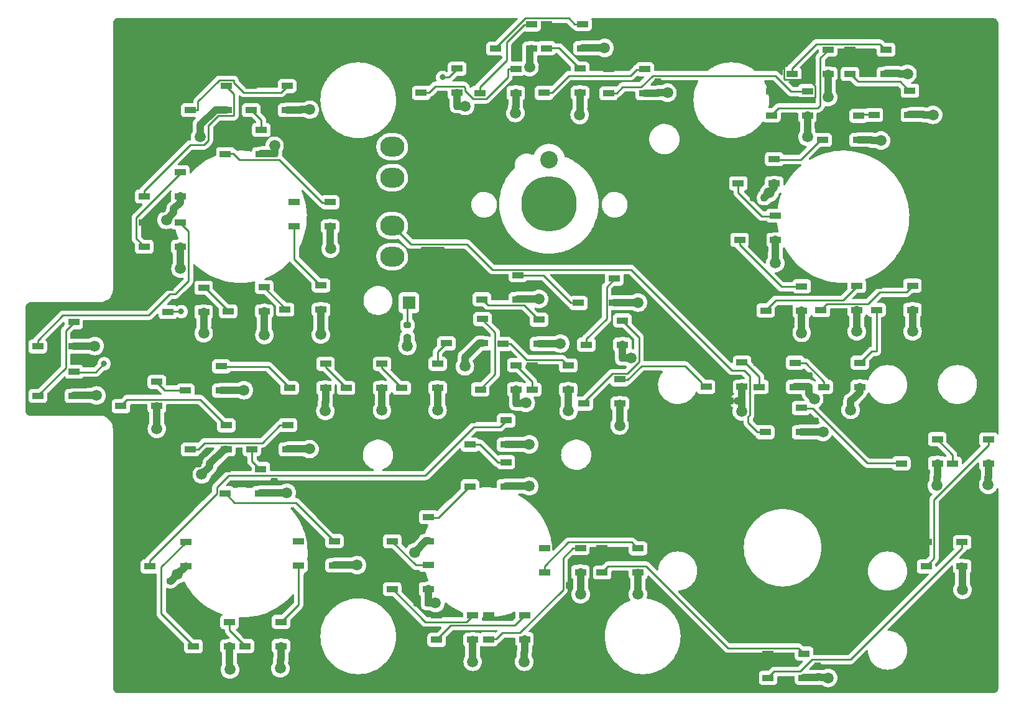
<source format=gbr>
%TF.GenerationSoftware,KiCad,Pcbnew,(6.0.9)*%
%TF.CreationDate,2023-04-01T12:13:22-08:00*%
%TF.ProjectId,ECS PANEL,45435320-5041-44e4-954c-2e6b69636164,3*%
%TF.SameCoordinates,Original*%
%TF.FileFunction,Copper,L1,Top*%
%TF.FilePolarity,Positive*%
%FSLAX46Y46*%
G04 Gerber Fmt 4.6, Leading zero omitted, Abs format (unit mm)*
G04 Created by KiCad (PCBNEW (6.0.9)) date 2023-04-01 12:13:22*
%MOMM*%
%LPD*%
G01*
G04 APERTURE LIST*
G04 Aperture macros list*
%AMRoundRect*
0 Rectangle with rounded corners*
0 $1 Rounding radius*
0 $2 $3 $4 $5 $6 $7 $8 $9 X,Y pos of 4 corners*
0 Add a 4 corners polygon primitive as box body*
4,1,4,$2,$3,$4,$5,$6,$7,$8,$9,$2,$3,0*
0 Add four circle primitives for the rounded corners*
1,1,$1+$1,$2,$3*
1,1,$1+$1,$4,$5*
1,1,$1+$1,$6,$7*
1,1,$1+$1,$8,$9*
0 Add four rect primitives between the rounded corners*
20,1,$1+$1,$2,$3,$4,$5,0*
20,1,$1+$1,$4,$5,$6,$7,0*
20,1,$1+$1,$6,$7,$8,$9,0*
20,1,$1+$1,$8,$9,$2,$3,0*%
G04 Aperture macros list end*
%TA.AperFunction,WasherPad*%
%ADD10C,7.540752*%
%TD*%
%TA.AperFunction,WasherPad*%
%ADD11C,2.381250*%
%TD*%
%TA.AperFunction,SMDPad,CuDef*%
%ADD12R,1.500000X0.900000*%
%TD*%
%TA.AperFunction,SMDPad,CuDef*%
%ADD13RoundRect,0.200000X-0.275000X0.200000X-0.275000X-0.200000X0.275000X-0.200000X0.275000X0.200000X0*%
%TD*%
%TA.AperFunction,SMDPad,CuDef*%
%ADD14RoundRect,0.225000X-0.225000X-0.250000X0.225000X-0.250000X0.225000X0.250000X-0.225000X0.250000X0*%
%TD*%
%TA.AperFunction,SMDPad,CuDef*%
%ADD15RoundRect,0.225000X0.250000X-0.225000X0.250000X0.225000X-0.250000X0.225000X-0.250000X-0.225000X0*%
%TD*%
%TA.AperFunction,SMDPad,CuDef*%
%ADD16RoundRect,0.225000X0.225000X0.250000X-0.225000X0.250000X-0.225000X-0.250000X0.225000X-0.250000X0*%
%TD*%
%TA.AperFunction,SMDPad,CuDef*%
%ADD17RoundRect,0.225000X-0.250000X0.225000X-0.250000X-0.225000X0.250000X-0.225000X0.250000X0.225000X0*%
%TD*%
%TA.AperFunction,ComponentPad*%
%ADD18R,1.800000X1.800000*%
%TD*%
%TA.AperFunction,ComponentPad*%
%ADD19C,1.800000*%
%TD*%
%TA.AperFunction,ComponentPad*%
%ADD20RoundRect,0.250001X1.399999X-1.099999X1.399999X1.099999X-1.399999X1.099999X-1.399999X-1.099999X0*%
%TD*%
%TA.AperFunction,ComponentPad*%
%ADD21O,3.300000X2.700000*%
%TD*%
%TA.AperFunction,ViaPad*%
%ADD22C,1.500000*%
%TD*%
%TA.AperFunction,ViaPad*%
%ADD23C,0.800000*%
%TD*%
%TA.AperFunction,Conductor*%
%ADD24C,1.000000*%
%TD*%
%TA.AperFunction,Conductor*%
%ADD25C,0.250000*%
%TD*%
G04 APERTURE END LIST*
D10*
%TO.P,REF\u002A\u002A,*%
%TO.N,*%
X147482158Y-70141087D03*
D11*
X147482158Y-64141087D03*
%TD*%
D12*
%TO.P,D2,1*%
%TO.N,/LED+5V*%
X77919158Y-92989087D03*
%TO.P,D2,2*%
%TO.N,Net-(D2-Pad2)*%
X77919158Y-96289087D03*
%TO.P,D2,3*%
%TO.N,/LEDGND*%
X82819158Y-96289087D03*
%TO.P,D2,4*%
%TO.N,/DATAIN*%
X82819158Y-92989087D03*
%TD*%
%TO.P,D3,1*%
%TO.N,/LED+5V*%
X77868358Y-86233087D03*
%TO.P,D3,2*%
%TO.N,Net-(D3-Pad2)*%
X77868358Y-89533087D03*
%TO.P,D3,3*%
%TO.N,/LEDGND*%
X82768358Y-89533087D03*
%TO.P,D3,4*%
%TO.N,Net-(D2-Pad2)*%
X82768358Y-86233087D03*
%TD*%
%TO.P,D4,1*%
%TO.N,/LED+5V*%
X92371758Y-72669087D03*
%TO.P,D4,2*%
%TO.N,Net-(D4-Pad2)*%
X92371758Y-75969087D03*
%TO.P,D4,3*%
%TO.N,/LEDGND*%
X97271758Y-75969087D03*
%TO.P,D4,4*%
%TO.N,Net-(D3-Pad2)*%
X97271758Y-72669087D03*
%TD*%
%TO.P,D5,1*%
%TO.N,/LED+5V*%
X92397158Y-65811087D03*
%TO.P,D5,2*%
%TO.N,Net-(D5-Pad2)*%
X92397158Y-69111087D03*
%TO.P,D5,3*%
%TO.N,/LEDGND*%
X97297158Y-69111087D03*
%TO.P,D5,4*%
%TO.N,Net-(D4-Pad2)*%
X97297158Y-65811087D03*
%TD*%
%TO.P,D6,1*%
%TO.N,/LED+5V*%
X98620158Y-54050887D03*
%TO.P,D6,2*%
%TO.N,Net-(D6-Pad2)*%
X98620158Y-57350887D03*
%TO.P,D6,3*%
%TO.N,/LEDGND*%
X103520158Y-57350887D03*
%TO.P,D6,4*%
%TO.N,Net-(D5-Pad2)*%
X103520158Y-54050887D03*
%TD*%
%TO.P,D7,1*%
%TO.N,/LED+5V*%
X106925958Y-54050887D03*
%TO.P,D7,2*%
%TO.N,Net-(D7-Pad2)*%
X106925958Y-57350887D03*
%TO.P,D7,3*%
%TO.N,/LEDGND*%
X111825958Y-57350887D03*
%TO.P,D7,4*%
%TO.N,Net-(D6-Pad2)*%
X111825958Y-54050887D03*
%TD*%
%TO.P,D9,1*%
%TO.N,/LED+5V*%
X112793358Y-69900487D03*
%TO.P,D9,2*%
%TO.N,Net-(D10-Pad4)*%
X112793358Y-73200487D03*
%TO.P,D9,3*%
%TO.N,/LEDGND*%
X117693358Y-73200487D03*
%TO.P,D9,4*%
%TO.N,Net-(D8-Pad2)*%
X117693358Y-69900487D03*
%TD*%
%TO.P,D10,1*%
%TO.N,/LED+5V*%
X111548758Y-81229087D03*
%TO.P,D10,2*%
%TO.N,Net-(D10-Pad2)*%
X111548758Y-84529087D03*
%TO.P,D10,3*%
%TO.N,/LEDGND*%
X116448758Y-84529087D03*
%TO.P,D10,4*%
%TO.N,Net-(D10-Pad4)*%
X116448758Y-81229087D03*
%TD*%
%TO.P,D11,1*%
%TO.N,/LED+5V*%
X103827158Y-81457087D03*
%TO.P,D11,2*%
%TO.N,Net-(D11-Pad2)*%
X103827158Y-84757087D03*
%TO.P,D11,3*%
%TO.N,/LEDGND*%
X108727158Y-84757087D03*
%TO.P,D11,4*%
%TO.N,Net-(D10-Pad2)*%
X108727158Y-81457087D03*
%TD*%
%TO.P,D12,1*%
%TO.N,/LED+5V*%
X95572158Y-81559087D03*
%TO.P,D12,2*%
%TO.N,Net-(D12-Pad2)*%
X95572158Y-84859087D03*
%TO.P,D12,3*%
%TO.N,/LEDGND*%
X100472158Y-84859087D03*
%TO.P,D12,4*%
%TO.N,Net-(D11-Pad2)*%
X100472158Y-81559087D03*
%TD*%
%TO.P,D13,1*%
%TO.N,/LED+5V*%
X130090758Y-51688687D03*
%TO.P,D13,2*%
%TO.N,Net-(D13-Pad2)*%
X130090758Y-54988687D03*
%TO.P,D13,3*%
%TO.N,/LEDGND*%
X134990758Y-54988687D03*
%TO.P,D13,4*%
%TO.N,Net-(D12-Pad2)*%
X134990758Y-51688687D03*
%TD*%
%TO.P,D14,1*%
%TO.N,/LED+5V*%
X138066358Y-51714087D03*
%TO.P,D14,2*%
%TO.N,Net-(D14-Pad2)*%
X138066358Y-55014087D03*
%TO.P,D14,3*%
%TO.N,/LEDGND*%
X142966358Y-55014087D03*
%TO.P,D14,4*%
%TO.N,Net-(D13-Pad2)*%
X142966358Y-51714087D03*
%TD*%
%TO.P,D15,1*%
%TO.N,/LED+5V*%
X140211558Y-45669087D03*
%TO.P,D15,2*%
%TO.N,Net-(D15-Pad2)*%
X140211558Y-48969087D03*
%TO.P,D15,3*%
%TO.N,/LEDGND*%
X145111558Y-48969087D03*
%TO.P,D15,4*%
%TO.N,Net-(D14-Pad2)*%
X145111558Y-45669087D03*
%TD*%
%TO.P,D16,1*%
%TO.N,/LED+5V*%
X147173358Y-45618287D03*
%TO.P,D16,2*%
%TO.N,Net-(D16-Pad2)*%
X147173358Y-48918287D03*
%TO.P,D16,3*%
%TO.N,/LEDGND*%
X152073358Y-48918287D03*
%TO.P,D16,4*%
%TO.N,Net-(D15-Pad2)*%
X152073358Y-45618287D03*
%TD*%
%TO.P,D17,1*%
%TO.N,/LED+5V*%
X146803958Y-51688687D03*
%TO.P,D17,2*%
%TO.N,Net-(D17-Pad2)*%
X146803958Y-54988687D03*
%TO.P,D17,3*%
%TO.N,/LEDGND*%
X151703958Y-54988687D03*
%TO.P,D17,4*%
%TO.N,Net-(D16-Pad2)*%
X151703958Y-51688687D03*
%TD*%
%TO.P,D18,1*%
%TO.N,/LED+5V*%
X155618158Y-51764887D03*
%TO.P,D18,2*%
%TO.N,Net-(D18-Pad2)*%
X155618158Y-55064887D03*
%TO.P,D18,3*%
%TO.N,/LEDGND*%
X160518158Y-55064887D03*
%TO.P,D18,4*%
%TO.N,Net-(D17-Pad2)*%
X160518158Y-51764887D03*
%TD*%
%TO.P,D19,1*%
%TO.N,/LED+5V*%
X177780158Y-54762287D03*
%TO.P,D19,2*%
%TO.N,Net-(D19-Pad2)*%
X177780158Y-58062287D03*
%TO.P,D19,3*%
%TO.N,/LEDGND*%
X182680158Y-58062287D03*
%TO.P,D19,4*%
%TO.N,Net-(D18-Pad2)*%
X182680158Y-54762287D03*
%TD*%
%TO.P,D20,1*%
%TO.N,/LED+5V*%
X180586158Y-49123287D03*
%TO.P,D20,2*%
%TO.N,Net-(D20-Pad2)*%
X180586158Y-52423287D03*
%TO.P,D20,3*%
%TO.N,/LEDGND*%
X185486158Y-52423287D03*
%TO.P,D20,4*%
%TO.N,Net-(D19-Pad2)*%
X185486158Y-49123287D03*
%TD*%
%TO.P,D21,1*%
%TO.N,/LED+5V*%
X188460158Y-49123287D03*
%TO.P,D21,2*%
%TO.N,Net-(D21-Pad2)*%
X188460158Y-52423287D03*
%TO.P,D21,3*%
%TO.N,/LEDGND*%
X193360158Y-52423287D03*
%TO.P,D21,4*%
%TO.N,Net-(D20-Pad2)*%
X193360158Y-49123287D03*
%TD*%
%TO.P,D22,1*%
%TO.N,/LED+5V*%
X191736158Y-54711287D03*
%TO.P,D22,2*%
%TO.N,Net-(D22-Pad2)*%
X191736158Y-58011287D03*
%TO.P,D22,3*%
%TO.N,/LEDGND*%
X196636158Y-58011287D03*
%TO.P,D22,4*%
%TO.N,Net-(D21-Pad2)*%
X196636158Y-54711287D03*
%TD*%
%TO.P,D23,1*%
%TO.N,/LED+5V*%
X184765158Y-58115087D03*
%TO.P,D23,2*%
%TO.N,Net-(D23-Pad2)*%
X184765158Y-61415087D03*
%TO.P,D23,3*%
%TO.N,/LEDGND*%
X189665158Y-61415087D03*
%TO.P,D23,4*%
%TO.N,Net-(D22-Pad2)*%
X189665158Y-58115087D03*
%TD*%
%TO.P,D24,1*%
%TO.N,/LED+5V*%
X173271158Y-64033087D03*
%TO.P,D24,2*%
%TO.N,Net-(D24-Pad2)*%
X173271158Y-67333087D03*
%TO.P,D24,3*%
%TO.N,/LEDGND*%
X178171158Y-67333087D03*
%TO.P,D24,4*%
%TO.N,Net-(D23-Pad2)*%
X178171158Y-64033087D03*
%TD*%
%TO.P,D25,1*%
%TO.N,/LED+5V*%
X173448158Y-71729287D03*
%TO.P,D25,2*%
%TO.N,Net-(D25-Pad2)*%
X173448158Y-75029287D03*
%TO.P,D25,3*%
%TO.N,/LEDGND*%
X178348158Y-75029287D03*
%TO.P,D25,4*%
%TO.N,Net-(D24-Pad2)*%
X178348158Y-71729287D03*
%TD*%
%TO.P,D26,1*%
%TO.N,/LED+5V*%
X177004158Y-81356087D03*
%TO.P,D26,2*%
%TO.N,Net-(D26-Pad2)*%
X177004158Y-84656087D03*
%TO.P,D26,3*%
%TO.N,/LEDGND*%
X181904158Y-84656087D03*
%TO.P,D26,4*%
%TO.N,Net-(D25-Pad2)*%
X181904158Y-81356087D03*
%TD*%
%TO.P,D27,1*%
%TO.N,/LED+5V*%
X184523158Y-81305087D03*
%TO.P,D27,2*%
%TO.N,Net-(D27-Pad2)*%
X184523158Y-84605087D03*
%TO.P,D27,3*%
%TO.N,/LEDGND*%
X189423158Y-84605087D03*
%TO.P,D27,4*%
%TO.N,Net-(D26-Pad2)*%
X189423158Y-81305087D03*
%TD*%
%TO.P,D28,1*%
%TO.N,/LED+5V*%
X192092158Y-81280087D03*
%TO.P,D28,2*%
%TO.N,Net-(D28-Pad2)*%
X192092158Y-84580087D03*
%TO.P,D28,3*%
%TO.N,/LEDGND*%
X196992158Y-84580087D03*
%TO.P,D28,4*%
%TO.N,Net-(D27-Pad2)*%
X196992158Y-81280087D03*
%TD*%
%TO.P,D30,1*%
%TO.N,/LED+5V*%
X176141158Y-91770087D03*
%TO.P,D30,2*%
%TO.N,Net-(D30-Pad2)*%
X176141158Y-95070087D03*
%TO.P,D30,3*%
%TO.N,/LEDGND*%
X181041158Y-95070087D03*
%TO.P,D30,4*%
%TO.N,Net-(D29-Pad2)*%
X181041158Y-91770087D03*
%TD*%
%TO.P,D31,1*%
%TO.N,/LED+5V*%
X168876158Y-91744087D03*
%TO.P,D31,2*%
%TO.N,Net-(D31-Pad2)*%
X168876158Y-95044087D03*
%TO.P,D31,3*%
%TO.N,/LEDGND*%
X173776158Y-95044087D03*
%TO.P,D31,4*%
%TO.N,Net-(D30-Pad2)*%
X173776158Y-91744087D03*
%TD*%
%TO.P,D32,1*%
%TO.N,/LED+5V*%
X152228158Y-94030087D03*
%TO.P,D32,2*%
%TO.N,Net-(D32-Pad2)*%
X152228158Y-97330087D03*
%TO.P,D32,3*%
%TO.N,/LEDGND*%
X157128158Y-97330087D03*
%TO.P,D32,4*%
%TO.N,Net-(D31-Pad2)*%
X157128158Y-94030087D03*
%TD*%
%TO.P,D33,1*%
%TO.N,/LED+5V*%
X152595158Y-86004087D03*
%TO.P,D33,2*%
%TO.N,Net-(D33-Pad2)*%
X152595158Y-89304087D03*
%TO.P,D33,3*%
%TO.N,/LEDGND*%
X157495158Y-89304087D03*
%TO.P,D33,4*%
%TO.N,Net-(D32-Pad2)*%
X157495158Y-86004087D03*
%TD*%
%TO.P,D34,1*%
%TO.N,/LED+5V*%
X151502958Y-80314087D03*
%TO.P,D34,2*%
%TO.N,Net-(D34-Pad2)*%
X151502958Y-83614087D03*
%TO.P,D34,3*%
%TO.N,/LEDGND*%
X156402958Y-83614087D03*
%TO.P,D34,4*%
%TO.N,Net-(D33-Pad2)*%
X156402958Y-80314087D03*
%TD*%
%TO.P,D35,1*%
%TO.N,/LED+5V*%
X138371158Y-79832087D03*
%TO.P,D35,2*%
%TO.N,Net-(D35-Pad2)*%
X138371158Y-83132087D03*
%TO.P,D35,3*%
%TO.N,/LEDGND*%
X143271158Y-83132087D03*
%TO.P,D35,4*%
%TO.N,Net-(D34-Pad2)*%
X143271158Y-79832087D03*
%TD*%
%TO.P,D36,1*%
%TO.N,/LED+5V*%
X141241358Y-85902087D03*
%TO.P,D36,2*%
%TO.N,Net-(D36-Pad2)*%
X141241358Y-89202087D03*
%TO.P,D36,3*%
%TO.N,/LEDGND*%
X146141358Y-89202087D03*
%TO.P,D36,4*%
%TO.N,Net-(D35-Pad2)*%
X146141358Y-85902087D03*
%TD*%
%TO.P,D37,1*%
%TO.N,/LED+5V*%
X145217558Y-92126087D03*
%TO.P,D37,2*%
%TO.N,Net-(D37-Pad2)*%
X145217558Y-95426087D03*
%TO.P,D37,3*%
%TO.N,/LEDGND*%
X150117558Y-95426087D03*
%TO.P,D37,4*%
%TO.N,Net-(D36-Pad2)*%
X150117558Y-92126087D03*
%TD*%
D13*
%TO.P,R1,1*%
%TO.N,Net-(D1-Pad1)*%
X128207158Y-86641087D03*
%TO.P,R1,2*%
%TO.N,/LEDGND*%
X128207158Y-88291087D03*
%TD*%
D12*
%TO.P,D38,1*%
%TO.N,/LED+5V*%
X138142558Y-92100087D03*
%TO.P,D38,2*%
%TO.N,Net-(D38-Pad2)*%
X138142558Y-95400087D03*
%TO.P,D38,3*%
%TO.N,/LEDGND*%
X143042558Y-95400087D03*
%TO.P,D38,4*%
%TO.N,Net-(D37-Pad2)*%
X143042558Y-92100087D03*
%TD*%
%TO.P,D39,1*%
%TO.N,/LED+5V*%
X133519758Y-85826087D03*
%TO.P,D39,2*%
%TO.N,Net-(D39-Pad2)*%
X133519758Y-89126087D03*
%TO.P,D39,3*%
%TO.N,/LEDGND*%
X138419758Y-89126087D03*
%TO.P,D39,4*%
%TO.N,Net-(D38-Pad2)*%
X138419758Y-85826087D03*
%TD*%
%TO.P,D40,1*%
%TO.N,/LED+5V*%
X127423758Y-91897087D03*
%TO.P,D40,2*%
%TO.N,Net-(D40-Pad2)*%
X127423758Y-95197087D03*
%TO.P,D40,3*%
%TO.N,/LEDGND*%
X132323758Y-95197087D03*
%TO.P,D40,4*%
%TO.N,Net-(D39-Pad2)*%
X132323758Y-91897087D03*
%TD*%
%TO.P,D41,1*%
%TO.N,/LED+5V*%
X119854558Y-91897087D03*
%TO.P,D41,2*%
%TO.N,Net-(D41-Pad2)*%
X119854558Y-95197087D03*
%TO.P,D41,3*%
%TO.N,/LEDGND*%
X124754558Y-95197087D03*
%TO.P,D41,4*%
%TO.N,Net-(D40-Pad2)*%
X124754558Y-91897087D03*
%TD*%
%TO.P,D42,1*%
%TO.N,/LED+5V*%
X112158358Y-91897087D03*
%TO.P,D42,2*%
%TO.N,Net-(D42-Pad2)*%
X112158358Y-95197087D03*
%TO.P,D42,3*%
%TO.N,/LEDGND*%
X117058358Y-95197087D03*
%TO.P,D42,4*%
%TO.N,Net-(D41-Pad2)*%
X117058358Y-91897087D03*
%TD*%
%TO.P,D43,1*%
%TO.N,/LED+5V*%
X97959758Y-92252087D03*
%TO.P,D43,2*%
%TO.N,Net-(D43-Pad2)*%
X97959758Y-95552087D03*
%TO.P,D43,3*%
%TO.N,/LEDGND*%
X102859758Y-95552087D03*
%TO.P,D43,4*%
%TO.N,Net-(D42-Pad2)*%
X102859758Y-92252087D03*
%TD*%
%TO.P,D44,1*%
%TO.N,/LED+5V*%
X89196758Y-94361087D03*
%TO.P,D44,2*%
%TO.N,Net-(D44-Pad2)*%
X89196758Y-97661087D03*
%TO.P,D44,3*%
%TO.N,/LEDGND*%
X94096758Y-97661087D03*
%TO.P,D44,4*%
%TO.N,Net-(D43-Pad2)*%
X94096758Y-94361087D03*
%TD*%
%TO.P,D45,1*%
%TO.N,/LED+5V*%
X98645558Y-100279087D03*
%TO.P,D45,2*%
%TO.N,Net-(D45-Pad2)*%
X98645558Y-103579087D03*
%TO.P,D45,3*%
%TO.N,/LEDGND*%
X103545558Y-103579087D03*
%TO.P,D45,4*%
%TO.N,Net-(D44-Pad2)*%
X103545558Y-100279087D03*
%TD*%
%TO.P,D46,1*%
%TO.N,/LED+5V*%
X107027558Y-100253087D03*
%TO.P,D46,2*%
%TO.N,Net-(D46-Pad2)*%
X107027558Y-103553087D03*
%TO.P,D46,3*%
%TO.N,/LEDGND*%
X111927558Y-103553087D03*
%TO.P,D46,4*%
%TO.N,Net-(D45-Pad2)*%
X111927558Y-100253087D03*
%TD*%
%TO.P,D47,1*%
%TO.N,/LED+5V*%
X103344558Y-106248087D03*
%TO.P,D47,2*%
%TO.N,Net-(D47-Pad2)*%
X103344558Y-109548087D03*
%TO.P,D47,3*%
%TO.N,/LEDGND*%
X108244558Y-109548087D03*
%TO.P,D47,4*%
%TO.N,Net-(D46-Pad2)*%
X108244558Y-106248087D03*
%TD*%
%TO.P,D48,1*%
%TO.N,/LED+5V*%
X113402958Y-116078087D03*
%TO.P,D48,2*%
%TO.N,Net-(D48-Pad2)*%
X113402958Y-119378087D03*
%TO.P,D48,3*%
%TO.N,/LEDGND*%
X118302958Y-119378087D03*
%TO.P,D48,4*%
%TO.N,Net-(D47-Pad2)*%
X118302958Y-116078087D03*
%TD*%
%TO.P,D49,1*%
%TO.N,/LED+5V*%
X106087758Y-127076087D03*
%TO.P,D49,2*%
%TO.N,Net-(D49-Pad2)*%
X106087758Y-130376087D03*
%TO.P,D49,3*%
%TO.N,/LEDGND*%
X110987758Y-130376087D03*
%TO.P,D49,4*%
%TO.N,Net-(D48-Pad2)*%
X110987758Y-127076087D03*
%TD*%
%TO.P,D50,1*%
%TO.N,/LED+5V*%
X99091158Y-127101087D03*
%TO.P,D50,2*%
%TO.N,Net-(D50-Pad2)*%
X99091158Y-130401087D03*
%TO.P,D50,3*%
%TO.N,/LEDGND*%
X103991158Y-130401087D03*
%TO.P,D50,4*%
%TO.N,Net-(D49-Pad2)*%
X103991158Y-127101087D03*
%TD*%
%TO.P,D51,1*%
%TO.N,/LED+5V*%
X93133758Y-116205087D03*
%TO.P,D51,2*%
%TO.N,Net-(D51-Pad2)*%
X93133758Y-119505087D03*
%TO.P,D51,3*%
%TO.N,/LEDGND*%
X98033758Y-119505087D03*
%TO.P,D51,4*%
%TO.N,Net-(D50-Pad2)*%
X98033758Y-116205087D03*
%TD*%
%TO.P,D52,1*%
%TO.N,/LED+5V*%
X136745558Y-99618087D03*
%TO.P,D52,2*%
%TO.N,Net-(D52-Pad2)*%
X136745558Y-102918087D03*
%TO.P,D52,3*%
%TO.N,/LEDGND*%
X141645558Y-102918087D03*
%TO.P,D52,4*%
%TO.N,Net-(D51-Pad2)*%
X141645558Y-99618087D03*
%TD*%
%TO.P,D53,1*%
%TO.N,/LED+5V*%
X136720158Y-105308087D03*
%TO.P,D53,2*%
%TO.N,Net-(D53-Pad2)*%
X136720158Y-108608087D03*
%TO.P,D53,3*%
%TO.N,/LEDGND*%
X141620158Y-108608087D03*
%TO.P,D53,4*%
%TO.N,Net-(D52-Pad2)*%
X141620158Y-105308087D03*
%TD*%
%TO.P,D54,1*%
%TO.N,/LED+5V*%
X126179158Y-112801087D03*
%TO.P,D54,2*%
%TO.N,Net-(D54-Pad2)*%
X126179158Y-116101087D03*
%TO.P,D54,3*%
%TO.N,/LEDGND*%
X131079158Y-116101087D03*
%TO.P,D54,4*%
%TO.N,Net-(D53-Pad2)*%
X131079158Y-112801087D03*
%TD*%
%TO.P,D55,1*%
%TO.N,/LED+5V*%
X126128358Y-119303087D03*
%TO.P,D55,2*%
%TO.N,Net-(D55-Pad2)*%
X126128358Y-122603087D03*
%TO.P,D55,3*%
%TO.N,/LEDGND*%
X131028358Y-122603087D03*
%TO.P,D55,4*%
%TO.N,Net-(D54-Pad2)*%
X131028358Y-119303087D03*
%TD*%
%TO.P,D56,1*%
%TO.N,/LED+5V*%
X132198958Y-126212087D03*
%TO.P,D56,2*%
%TO.N,Net-(D56-Pad2)*%
X132198958Y-129512087D03*
%TO.P,D56,3*%
%TO.N,/LEDGND*%
X137098958Y-129512087D03*
%TO.P,D56,4*%
%TO.N,Net-(D55-Pad2)*%
X137098958Y-126212087D03*
%TD*%
%TO.P,D57,1*%
%TO.N,/LED+5V*%
X139260158Y-126136087D03*
%TO.P,D57,2*%
%TO.N,Net-(D57-Pad2)*%
X139260158Y-129436087D03*
%TO.P,D57,3*%
%TO.N,/LEDGND*%
X144160158Y-129436087D03*
%TO.P,D57,4*%
%TO.N,Net-(D56-Pad2)*%
X144160158Y-126136087D03*
%TD*%
%TO.P,D58,1*%
%TO.N,/LED+5V*%
X146880158Y-116992087D03*
%TO.P,D58,2*%
%TO.N,Net-(D58-Pad2)*%
X146880158Y-120292087D03*
%TO.P,D58,3*%
%TO.N,/LEDGND*%
X151780158Y-120292087D03*
%TO.P,D58,4*%
%TO.N,Net-(D57-Pad2)*%
X151780158Y-116992087D03*
%TD*%
%TO.P,D59,1*%
%TO.N,/LED+5V*%
X154729158Y-117043087D03*
%TO.P,D59,2*%
%TO.N,Net-(D59-Pad2)*%
X154729158Y-120343087D03*
%TO.P,D59,3*%
%TO.N,/LEDGND*%
X159629158Y-120343087D03*
%TO.P,D59,4*%
%TO.N,Net-(D58-Pad2)*%
X159629158Y-117043087D03*
%TD*%
%TO.P,D60,1*%
%TO.N,/LED+5V*%
X177335158Y-131394087D03*
%TO.P,D60,2*%
%TO.N,Net-(D60-Pad2)*%
X177335158Y-134694087D03*
%TO.P,D60,3*%
%TO.N,/LEDGND*%
X182235158Y-134694087D03*
%TO.P,D60,4*%
%TO.N,Net-(D59-Pad2)*%
X182235158Y-131394087D03*
%TD*%
%TO.P,D61,1*%
%TO.N,/LED+5V*%
X198848158Y-116205087D03*
%TO.P,D61,2*%
%TO.N,Net-(D61-Pad2)*%
X198848158Y-119505087D03*
%TO.P,D61,3*%
%TO.N,/LEDGND*%
X203748158Y-119505087D03*
%TO.P,D61,4*%
%TO.N,Net-(D60-Pad2)*%
X203748158Y-116205087D03*
%TD*%
%TO.P,D62,1*%
%TO.N,/LED+5V*%
X202430158Y-102209087D03*
%TO.P,D62,2*%
%TO.N,Net-(D62-Pad2)*%
X202430158Y-105509087D03*
%TO.P,D62,3*%
%TO.N,/LEDGND*%
X207330158Y-105509087D03*
%TO.P,D62,4*%
%TO.N,Net-(D61-Pad2)*%
X207330158Y-102209087D03*
%TD*%
%TO.P,D63,1*%
%TO.N,/LED+5V*%
X195470158Y-102184087D03*
%TO.P,D63,2*%
%TO.N,Net-(D63-Pad2)*%
X195470158Y-105484087D03*
%TO.P,D63,3*%
%TO.N,/LEDGND*%
X200370158Y-105484087D03*
%TO.P,D63,4*%
%TO.N,Net-(D62-Pad2)*%
X200370158Y-102184087D03*
%TD*%
%TO.P,D64,1*%
%TO.N,/LED+5V*%
X176928158Y-97917087D03*
%TO.P,D64,2*%
%TO.N,/DATAOUT*%
X176928158Y-101217087D03*
%TO.P,D64,3*%
%TO.N,/LEDGND*%
X181828158Y-101217087D03*
%TO.P,D64,4*%
%TO.N,Net-(D63-Pad2)*%
X181828158Y-97917087D03*
%TD*%
D14*
%TO.P,C2,1*%
%TO.N,/LED+5V*%
X98419658Y-59391087D03*
%TO.P,C2,2*%
%TO.N,/LEDGND*%
X99969658Y-59391087D03*
%TD*%
D15*
%TO.P,C3,1*%
%TO.N,/LED+5V*%
X113707158Y-58853587D03*
%TO.P,C3,2*%
%TO.N,/LEDGND*%
X113707158Y-57303587D03*
%TD*%
D16*
%TO.P,C4,1*%
%TO.N,/LED+5V*%
X111682158Y-63291087D03*
%TO.P,C4,2*%
%TO.N,/LEDGND*%
X110132158Y-63291087D03*
%TD*%
D14*
%TO.P,C5,1*%
%TO.N,/LED+5V*%
X94824658Y-70831087D03*
%TO.P,C5,2*%
%TO.N,/LEDGND*%
X96374658Y-70831087D03*
%TD*%
%TO.P,C6,1*%
%TO.N,/LED+5V*%
X95734658Y-77901087D03*
%TO.P,C6,2*%
%TO.N,/LEDGND*%
X97284658Y-77901087D03*
%TD*%
D17*
%TO.P,C7,1*%
%TO.N,/LED+5V*%
X84567158Y-87918087D03*
%TO.P,C7,2*%
%TO.N,/LEDGND*%
X84567158Y-89468087D03*
%TD*%
%TO.P,C8,1*%
%TO.N,/LED+5V*%
X84627158Y-94668087D03*
%TO.P,C8,2*%
%TO.N,/LEDGND*%
X84627158Y-96218087D03*
%TD*%
D14*
%TO.P,C9,1*%
%TO.N,/LED+5V*%
X98904658Y-86761087D03*
%TO.P,C9,2*%
%TO.N,/LEDGND*%
X100454658Y-86761087D03*
%TD*%
%TO.P,C10,1*%
%TO.N,/LED+5V*%
X114874658Y-86421087D03*
%TO.P,C10,2*%
%TO.N,/LEDGND*%
X116424658Y-86421087D03*
%TD*%
%TO.P,C11,1*%
%TO.N,/LED+5V*%
X116154658Y-75091087D03*
%TO.P,C11,2*%
%TO.N,/LEDGND*%
X117704658Y-75091087D03*
%TD*%
%TO.P,C12,1*%
%TO.N,/LED+5V*%
X107174658Y-86671087D03*
%TO.P,C12,2*%
%TO.N,/LEDGND*%
X108724658Y-86671087D03*
%TD*%
%TO.P,C13,1*%
%TO.N,/LED+5V*%
X92524658Y-99571087D03*
%TO.P,C13,2*%
%TO.N,/LEDGND*%
X94074658Y-99571087D03*
%TD*%
D17*
%TO.P,C14,1*%
%TO.N,/LED+5V*%
X104697158Y-93928087D03*
%TO.P,C14,2*%
%TO.N,/LEDGND*%
X104697158Y-95478087D03*
%TD*%
D14*
%TO.P,C15,1*%
%TO.N,/LED+5V*%
X115474658Y-97111087D03*
%TO.P,C15,2*%
%TO.N,/LEDGND*%
X117024658Y-97111087D03*
%TD*%
%TO.P,C16,1*%
%TO.N,/LED+5V*%
X123194658Y-97101087D03*
%TO.P,C16,2*%
%TO.N,/LEDGND*%
X124744658Y-97101087D03*
%TD*%
%TO.P,C17,1*%
%TO.N,/LED+5V*%
X130754658Y-97131087D03*
%TO.P,C17,2*%
%TO.N,/LEDGND*%
X132304658Y-97131087D03*
%TD*%
%TO.P,C18,1*%
%TO.N,/LED+5V*%
X141484658Y-97281087D03*
%TO.P,C18,2*%
%TO.N,/LEDGND*%
X143034658Y-97281087D03*
%TD*%
%TO.P,C19,1*%
%TO.N,/LED+5V*%
X148542158Y-97351087D03*
%TO.P,C19,2*%
%TO.N,/LEDGND*%
X150092158Y-97351087D03*
%TD*%
%TO.P,C20,1*%
%TO.N,/LED+5V*%
X155924158Y-91151087D03*
%TO.P,C20,2*%
%TO.N,/LEDGND*%
X157474158Y-91151087D03*
%TD*%
%TO.P,C21,1*%
%TO.N,/LED+5V*%
X155542158Y-99281087D03*
%TO.P,C21,2*%
%TO.N,/LEDGND*%
X157092158Y-99281087D03*
%TD*%
D17*
%TO.P,C22,1*%
%TO.N,/LED+5V*%
X158257158Y-81998087D03*
%TO.P,C22,2*%
%TO.N,/LEDGND*%
X158257158Y-83548087D03*
%TD*%
%TO.P,C24,1*%
%TO.N,/LED+5V*%
X147957158Y-87584087D03*
%TO.P,C24,2*%
%TO.N,/LEDGND*%
X147957158Y-89134087D03*
%TD*%
D14*
%TO.P,C25,1*%
%TO.N,/LED+5V*%
X134504658Y-91051087D03*
%TO.P,C25,2*%
%TO.N,/LEDGND*%
X136054658Y-91051087D03*
%TD*%
%TO.P,C26,1*%
%TO.N,/LED+5V*%
X133414658Y-56791087D03*
%TO.P,C26,2*%
%TO.N,/LEDGND*%
X134964658Y-56791087D03*
%TD*%
%TO.P,C27,1*%
%TO.N,/LED+5V*%
X141374658Y-56901087D03*
%TO.P,C27,2*%
%TO.N,/LEDGND*%
X142924658Y-56901087D03*
%TD*%
%TO.P,C28,1*%
%TO.N,/LED+5V*%
X150124658Y-56921087D03*
%TO.P,C28,2*%
%TO.N,/LEDGND*%
X151674658Y-56921087D03*
%TD*%
D17*
%TO.P,C29,1*%
%TO.N,/LED+5V*%
X153877158Y-47318587D03*
%TO.P,C29,2*%
%TO.N,/LEDGND*%
X153877158Y-48868587D03*
%TD*%
%TO.P,C30,1*%
%TO.N,/LED+5V*%
X162327158Y-53418587D03*
%TO.P,C30,2*%
%TO.N,/LEDGND*%
X162327158Y-54968587D03*
%TD*%
D14*
%TO.P,C31,1*%
%TO.N,/LED+5V*%
X181120158Y-59961087D03*
%TO.P,C31,2*%
%TO.N,/LEDGND*%
X182670158Y-59961087D03*
%TD*%
D17*
%TO.P,C23,1*%
%TO.N,/LED+5V*%
X145067158Y-81518087D03*
%TO.P,C23,2*%
%TO.N,/LEDGND*%
X145067158Y-83068087D03*
%TD*%
D14*
%TO.P,C32,1*%
%TO.N,/LED+5V*%
X99734658Y-105541087D03*
%TO.P,C32,2*%
%TO.N,/LEDGND*%
X101284658Y-105541087D03*
%TD*%
D17*
%TO.P,C33,1*%
%TO.N,/LED+5V*%
X113747158Y-101948087D03*
%TO.P,C33,2*%
%TO.N,/LEDGND*%
X113747158Y-103498087D03*
%TD*%
%TO.P,C34,1*%
%TO.N,/LED+5V*%
X110087158Y-107908087D03*
%TO.P,C34,2*%
%TO.N,/LEDGND*%
X110087158Y-109458087D03*
%TD*%
%TO.P,C35,1*%
%TO.N,/LED+5V*%
X120117158Y-117778087D03*
%TO.P,C35,2*%
%TO.N,/LEDGND*%
X120117158Y-119328087D03*
%TD*%
D14*
%TO.P,C36,1*%
%TO.N,/LED+5V*%
X129464658Y-124491087D03*
%TO.P,C36,2*%
%TO.N,/LEDGND*%
X131014658Y-124491087D03*
%TD*%
%TO.P,C37,1*%
%TO.N,/LED+5V*%
X102424658Y-132321087D03*
%TO.P,C37,2*%
%TO.N,/LEDGND*%
X103974658Y-132321087D03*
%TD*%
D15*
%TO.P,C38,1*%
%TO.N,/LED+5V*%
X95907158Y-123053587D03*
%TO.P,C38,2*%
%TO.N,/LEDGND*%
X95907158Y-121503587D03*
%TD*%
D14*
%TO.P,C39,1*%
%TO.N,/LED+5V*%
X142560658Y-131215087D03*
%TO.P,C39,2*%
%TO.N,/LEDGND*%
X144110658Y-131215087D03*
%TD*%
%TO.P,C40,1*%
%TO.N,/LED+5V*%
X135514658Y-131371087D03*
%TO.P,C40,2*%
%TO.N,/LEDGND*%
X137064658Y-131371087D03*
%TD*%
%TO.P,C41,1*%
%TO.N,/LED+5V*%
X150244658Y-122091087D03*
%TO.P,C41,2*%
%TO.N,/LEDGND*%
X151794658Y-122091087D03*
%TD*%
%TO.P,C42,1*%
%TO.N,/LED+5V*%
X158044158Y-122291087D03*
%TO.P,C42,2*%
%TO.N,/LEDGND*%
X159594158Y-122291087D03*
%TD*%
%TO.P,C43,1*%
%TO.N,/LED+5V*%
X172179158Y-96991087D03*
%TO.P,C43,2*%
%TO.N,/LEDGND*%
X173729158Y-96991087D03*
%TD*%
%TO.P,C45,1*%
%TO.N,/LED+5V*%
X198744158Y-107391087D03*
%TO.P,C45,2*%
%TO.N,/LEDGND*%
X200294158Y-107391087D03*
%TD*%
D17*
%TO.P,C46,1*%
%TO.N,/LED+5V*%
X182907158Y-93528087D03*
%TO.P,C46,2*%
%TO.N,/LEDGND*%
X182907158Y-95078087D03*
%TD*%
D14*
%TO.P,C48,1*%
%TO.N,/LED+5V*%
X205744158Y-107391087D03*
%TO.P,C48,2*%
%TO.N,/LEDGND*%
X207294158Y-107391087D03*
%TD*%
%TO.P,C49,1*%
%TO.N,/LED+5V*%
X202244158Y-121391087D03*
%TO.P,C49,2*%
%TO.N,/LEDGND*%
X203794158Y-121391087D03*
%TD*%
D17*
%TO.P,C50,1*%
%TO.N,/LED+5V*%
X184107158Y-133028087D03*
%TO.P,C50,2*%
%TO.N,/LEDGND*%
X184107158Y-134578087D03*
%TD*%
D14*
%TO.P,C51,1*%
%TO.N,/LED+5V*%
X180344158Y-86491087D03*
%TO.P,C51,2*%
%TO.N,/LEDGND*%
X181894158Y-86491087D03*
%TD*%
D17*
%TO.P,C44,1*%
%TO.N,/LED+5V*%
X183707158Y-99628087D03*
%TO.P,C44,2*%
%TO.N,/LEDGND*%
X183707158Y-101178087D03*
%TD*%
D16*
%TO.P,C52,1*%
%TO.N,/LED+5V*%
X187070158Y-54391087D03*
%TO.P,C52,2*%
%TO.N,/LEDGND*%
X185520158Y-54391087D03*
%TD*%
D17*
%TO.P,C54,1*%
%TO.N,/LED+5V*%
X198507158Y-56428587D03*
%TO.P,C54,2*%
%TO.N,/LEDGND*%
X198507158Y-57978587D03*
%TD*%
%TO.P,C55,1*%
%TO.N,/LED+5V*%
X191507158Y-59928587D03*
%TO.P,C55,2*%
%TO.N,/LEDGND*%
X191507158Y-61478587D03*
%TD*%
D14*
%TO.P,C56,1*%
%TO.N,/LED+5V*%
X175244158Y-69291087D03*
%TO.P,C56,2*%
%TO.N,/LEDGND*%
X176794158Y-69291087D03*
%TD*%
%TO.P,C57,1*%
%TO.N,/LED+5V*%
X195444158Y-86391087D03*
%TO.P,C57,2*%
%TO.N,/LEDGND*%
X196994158Y-86391087D03*
%TD*%
%TO.P,C58,1*%
%TO.N,/LED+5V*%
X187844158Y-86491087D03*
%TO.P,C58,2*%
%TO.N,/LEDGND*%
X189394158Y-86491087D03*
%TD*%
%TO.P,C60,1*%
%TO.N,/LED+5V*%
X109344658Y-132291087D03*
%TO.P,C60,2*%
%TO.N,/LEDGND*%
X110894658Y-132291087D03*
%TD*%
D17*
%TO.P,C61,1*%
%TO.N,/LED+5V*%
X143507158Y-101328087D03*
%TO.P,C61,2*%
%TO.N,/LEDGND*%
X143507158Y-102878087D03*
%TD*%
%TO.P,C53,1*%
%TO.N,/LED+5V*%
X195207158Y-50828587D03*
%TO.P,C53,2*%
%TO.N,/LEDGND*%
X195207158Y-52378587D03*
%TD*%
D14*
%TO.P,C59,1*%
%TO.N,/LED+5V*%
X176744158Y-76991087D03*
%TO.P,C59,2*%
%TO.N,/LEDGND*%
X178294158Y-76991087D03*
%TD*%
D17*
%TO.P,C62,1*%
%TO.N,/LED+5V*%
X143507158Y-107028087D03*
%TO.P,C62,2*%
%TO.N,/LEDGND*%
X143507158Y-108578087D03*
%TD*%
D12*
%TO.P,D8,1*%
%TO.N,/LED+5V*%
X103420758Y-60045287D03*
%TO.P,D8,2*%
%TO.N,Net-(D8-Pad2)*%
X103420758Y-63345287D03*
%TO.P,D8,3*%
%TO.N,/LEDGND*%
X108320758Y-63345287D03*
%TO.P,D8,4*%
%TO.N,Net-(D7-Pad2)*%
X108320758Y-60045287D03*
%TD*%
%TO.P,D29,1*%
%TO.N,/LED+5V*%
X184929158Y-91770087D03*
%TO.P,D29,2*%
%TO.N,Net-(D29-Pad2)*%
X184929158Y-95070087D03*
%TO.P,D29,3*%
%TO.N,/LEDGND*%
X189829158Y-95070087D03*
%TO.P,D29,4*%
%TO.N,Net-(D28-Pad2)*%
X189829158Y-91770087D03*
%TD*%
D14*
%TO.P,C47,1*%
%TO.N,/LED+5V*%
X187009158Y-96991087D03*
%TO.P,C47,2*%
%TO.N,/LEDGND*%
X188559158Y-96991087D03*
%TD*%
D18*
%TO.P,D1,1*%
%TO.N,Net-(D1-Pad1)*%
X128407158Y-83591087D03*
D19*
%TO.P,D1,2*%
%TO.N,/LED+5V*%
X130947158Y-83591087D03*
%TD*%
D20*
%TO.P,J1,1*%
%TO.N,/LED+5V*%
X131643158Y-66539687D03*
D21*
%TO.P,J1,2*%
X131643158Y-62339687D03*
%TO.P,J1,3*%
%TO.N,/LEDGND*%
X126143158Y-66539687D03*
%TO.P,J1,4*%
%TO.N,/DATAIN*%
X126143158Y-62339687D03*
%TD*%
D20*
%TO.P,J2,1*%
%TO.N,/LED+5V*%
X131643158Y-77291087D03*
D21*
%TO.P,J2,2*%
X131643158Y-73091087D03*
%TO.P,J2,3*%
%TO.N,/LEDGND*%
X126143158Y-77291087D03*
%TO.P,J2,4*%
%TO.N,/DATAOUT*%
X126143158Y-73091087D03*
%TD*%
D22*
%TO.N,/LEDGND*%
X188572158Y-98191087D03*
X192707158Y-61491087D03*
X189407158Y-87491087D03*
X114887158Y-103521087D03*
X97317158Y-78941087D03*
X100207158Y-106991087D03*
X185507158Y-134691087D03*
X128207158Y-89491087D03*
X151677158Y-58001087D03*
X144807158Y-108591087D03*
X146127158Y-83081087D03*
X121367158Y-119331087D03*
X159607158Y-83561087D03*
X200307158Y-108491087D03*
X114907158Y-57291087D03*
X110907158Y-133391087D03*
X142917158Y-57741087D03*
X85637158Y-89481087D03*
X150157158Y-98331087D03*
X129207158Y-117591087D03*
X95402158Y-72291087D03*
X182697158Y-61001087D03*
X136047158Y-92261087D03*
X85877158Y-96231087D03*
X144327158Y-97251087D03*
X137097158Y-132491087D03*
X157105158Y-100313087D03*
X111786658Y-109470587D03*
X144857158Y-51481087D03*
X158677158Y-91141087D03*
X199807158Y-57991087D03*
X184807158Y-101191087D03*
X116417158Y-87921087D03*
X159607158Y-123291087D03*
X124757158Y-98261087D03*
X105937158Y-95491087D03*
X183607158Y-96691087D03*
X181907158Y-87691087D03*
X207307158Y-108391087D03*
X203807158Y-122691087D03*
X132037158Y-124491087D03*
X117737158Y-76221087D03*
X96902458Y-120586387D03*
X99982158Y-61016087D03*
X94087158Y-100761087D03*
X136077158Y-56791087D03*
X149037158Y-89151087D03*
X151807158Y-123291087D03*
X144123158Y-132485087D03*
X163627158Y-54981087D03*
X173742158Y-98391087D03*
X196307158Y-52391087D03*
X110119658Y-62203587D03*
X185507158Y-55591087D03*
X144807158Y-102891087D03*
X197007158Y-87491087D03*
X177507158Y-68591087D03*
X132317158Y-98201087D03*
X178307158Y-78191087D03*
X117037158Y-98321087D03*
X104047158Y-133561087D03*
X155067158Y-48881087D03*
X100467158Y-87741087D03*
X108737158Y-87981087D03*
%TO.N,/LED+5V*%
X163226758Y-77184087D03*
D23*
%TO.N,/DATAIN*%
X86907158Y-91891087D03*
%TO.N,Net-(D12-Pad2)*%
X133007158Y-52891087D03*
X97407158Y-84791087D03*
%TD*%
D24*
%TO.N,/LEDGND*%
X99982158Y-61016087D02*
X99982158Y-61066087D01*
X114907158Y-57291087D02*
X114907158Y-57291087D01*
X110119658Y-62203587D02*
X110119658Y-62203587D01*
X111786658Y-109470587D02*
X111786658Y-109470587D01*
X96902458Y-120586387D02*
X98033758Y-119455087D01*
X100207158Y-106991087D02*
X100207158Y-106991087D01*
X189200658Y-96362587D02*
X189200158Y-96362587D01*
X189829158Y-95734087D02*
X189200658Y-96362587D01*
X189200158Y-96362587D02*
X188571658Y-96991087D01*
X188572158Y-96991087D02*
X188572158Y-98191087D01*
X185486158Y-52373287D02*
X185486158Y-54370087D01*
X158254158Y-83564087D02*
X158257158Y-83561087D01*
X84627158Y-96231087D02*
X84627158Y-96230587D01*
X153877158Y-48881087D02*
X155067158Y-48881087D01*
X96387158Y-71306087D02*
X95402158Y-72291087D01*
X137097158Y-132491087D02*
X137077158Y-132471087D01*
X183683158Y-101167087D02*
X183695158Y-101179087D01*
X110119658Y-63291087D02*
X110119658Y-62203587D01*
X207318158Y-107379587D02*
X207306658Y-107391087D01*
X134977158Y-56791087D02*
X136077158Y-56791087D01*
X111825958Y-57300887D02*
X113697358Y-57300887D01*
X173141158Y-96957087D02*
X173124158Y-96974087D01*
X131027158Y-124491087D02*
X132037158Y-124491087D01*
X157128158Y-99257087D02*
X157116658Y-99269087D01*
X159618158Y-122280087D02*
X159617658Y-122280087D01*
X203748158Y-119455087D02*
X203643158Y-119455087D01*
X178327658Y-76970587D02*
X178327158Y-76970587D01*
X138042158Y-89076087D02*
X136067158Y-91051087D01*
X150117558Y-95376087D02*
X150117558Y-97338087D01*
X108737158Y-84717087D02*
X108727158Y-84707087D01*
X189415158Y-86483087D02*
X189414658Y-86483087D01*
X137077158Y-131371087D02*
X137097158Y-132491087D01*
X97297158Y-69921087D02*
X96387158Y-70831087D01*
X97297158Y-77901087D02*
X97317158Y-78941087D01*
X207307158Y-107391087D02*
X207307158Y-108391087D01*
X118302958Y-119328087D02*
X120104158Y-119328087D01*
X189414658Y-86483087D02*
X189406658Y-86491087D01*
X207330158Y-107368087D02*
X207318658Y-107379587D01*
X128207158Y-88291087D02*
X128207158Y-89491087D01*
X189665158Y-61365087D02*
X191381158Y-61365087D01*
X181904158Y-84606087D02*
X181904158Y-86488087D01*
X120110658Y-119334587D02*
X120117158Y-119341087D01*
X108320758Y-63295287D02*
X110102958Y-63295287D01*
X200370158Y-107328087D02*
X200338658Y-107359587D01*
X159607158Y-83561087D02*
X159617158Y-83561087D01*
X185486158Y-54370087D02*
X185496658Y-54380587D01*
X182681158Y-59960087D02*
X182681658Y-59960087D01*
X159629158Y-122269087D02*
X159618158Y-122280087D01*
X120111158Y-119334587D02*
X120117158Y-119340587D01*
X142937158Y-56901087D02*
X142917158Y-57741087D01*
X131079158Y-116051087D02*
X130747158Y-116051087D01*
X203807158Y-121155087D02*
X203806658Y-121155587D01*
X134990758Y-56777487D02*
X134977158Y-56791087D01*
X197006658Y-86390587D02*
X197006658Y-86391087D01*
X116448758Y-86409087D02*
X116437158Y-86421087D01*
X82819158Y-96239087D02*
X84619158Y-96239087D01*
X144327158Y-97251087D02*
X144307158Y-97281087D01*
X102859758Y-95502087D02*
X104686158Y-95502087D01*
X104686158Y-95502087D02*
X104697158Y-95491087D01*
X151687158Y-56921087D02*
X151677158Y-58001087D01*
X100472158Y-84809087D02*
X100472158Y-86756087D01*
X157116658Y-99269087D02*
X157104658Y-99281087D01*
X94096758Y-99561087D02*
X94087158Y-99571087D01*
X152073358Y-48868287D02*
X153864358Y-48868287D01*
X110060158Y-109498087D02*
X110087158Y-109471087D01*
X113743658Y-103507087D02*
X113747158Y-103510587D01*
X200370158Y-105434087D02*
X200370158Y-107328087D01*
X183695658Y-101179087D02*
X183707158Y-101190587D01*
X108244558Y-109498087D02*
X110060158Y-109498087D01*
X200338658Y-107359587D02*
X200338158Y-107359587D01*
X97271758Y-75919087D02*
X97271758Y-77876087D01*
X99982158Y-59391087D02*
X99982158Y-61016087D01*
X120110658Y-119334587D02*
X120111158Y-119334587D01*
X142917158Y-57741087D02*
X142937158Y-57721087D01*
X131028358Y-124490087D02*
X131027158Y-124491087D01*
X104697158Y-95491087D02*
X105937158Y-95491087D01*
X124754558Y-95147087D02*
X124754558Y-97098087D01*
X182681158Y-59960087D02*
X182682158Y-59961087D01*
X132323758Y-97124087D02*
X132317158Y-97131087D01*
X103991158Y-130351087D02*
X103991158Y-132317087D01*
X195207158Y-52391087D02*
X196307158Y-52391087D01*
X157487158Y-91151087D02*
X158677158Y-91141087D01*
X117717158Y-75091087D02*
X117737158Y-76221087D01*
X113697358Y-57300887D02*
X113707158Y-57291087D01*
X143490658Y-108574587D02*
X143491158Y-108574587D01*
X121367158Y-119331087D02*
X121367158Y-119341087D01*
X178327658Y-76970587D02*
X178307158Y-76991087D01*
X197006658Y-86390587D02*
X197007158Y-86391087D01*
X182235158Y-134644087D02*
X184054158Y-134644087D01*
X143271158Y-83082087D02*
X145066158Y-83082087D01*
X189423158Y-86475087D02*
X189415158Y-86483087D01*
X178171158Y-67927087D02*
X177507158Y-68591087D01*
X150104658Y-97351087D02*
X150157158Y-98331087D01*
X177157158Y-68941087D02*
X177156658Y-68941087D01*
X157491158Y-91147087D02*
X157487158Y-91151087D01*
X132317158Y-98201087D02*
X132317158Y-98261087D01*
X138419758Y-89076087D02*
X138042158Y-89076087D01*
X173123658Y-96974087D02*
X173106658Y-96991087D01*
X189407158Y-86491087D02*
X189407158Y-87491087D01*
X178327158Y-76970587D02*
X178306658Y-76991087D01*
X147954158Y-89149087D02*
X147957158Y-89146087D01*
X102072358Y-57300887D02*
X99982158Y-59391087D01*
X108737158Y-86671087D02*
X108737158Y-87981087D01*
X181904158Y-86488087D02*
X181906658Y-86490587D01*
X207318658Y-107379587D02*
X207307158Y-107391087D01*
X132323758Y-95147087D02*
X132323758Y-97124087D01*
X203807158Y-121155087D02*
X203807158Y-122691087D01*
X134990758Y-54938687D02*
X134990758Y-56777487D01*
X103991158Y-132317087D02*
X103987158Y-132321087D01*
X113707158Y-57291087D02*
X114907158Y-57291087D01*
X114887158Y-103521087D02*
X114877158Y-103511087D01*
X173742158Y-96991087D02*
X173742158Y-98391087D01*
X147954158Y-89149087D02*
X147954658Y-89149087D01*
X182871658Y-95055587D02*
X182872158Y-95055587D01*
X157105158Y-99281087D02*
X157105158Y-100313087D01*
X143507158Y-108591087D02*
X144807158Y-108591087D01*
X120104158Y-119328087D02*
X120110658Y-119334587D01*
X182907158Y-95091087D02*
X182907158Y-95991087D01*
X108737158Y-87981087D02*
X108737158Y-87991087D01*
X96387158Y-70831087D02*
X96387158Y-71306087D01*
X113739158Y-103503087D02*
X113743158Y-103507087D01*
X177507158Y-68591087D02*
X177157158Y-68941087D01*
X110102958Y-63295287D02*
X110137158Y-63261087D01*
X178348158Y-74979287D02*
X178348158Y-76950087D01*
X116448758Y-84479087D02*
X116448758Y-86409087D01*
X144160158Y-129386087D02*
X144160158Y-131178087D01*
X158677158Y-91141087D02*
X158667158Y-91151087D01*
X185496658Y-54380587D02*
X185507158Y-54391087D01*
X141620158Y-108558087D02*
X143474158Y-108558087D01*
X117737158Y-76221087D02*
X117717158Y-76191087D01*
X185507158Y-134691087D02*
X185407158Y-134591087D01*
X159607158Y-122291087D02*
X159607158Y-123291087D01*
X203807158Y-119619087D02*
X203807158Y-121155087D01*
X153864358Y-48868287D02*
X153877158Y-48881087D01*
X110907158Y-132291087D02*
X110907158Y-133391087D01*
X207318658Y-107379587D02*
X207318158Y-107379587D01*
X184107158Y-134591087D02*
X184107158Y-134590587D01*
X101297158Y-105901087D02*
X100207158Y-106991087D01*
X132317158Y-97131087D02*
X132317158Y-98201087D01*
X110987758Y-130326087D02*
X110987758Y-132210087D01*
X94096758Y-97611087D02*
X94096758Y-99561087D01*
X100467158Y-86761087D02*
X100467158Y-87741087D01*
X185507158Y-54391087D02*
X185507158Y-55591087D01*
X95997758Y-121491087D02*
X96902458Y-120586387D01*
X182907158Y-95991087D02*
X183607158Y-96691087D01*
X157495158Y-91143087D02*
X157491158Y-91147087D01*
X97297158Y-69061087D02*
X97297158Y-69921087D01*
X94087158Y-99571087D02*
X94087158Y-100761087D01*
X97271758Y-77876087D02*
X97297158Y-77901087D01*
X143495658Y-102879587D02*
X143507158Y-102891087D01*
X117058358Y-95147087D02*
X117058358Y-97090087D01*
X97317158Y-78941087D02*
X97297158Y-78921087D01*
X181907158Y-86491087D02*
X181907158Y-87691087D01*
X182680158Y-59959087D02*
X182681158Y-59960087D01*
X143474158Y-108558087D02*
X143490658Y-108574587D01*
X95907158Y-121491087D02*
X95997758Y-121491087D01*
X151807158Y-122091087D02*
X151807158Y-123291087D01*
X184054158Y-134644087D02*
X184107158Y-134591087D01*
X189423158Y-84555087D02*
X189423158Y-86475087D01*
X113743158Y-103507087D02*
X113743658Y-103507087D01*
X181041158Y-95020087D02*
X182836158Y-95020087D01*
X191381158Y-61365087D02*
X191507158Y-61491087D01*
X198507158Y-57991087D02*
X199807158Y-57991087D01*
X181906658Y-86490587D02*
X181907158Y-86491087D01*
X124757158Y-97101087D02*
X124757158Y-98261087D01*
X203643158Y-119455087D02*
X203807158Y-119619087D01*
X117693358Y-75067287D02*
X117717158Y-75091087D01*
X182697158Y-61001087D02*
X182682158Y-60986087D01*
X157495158Y-89254087D02*
X157495158Y-91143087D01*
X149037158Y-89151087D02*
X149032158Y-89146087D01*
X103987158Y-132321087D02*
X104047158Y-133561087D01*
X189829158Y-95734087D02*
X189829158Y-95020087D01*
X151780158Y-122064087D02*
X151807158Y-122091087D01*
X150117558Y-97338087D02*
X150104658Y-97351087D01*
X196992158Y-86376087D02*
X197006658Y-86390587D01*
X162327158Y-54981087D02*
X163627158Y-54981087D01*
X156403158Y-83564087D02*
X158254158Y-83564087D01*
X182836158Y-95020087D02*
X182871658Y-95055587D01*
X200338158Y-107359587D02*
X200306658Y-107391087D01*
X143495658Y-102879587D02*
X143496158Y-102879587D01*
X84567158Y-89481087D02*
X84567158Y-89480587D01*
X145067158Y-83081087D02*
X146127158Y-83081087D01*
X173124158Y-96974087D02*
X173107158Y-96991087D01*
X157116658Y-99269087D02*
X157105158Y-99281087D01*
X207330158Y-105459087D02*
X207330158Y-107368087D01*
X144857158Y-51481087D02*
X144857158Y-49173487D01*
X143047158Y-97281087D02*
X144327158Y-97251087D01*
X173776158Y-94994087D02*
X173776158Y-96957087D01*
X185497158Y-54380587D02*
X185507658Y-54391087D01*
X136067158Y-91051087D02*
X136047158Y-92261087D01*
X117058358Y-97090087D02*
X117037158Y-97111087D01*
X110987758Y-132210087D02*
X110907158Y-132291087D01*
X156403158Y-83564087D02*
X156402958Y-83564087D01*
X100472158Y-86756087D02*
X100467158Y-86761087D01*
X142966358Y-54964087D02*
X142966358Y-56871887D01*
X162293158Y-55014887D02*
X162327158Y-54981087D01*
X116417158Y-87921087D02*
X116437158Y-87901087D01*
X143484158Y-102868087D02*
X143495658Y-102879587D01*
X101297158Y-105541087D02*
X101297158Y-105901087D01*
X193360158Y-52373287D02*
X195189158Y-52373287D01*
X104697158Y-95491087D02*
X104697158Y-95490587D01*
X182681658Y-59960087D02*
X182682658Y-59961087D01*
X159617658Y-122280087D02*
X159606658Y-122291087D01*
X183707158Y-101191087D02*
X184807158Y-101191087D01*
X141645558Y-102868087D02*
X143484158Y-102868087D01*
X144857158Y-49173487D02*
X145111558Y-48919087D01*
X181828158Y-101167087D02*
X183683158Y-101167087D01*
X147957158Y-89146087D02*
X149037158Y-89151087D01*
X178348158Y-76950087D02*
X178327658Y-76970587D01*
X159629158Y-120293087D02*
X159629158Y-122269087D01*
X150157158Y-98331087D02*
X150104658Y-98233087D01*
X183695158Y-101179087D02*
X183695658Y-101179087D01*
X111927558Y-103503087D02*
X113739158Y-103503087D01*
X136047158Y-92261087D02*
X136067158Y-92231087D01*
X117693358Y-73150487D02*
X117693358Y-75067287D01*
X84619158Y-96239087D02*
X84627158Y-96231087D01*
X142966358Y-56871887D02*
X142937158Y-56901087D01*
X200307158Y-107391087D02*
X200307158Y-108491087D01*
X182872158Y-95055587D02*
X182907158Y-95090587D01*
X117037158Y-97111087D02*
X117037158Y-98321087D01*
X145067158Y-83081087D02*
X145067158Y-83080587D01*
X203806658Y-121155587D02*
X203806658Y-121391087D01*
X103520158Y-57300887D02*
X102072358Y-57300887D01*
X178307158Y-76991087D02*
X178307158Y-78191087D01*
X197007158Y-86391087D02*
X197007158Y-87491087D01*
X151677158Y-58001087D02*
X151687158Y-57991087D01*
X191507158Y-61491087D02*
X192707158Y-61491087D01*
X183695158Y-101179087D02*
X183707158Y-101191087D01*
X147951158Y-89152087D02*
X147954158Y-89149087D01*
X143490658Y-108574587D02*
X143507158Y-108591087D01*
X158257158Y-83561087D02*
X158257158Y-83560587D01*
X189415158Y-86483087D02*
X189407158Y-86491087D01*
X104047158Y-133561087D02*
X103987158Y-133501087D01*
X143491158Y-108574587D02*
X143507158Y-108590587D01*
X84627158Y-96231087D02*
X85877158Y-96231087D01*
X157491158Y-91147087D02*
X157490658Y-91147087D01*
X103309158Y-103529087D02*
X101297158Y-105541087D01*
X196992158Y-84530087D02*
X196992158Y-86376087D01*
X113743158Y-103507087D02*
X113747158Y-103511087D01*
X157490658Y-91147087D02*
X157486658Y-91151087D01*
X143507158Y-102891087D02*
X144807158Y-102891087D01*
X173124158Y-96974087D02*
X173123658Y-96974087D01*
X120117158Y-119341087D02*
X121367158Y-119331087D01*
X182682158Y-59961087D02*
X182697158Y-61001087D01*
X185496658Y-54380587D02*
X185497158Y-54380587D01*
X144123158Y-131215087D02*
X144123158Y-132485087D01*
X159618158Y-122280087D02*
X159607158Y-122291087D01*
X145066158Y-83082087D02*
X145067158Y-83081087D01*
X182871658Y-95055587D02*
X182907158Y-95091087D01*
X198477158Y-57961287D02*
X198507158Y-57991087D01*
X151780158Y-120242087D02*
X151780158Y-122064087D01*
X177156658Y-68941087D02*
X176806658Y-69291087D01*
X160518158Y-55014887D02*
X162293158Y-55014887D01*
X177157158Y-68941087D02*
X176807158Y-69291087D01*
X110087158Y-109471087D02*
X110087158Y-109470587D01*
X189200658Y-96362587D02*
X188572158Y-96991087D01*
X108737158Y-86671087D02*
X108737158Y-84717087D01*
X113747158Y-103511087D02*
X114887158Y-103521087D01*
X158257158Y-83561087D02*
X159607158Y-83561087D01*
X143042558Y-97276087D02*
X143047158Y-97281087D01*
X147954658Y-89149087D02*
X147957158Y-89146587D01*
X151703958Y-54938687D02*
X151703958Y-56904287D01*
X84567158Y-89481087D02*
X85637158Y-89481087D01*
X146141358Y-89152087D02*
X147951158Y-89152087D01*
X178171158Y-67283087D02*
X178171158Y-67927087D01*
X181906658Y-86490587D02*
X181906658Y-86491087D01*
X103545558Y-103529087D02*
X103309158Y-103529087D01*
X143496158Y-102879587D02*
X143507158Y-102890587D01*
X196636158Y-57961287D02*
X198477158Y-57961287D01*
X151703958Y-56904287D02*
X151687158Y-56921087D01*
X110087158Y-109470587D02*
X111786658Y-109470587D01*
X137098958Y-131349087D02*
X137077158Y-131371087D01*
X137098958Y-129462087D02*
X137098958Y-131349087D01*
X195189158Y-52373287D02*
X195207158Y-52391087D01*
X157128158Y-97280087D02*
X157128158Y-99257087D01*
X144160158Y-131178087D02*
X144123158Y-131215087D01*
X184107158Y-134591087D02*
X185507158Y-134691087D01*
X200338658Y-107359587D02*
X200307158Y-107391087D01*
X116437158Y-86421087D02*
X116417158Y-87921087D01*
X84565158Y-89483087D02*
X84567158Y-89481087D01*
X124754558Y-97098087D02*
X124757158Y-97101087D01*
X131028358Y-122553087D02*
X131028358Y-124490087D01*
X143042558Y-95350087D02*
X143042558Y-97276087D01*
X130747158Y-116051087D02*
X129207158Y-117591087D01*
X82768358Y-89483087D02*
X84565158Y-89483087D01*
X182680158Y-58012287D02*
X182680158Y-59959087D01*
D25*
%TO.N,/LED+5V*%
X183755159Y-54052286D02*
X182901161Y-53198288D01*
X182901161Y-53198288D02*
X179576157Y-53198288D01*
X179511157Y-53133288D02*
X179511157Y-50248288D01*
X183755159Y-55572288D02*
X183755159Y-54052286D01*
X177780158Y-54812287D02*
X178605159Y-55637288D01*
X179511157Y-50248288D02*
X180586158Y-49173287D01*
X172166658Y-96991087D02*
X171223158Y-96991087D01*
X179576157Y-53198288D02*
X179511157Y-53133288D01*
X183690159Y-55637288D02*
X183755159Y-55572288D01*
X178605159Y-55637288D02*
X183690159Y-55637288D01*
%TO.N,Net-(D1-Pad1)*%
X128207158Y-86641087D02*
X128207158Y-83791087D01*
X128207158Y-83791087D02*
X128407158Y-83591087D01*
%TO.N,Net-(D2-Pad2)*%
X81693357Y-92464888D02*
X77919158Y-96239087D01*
X81693357Y-87358088D02*
X81693357Y-92464888D01*
X82768358Y-86283087D02*
X81693357Y-87358088D01*
%TO.N,/DATAIN*%
X82819158Y-93039087D02*
X85759158Y-93039087D01*
X85759158Y-93039087D02*
X86907158Y-91891087D01*
%TO.N,Net-(D3-Pad2)*%
X77868358Y-89483087D02*
X77868358Y-88733087D01*
X93007158Y-85291087D02*
X95864157Y-82434088D01*
X98392159Y-73839488D02*
X97271758Y-72719087D01*
X77868358Y-88733087D02*
X81310358Y-85291087D01*
X98392159Y-80624088D02*
X98392159Y-73839488D01*
X81310358Y-85291087D02*
X93007158Y-85291087D01*
X95864157Y-82434088D02*
X96582159Y-82434088D01*
X96582159Y-82434088D02*
X98392159Y-80624088D01*
%TO.N,Net-(D4-Pad2)*%
X92371758Y-75919087D02*
X91296757Y-74844086D01*
X91296757Y-71996490D02*
X97297158Y-65996089D01*
X91296757Y-74844086D02*
X91296757Y-71996490D01*
X97297158Y-65996089D02*
X97297158Y-65861087D01*
%TO.N,Net-(D5-Pad2)*%
X101107158Y-59432827D02*
X102414088Y-58125897D01*
X100498159Y-62091088D02*
X101107158Y-61482089D01*
X104595159Y-58060888D02*
X104595159Y-55175888D01*
X98617157Y-62091088D02*
X100498159Y-62091088D01*
X104595159Y-55175888D02*
X103520158Y-54100887D01*
X101107158Y-61482089D02*
X101107158Y-59432827D01*
X92397158Y-68311087D02*
X98617157Y-62091088D01*
X104530150Y-58125897D02*
X104595159Y-58060888D01*
X102414088Y-58125897D02*
X104530150Y-58125897D01*
X92397158Y-69061087D02*
X92397158Y-68311087D01*
%TO.N,Net-(D6-Pad2)*%
X105915957Y-54925888D02*
X104595159Y-53605090D01*
X102609958Y-53275587D02*
X104529860Y-53275587D01*
X99695458Y-57300887D02*
X99695458Y-56190087D01*
X104595159Y-53605090D02*
X104595159Y-53340886D01*
X105915957Y-54925888D02*
X111000957Y-54925888D01*
X98620158Y-57300887D02*
X99695458Y-57300887D01*
X111000957Y-54925888D02*
X111825958Y-54100887D01*
X99695458Y-56190087D02*
X102609958Y-53275587D01*
X104595159Y-53340886D02*
X104529860Y-53275587D01*
%TO.N,Net-(D7-Pad2)*%
X108320758Y-60095287D02*
X108320758Y-58695687D01*
X108320758Y-58695687D02*
X106925958Y-57300887D01*
%TO.N,Net-(D8-Pad2)*%
X117693358Y-69950487D02*
X116618058Y-69950487D01*
X105321358Y-64120587D02*
X110788158Y-64120587D01*
X103420758Y-63295287D02*
X104496058Y-63295287D01*
X104496058Y-63295287D02*
X105321358Y-64120587D01*
X110788158Y-64120587D02*
X116618058Y-69950487D01*
%TO.N,Net-(D10-Pad4)*%
X112793358Y-73150487D02*
X112793358Y-77623687D01*
X112793358Y-77623687D02*
X116448758Y-81279087D01*
%TO.N,Net-(D10-Pad2)*%
X111548758Y-84479087D02*
X111548758Y-84328687D01*
X111548758Y-84328687D02*
X108727158Y-81507087D01*
%TO.N,Net-(D11-Pad2)*%
X100729158Y-81609087D02*
X103827158Y-84707087D01*
X100472158Y-81609087D02*
X100729158Y-81609087D01*
%TO.N,Net-(D12-Pad2)*%
X97407158Y-84791087D02*
X97389158Y-84809087D01*
X133838358Y-52891087D02*
X134990758Y-51738687D01*
X95572158Y-84809087D02*
X97407158Y-84791087D01*
X133007158Y-52891087D02*
X133838358Y-52891087D01*
%TO.N,Net-(D14-Pad2)*%
X144111558Y-45719087D02*
X141736868Y-48093777D01*
X138066358Y-54214087D02*
X138066358Y-54964087D01*
X141736868Y-48093777D02*
X141736868Y-50543577D01*
X145111558Y-45719087D02*
X144111558Y-45719087D01*
X141736868Y-50543577D02*
X138066358Y-54214087D01*
%TO.N,Net-(D15-Pad2)*%
X144264758Y-44842987D02*
X150172758Y-44842987D01*
X150998058Y-45668287D02*
X152073358Y-45668287D01*
X150172758Y-44842987D02*
X150998058Y-45668287D01*
X140211558Y-48896187D02*
X144264758Y-44842987D01*
X140211558Y-48919087D02*
X140211558Y-48896187D01*
%TO.N,Net-(D16-Pad2)*%
X147173358Y-48868287D02*
X148833558Y-48868287D01*
X148833558Y-48868287D02*
X151703958Y-51738687D01*
%TO.N,Net-(D17-Pad2)*%
X158617558Y-52640187D02*
X159442858Y-51814887D01*
X150177758Y-52640187D02*
X158617558Y-52640187D01*
X147879258Y-54938687D02*
X150177758Y-52640187D01*
X146803958Y-54938687D02*
X147879258Y-54938687D01*
X160518158Y-51814887D02*
X159442858Y-51814887D01*
%TO.N,Net-(D18-Pad2)*%
X155618158Y-55014887D02*
X156693458Y-55014887D01*
X156693458Y-55014887D02*
X157518758Y-54189587D01*
X180469158Y-54812287D02*
X182680158Y-54812287D01*
X160050058Y-54189587D02*
X161601258Y-52638387D01*
X157518758Y-54189587D02*
X160050058Y-54189587D01*
X178295258Y-52638387D02*
X180469158Y-54812287D01*
X161601258Y-52638387D02*
X178295258Y-52638387D01*
%TO.N,Net-(D19-Pad2)*%
X178713858Y-57078587D02*
X184069658Y-57078587D01*
X184411157Y-56737088D02*
X184411157Y-50248288D01*
X177780158Y-58012287D02*
X178713858Y-57078587D01*
X184069658Y-57078587D02*
X184411157Y-56737088D01*
X184411157Y-50248288D02*
X185486158Y-49173287D01*
%TO.N,Net-(D20-Pad2)*%
X192535157Y-48348286D02*
X183861159Y-48348286D01*
X183861159Y-48348286D02*
X180586158Y-51623287D01*
X193360158Y-49173287D02*
X192535157Y-48348286D01*
X180586158Y-51623287D02*
X180586158Y-52373287D01*
%TO.N,Net-(D21-Pad2)*%
X188460158Y-52373287D02*
X189552959Y-53466088D01*
X195340959Y-53466088D02*
X196636158Y-54761287D01*
X189552959Y-53466088D02*
X195340959Y-53466088D01*
%TO.N,Net-(D22-Pad2)*%
X191736158Y-57961287D02*
X189868958Y-57961287D01*
X189868958Y-57961287D02*
X189665158Y-58165087D01*
%TO.N,Net-(D23-Pad2)*%
X184765158Y-61365087D02*
X184515158Y-61365087D01*
X181797158Y-64083087D02*
X178171158Y-64083087D01*
X184515158Y-61365087D02*
X181797158Y-64083087D01*
%TO.N,Net-(D24-Pad2)*%
X173271158Y-68574581D02*
X173271158Y-67283087D01*
X178348158Y-71779287D02*
X176475864Y-71779287D01*
X176475864Y-71779287D02*
X173271158Y-68574581D01*
%TO.N,Net-(D26-Pad2)*%
X177004158Y-84606087D02*
X178355567Y-83254678D01*
X187523567Y-83254678D02*
X189423158Y-81355087D01*
X178355567Y-83254678D02*
X187523567Y-83254678D01*
%TO.N,Net-(D27-Pad2)*%
X192543157Y-82155088D02*
X196167157Y-82155088D01*
X184523158Y-84555087D02*
X185348159Y-83730086D01*
X190968159Y-83730086D02*
X192543157Y-82155088D01*
X196167157Y-82155088D02*
X196992158Y-81330087D01*
X185348159Y-83730086D02*
X190968159Y-83730086D01*
%TO.N,Net-(D28-Pad2)*%
X191457158Y-90192087D02*
X189829158Y-91820087D01*
X192092158Y-90192087D02*
X191457158Y-90192087D01*
X192092158Y-90192087D02*
X192092158Y-84530087D01*
%TO.N,Net-(D29-Pad2)*%
X184929158Y-94293593D02*
X184929158Y-95020087D01*
X185564158Y-94928593D02*
X185564158Y-95020087D01*
X181041158Y-91820087D02*
X182455652Y-91820087D01*
X182455652Y-91820087D02*
X184929158Y-94293593D01*
%TO.N,Net-(D30-Pad2)*%
X173141158Y-91794087D02*
X174251869Y-91794087D01*
X176141158Y-93683376D02*
X176141158Y-95020087D01*
X174251869Y-91794087D02*
X176141158Y-93683376D01*
%TO.N,Net-(D31-Pad2)*%
X168241158Y-94994087D02*
X168241158Y-94440187D01*
X160067058Y-92216487D02*
X158203458Y-94080087D01*
X157128158Y-94080087D02*
X158203458Y-94080087D01*
X168241158Y-94440187D02*
X166017458Y-92216487D01*
X166017458Y-92216487D02*
X160067058Y-92216487D01*
%TO.N,Net-(D32-Pad2)*%
X159752159Y-88311088D02*
X159752159Y-91657088D01*
X156118157Y-93255086D02*
X152228158Y-97145085D01*
X152228158Y-97145085D02*
X152228158Y-97280087D01*
X157495158Y-86054087D02*
X159752159Y-88311088D01*
X158154161Y-93255086D02*
X156118157Y-93255086D01*
X159752159Y-91657088D02*
X158154161Y-93255086D01*
%TO.N,Net-(D33-Pad2)*%
X152595158Y-89254087D02*
X152595158Y-88504087D01*
X155327957Y-81439088D02*
X156402958Y-80364087D01*
X152595158Y-88504087D02*
X155327957Y-85771288D01*
X155327957Y-85771288D02*
X155327957Y-81439088D01*
%TO.N,Net-(D34-Pad2)*%
X150427658Y-83564087D02*
X146745658Y-79882087D01*
X151502958Y-83564087D02*
X150427658Y-83564087D01*
X146745658Y-79882087D02*
X143271158Y-79882087D01*
%TO.N,Net-(D35-Pad2)*%
X138371158Y-83082087D02*
X139196159Y-83907088D01*
X139196159Y-83907088D02*
X144096359Y-83907088D01*
X144096359Y-83907088D02*
X146141358Y-85952087D01*
%TO.N,Net-(D36-Pad2)*%
X149292557Y-91351086D02*
X144440357Y-91351086D01*
X150117558Y-92176087D02*
X149292557Y-91351086D01*
X142241358Y-89152087D02*
X141241358Y-89152087D01*
X144440357Y-91351086D02*
X142241358Y-89152087D01*
%TO.N,/DATAOUT*%
X174851159Y-95754088D02*
X174851159Y-94234086D01*
X174817159Y-95819088D02*
X174786159Y-95819088D01*
X174053158Y-92794087D02*
X172403958Y-92794087D01*
X174615458Y-99929687D02*
X174615458Y-99108789D01*
X174851159Y-94234086D02*
X174786159Y-94169086D01*
X139772858Y-79056687D02*
X136332248Y-75616077D01*
X174615458Y-99108789D02*
X174817159Y-98907088D01*
X172403958Y-92794087D02*
X158666558Y-79056687D01*
X175852858Y-101167087D02*
X174615458Y-99929687D01*
X126143158Y-72118687D02*
X126143158Y-73793987D01*
X158666558Y-79056687D02*
X139772858Y-79056687D01*
X174854158Y-94169086D02*
X174854158Y-93595087D01*
X174817159Y-98907088D02*
X174817159Y-95819088D01*
X174854158Y-93595087D02*
X174053158Y-92794087D01*
X174786159Y-94169086D02*
X174854158Y-94169086D01*
X128668148Y-75616077D02*
X126143158Y-73091087D01*
X176928158Y-101167087D02*
X175852858Y-101167087D01*
X174786159Y-95819088D02*
X174851159Y-95754088D01*
X136332248Y-75616077D02*
X128668148Y-75616077D01*
%TO.N,Net-(D38-Pad2)*%
X140166357Y-93326288D02*
X140166357Y-87622686D01*
X140166357Y-87622686D02*
X138419758Y-85876087D01*
X138142558Y-95350087D02*
X140166357Y-93326288D01*
%TO.N,Net-(D39-Pad2)*%
X132323758Y-90272087D02*
X133519758Y-89076087D01*
X132323758Y-91947087D02*
X132323758Y-90272087D01*
%TO.N,Net-(D40-Pad2)*%
X124754558Y-91947087D02*
X124754558Y-92477887D01*
X124754558Y-92477887D02*
X127423758Y-95147087D01*
%TO.N,Net-(D41-Pad2)*%
X117058358Y-91947087D02*
X117058358Y-92350887D01*
X117058358Y-92350887D02*
X119854558Y-95147087D01*
%TO.N,Net-(D42-Pad2)*%
X112158358Y-95147087D02*
X109313358Y-92302087D01*
X109313358Y-92302087D02*
X102859758Y-92302087D01*
%TO.N,Net-(D43-Pad2)*%
X95187758Y-95502087D02*
X94096758Y-94411087D01*
X97959758Y-95502087D02*
X95187758Y-95502087D01*
%TO.N,Net-(D44-Pad2)*%
X90021759Y-96786086D02*
X89196758Y-97611087D01*
X100002557Y-96786086D02*
X90021759Y-96786086D01*
X103545558Y-100329087D02*
X100002557Y-96786086D01*
%TO.N,Net-(D45-Pad2)*%
X99720858Y-103529087D02*
X100572258Y-102677687D01*
X100572258Y-102677687D02*
X108477658Y-102677687D01*
X111927558Y-100303087D02*
X110852258Y-100303087D01*
X98645558Y-103529087D02*
X99720858Y-103529087D01*
X108477658Y-102677687D02*
X110852258Y-100303087D01*
%TO.N,Net-(D46-Pad2)*%
X108244558Y-106353687D02*
X107027558Y-105136687D01*
X107027558Y-105136687D02*
X107027558Y-103503087D01*
X108244558Y-106298087D02*
X108244558Y-106353687D01*
%TO.N,Net-(D47-Pad2)*%
X113001049Y-110826178D02*
X104672649Y-110826178D01*
X118302958Y-116128087D02*
X113001049Y-110826178D01*
X104672649Y-110826178D02*
X103344558Y-109498087D01*
%TO.N,Net-(D48-Pad2)*%
X113402958Y-124710887D02*
X110987758Y-127126087D01*
X113402958Y-119328087D02*
X113402958Y-124710887D01*
%TO.N,Net-(D50-Pad2)*%
X94682157Y-119606688D02*
X94682157Y-125942086D01*
X98033758Y-116255087D02*
X94682157Y-119606688D01*
X94682157Y-125942086D02*
X99091158Y-130351087D01*
%TO.N,Net-(D51-Pad2)*%
X93133758Y-118705087D02*
X102269557Y-109569288D01*
X137285555Y-100493088D02*
X140820557Y-100493088D01*
X102269557Y-109569288D02*
X102269557Y-108738086D01*
X93133758Y-119455087D02*
X93133758Y-118705087D01*
X130655555Y-107123088D02*
X137285555Y-100493088D01*
X103884555Y-107123088D02*
X130655555Y-107123088D01*
X102269557Y-108738086D02*
X103884555Y-107123088D01*
X140820557Y-100493088D02*
X141645558Y-99668087D01*
%TO.N,Net-(D52-Pad2)*%
X136745558Y-102868087D02*
X138054858Y-102868087D01*
X141620158Y-105358087D02*
X140544858Y-105358087D01*
X138054858Y-102868087D02*
X140544858Y-105358087D01*
%TO.N,Net-(D53-Pad2)*%
X132427158Y-112851087D02*
X136720158Y-108558087D01*
X131079158Y-112851087D02*
X132427158Y-112851087D01*
%TO.N,Net-(D54-Pad2)*%
X129378156Y-119353087D02*
X126179158Y-116154089D01*
X126179158Y-116154089D02*
X126179158Y-116051087D01*
X131028358Y-119353087D02*
X129378156Y-119353087D01*
%TO.N,Net-(D55-Pad2)*%
X130662359Y-127087088D02*
X126128358Y-122553087D01*
X137098958Y-126262087D02*
X136273957Y-127087088D01*
X136273957Y-127087088D02*
X130662359Y-127087088D01*
%TO.N,Net-(D56-Pad2)*%
X134123649Y-127537396D02*
X132198958Y-129462087D01*
X142808849Y-127537396D02*
X134123649Y-127537396D01*
X144160158Y-126186087D02*
X142808849Y-127537396D01*
%TO.N,Net-(D57-Pad2)*%
X143524758Y-128560787D02*
X149405558Y-122679987D01*
X141160758Y-128560787D02*
X143524758Y-128560787D01*
X151780158Y-117042087D02*
X150704858Y-117042087D01*
X139260158Y-129386087D02*
X140335458Y-129386087D01*
X149405558Y-122679987D02*
X149405558Y-118341387D01*
X149405558Y-118341387D02*
X150704858Y-117042087D01*
X140335458Y-129386087D02*
X141160758Y-128560787D01*
%TO.N,Net-(D58-Pad2)*%
X158753157Y-116217086D02*
X159629158Y-117093087D01*
X150155159Y-116217086D02*
X158753157Y-116217086D01*
X146880158Y-120242087D02*
X146880158Y-119492087D01*
X146880158Y-119492087D02*
X150155159Y-116217086D01*
%TO.N,Net-(D59-Pad2)*%
X181410157Y-130619086D02*
X182235158Y-131444087D01*
X154729158Y-120293087D02*
X155554159Y-119468086D01*
X171840153Y-130619086D02*
X181410157Y-130619086D01*
X160689153Y-119468086D02*
X171840153Y-130619086D01*
X155554159Y-119468086D02*
X160689153Y-119468086D01*
%TO.N,Net-(D60-Pad2)*%
X188549157Y-132204088D02*
X183310159Y-132204088D01*
X178160159Y-133819086D02*
X177335158Y-134644087D01*
X181695161Y-133819086D02*
X178160159Y-133819086D01*
X203748158Y-117005087D02*
X188549157Y-132204088D01*
X183310159Y-132204088D02*
X181695161Y-133819086D01*
X203748158Y-116255087D02*
X203748158Y-117005087D01*
%TO.N,Net-(D61-Pad2)*%
X207330158Y-103009087D02*
X199923159Y-110416086D01*
X199923159Y-110416086D02*
X199923159Y-118380086D01*
X199923159Y-118380086D02*
X198848158Y-119455087D01*
X207330158Y-102259087D02*
X207330158Y-103009087D01*
%TO.N,Net-(D13-Pad2)*%
X135886758Y-54113287D02*
X136066158Y-54292687D01*
X137149058Y-55815287D02*
X138941558Y-55815287D01*
X142966358Y-51764087D02*
X141891058Y-51764087D01*
X131991458Y-54113287D02*
X135886758Y-54113287D01*
X136066158Y-54732387D02*
X137149058Y-55815287D01*
X136066158Y-54292687D02*
X136066158Y-54732387D01*
X131166058Y-54938687D02*
X131991458Y-54113287D01*
X138941558Y-55815287D02*
X141891058Y-52865787D01*
X141891058Y-52865787D02*
X141891058Y-51764087D01*
X130090758Y-54938687D02*
X131166058Y-54938687D01*
%TO.N,Net-(D25-Pad2)*%
X179124958Y-81406087D02*
X181904158Y-81406087D01*
X173448158Y-74979287D02*
X173448158Y-75729287D01*
X173448158Y-75729287D02*
X179124958Y-81406087D01*
%TO.N,Net-(D37-Pad2)*%
X145217558Y-95376087D02*
X145217558Y-94325087D01*
X145217558Y-94325087D02*
X143042558Y-92150087D01*
%TO.N,Net-(D49-Pad2)*%
X106087758Y-130326087D02*
X103991158Y-128229487D01*
X103991158Y-128229487D02*
X103991158Y-127151087D01*
%TO.N,Net-(D62-Pad2)*%
X202430158Y-104294087D02*
X200370158Y-102234087D01*
X202430158Y-105459087D02*
X202430158Y-104294087D01*
%TO.N,Net-(D63-Pad2)*%
X183362358Y-97967087D02*
X181828158Y-97967087D01*
X195470158Y-105434087D02*
X190829358Y-105434087D01*
X190829358Y-105434087D02*
X183362358Y-97967087D01*
%TD*%
%TA.AperFunction,Conductor*%
%TO.N,/LED+5V*%
G36*
X143116715Y-44790962D02*
G01*
X143184831Y-44810979D01*
X143231313Y-44864644D01*
X143241402Y-44934920D01*
X143211895Y-44999495D01*
X143205783Y-45006057D01*
X140238158Y-47973682D01*
X140175846Y-48007708D01*
X140149063Y-48010587D01*
X139413424Y-48010587D01*
X139351242Y-48017342D01*
X139214853Y-48068472D01*
X139098297Y-48155826D01*
X139010943Y-48272382D01*
X138959813Y-48408771D01*
X138953058Y-48470953D01*
X138953058Y-49467221D01*
X138959813Y-49529403D01*
X139010943Y-49665792D01*
X139098297Y-49782348D01*
X139214853Y-49869702D01*
X139351242Y-49920832D01*
X139413424Y-49927587D01*
X140977368Y-49927587D01*
X141045489Y-49947589D01*
X141091982Y-50001245D01*
X141103368Y-50053587D01*
X141103368Y-50228983D01*
X141083366Y-50297104D01*
X141066463Y-50318078D01*
X139369376Y-52015164D01*
X137674105Y-53710435D01*
X137665819Y-53717975D01*
X137659340Y-53722087D01*
X137653915Y-53727864D01*
X137612715Y-53771738D01*
X137609960Y-53774580D01*
X137590223Y-53794317D01*
X137587743Y-53797514D01*
X137580040Y-53806534D01*
X137549772Y-53838766D01*
X137545953Y-53845712D01*
X137545951Y-53845715D01*
X137540010Y-53856521D01*
X137529159Y-53873040D01*
X137516744Y-53889046D01*
X137513599Y-53896315D01*
X137513596Y-53896319D01*
X137499184Y-53929624D01*
X137493967Y-53940274D01*
X137472663Y-53979027D01*
X137472663Y-53979028D01*
X137472588Y-53978987D01*
X137431269Y-54031944D01*
X137357790Y-54055587D01*
X137268224Y-54055587D01*
X137206042Y-54062342D01*
X137069653Y-54113472D01*
X136953097Y-54200826D01*
X136920429Y-54244414D01*
X136863572Y-54286929D01*
X136792753Y-54291955D01*
X136730460Y-54257895D01*
X136697251Y-54192678D01*
X136696833Y-54192799D01*
X136696195Y-54190604D01*
X136696194Y-54190602D01*
X136694622Y-54185191D01*
X136694621Y-54185186D01*
X136691181Y-54173346D01*
X136687170Y-54153982D01*
X136685625Y-54141751D01*
X136684632Y-54133890D01*
X136681715Y-54126523D01*
X136681714Y-54126518D01*
X136668356Y-54092779D01*
X136664512Y-54081552D01*
X136659872Y-54065582D01*
X136652176Y-54039094D01*
X136641865Y-54021659D01*
X136633170Y-54003911D01*
X136625710Y-53985070D01*
X136616860Y-53972888D01*
X136599722Y-53949300D01*
X136593206Y-53939380D01*
X136574738Y-53908152D01*
X136574736Y-53908149D01*
X136570700Y-53901325D01*
X136556376Y-53887001D01*
X136543541Y-53871974D01*
X136531630Y-53855580D01*
X136497561Y-53827395D01*
X136488783Y-53819407D01*
X136390406Y-53721031D01*
X136382870Y-53712749D01*
X136378758Y-53706269D01*
X136362127Y-53690651D01*
X136329104Y-53659641D01*
X136326262Y-53656886D01*
X136306528Y-53637152D01*
X136303331Y-53634672D01*
X136294309Y-53626967D01*
X136290155Y-53623066D01*
X136262079Y-53596701D01*
X136255133Y-53592882D01*
X136255130Y-53592880D01*
X136244324Y-53586939D01*
X136227805Y-53576088D01*
X136218116Y-53568573D01*
X136211799Y-53563673D01*
X136204530Y-53560528D01*
X136204526Y-53560525D01*
X136171221Y-53546113D01*
X136160571Y-53540896D01*
X136121818Y-53519592D01*
X136102195Y-53514554D01*
X136083492Y-53508150D01*
X136072178Y-53503254D01*
X136072177Y-53503254D01*
X136064903Y-53500106D01*
X136057080Y-53498867D01*
X136057070Y-53498864D01*
X136021234Y-53493188D01*
X136009614Y-53490782D01*
X135974469Y-53481759D01*
X135974468Y-53481759D01*
X135966788Y-53479787D01*
X135946534Y-53479787D01*
X135926823Y-53478236D01*
X135914644Y-53476307D01*
X135906815Y-53475067D01*
X135877544Y-53477834D01*
X135862797Y-53479228D01*
X135850939Y-53479787D01*
X134449752Y-53479787D01*
X134381631Y-53459785D01*
X134335138Y-53406129D01*
X134325034Y-53335855D01*
X134354528Y-53271275D01*
X134360657Y-53264692D01*
X134941257Y-52684092D01*
X135003569Y-52650066D01*
X135030352Y-52647187D01*
X135788892Y-52647187D01*
X135851074Y-52640432D01*
X135987463Y-52589302D01*
X136104019Y-52501948D01*
X136191373Y-52385392D01*
X136242503Y-52249003D01*
X136249258Y-52186821D01*
X136249258Y-51190553D01*
X136242503Y-51128371D01*
X136191373Y-50991982D01*
X136104019Y-50875426D01*
X135987463Y-50788072D01*
X135851074Y-50736942D01*
X135788892Y-50730187D01*
X134192624Y-50730187D01*
X134130442Y-50736942D01*
X133994053Y-50788072D01*
X133877497Y-50875426D01*
X133790143Y-50991982D01*
X133739013Y-51128371D01*
X133732258Y-51190553D01*
X133732258Y-52047647D01*
X133712256Y-52115768D01*
X133658600Y-52162261D01*
X133588326Y-52172365D01*
X133532199Y-52149584D01*
X133463910Y-52099969D01*
X133457882Y-52097285D01*
X133457880Y-52097284D01*
X133295477Y-52024978D01*
X133295476Y-52024978D01*
X133289446Y-52022293D01*
X133185352Y-52000167D01*
X133109102Y-51983959D01*
X133109097Y-51983959D01*
X133102645Y-51982587D01*
X132911671Y-51982587D01*
X132905219Y-51983959D01*
X132905214Y-51983959D01*
X132828964Y-52000167D01*
X132724870Y-52022293D01*
X132718840Y-52024978D01*
X132718839Y-52024978D01*
X132556436Y-52097284D01*
X132556434Y-52097285D01*
X132550406Y-52099969D01*
X132545065Y-52103849D01*
X132545064Y-52103850D01*
X132526622Y-52117249D01*
X132395905Y-52212221D01*
X132391484Y-52217131D01*
X132391483Y-52217132D01*
X132327121Y-52288614D01*
X132268118Y-52354143D01*
X132215697Y-52444939D01*
X132182783Y-52501948D01*
X132172631Y-52519531D01*
X132113616Y-52701159D01*
X132112926Y-52707720D01*
X132112926Y-52707722D01*
X132103376Y-52798587D01*
X132093654Y-52891087D01*
X132094344Y-52897652D01*
X132112629Y-53071621D01*
X132113616Y-53081015D01*
X132172631Y-53262643D01*
X132175934Y-53268365D01*
X132175935Y-53268366D01*
X132188880Y-53290787D01*
X132205618Y-53359782D01*
X132182398Y-53426874D01*
X132126591Y-53470761D01*
X132079761Y-53479787D01*
X132070225Y-53479787D01*
X132059042Y-53479260D01*
X132051549Y-53477585D01*
X132043623Y-53477834D01*
X132043622Y-53477834D01*
X131983459Y-53479725D01*
X131979501Y-53479787D01*
X131951602Y-53479787D01*
X131947612Y-53480291D01*
X131935778Y-53481223D01*
X131891569Y-53482613D01*
X131883955Y-53484825D01*
X131883950Y-53484826D01*
X131872117Y-53488264D01*
X131852754Y-53492275D01*
X131832661Y-53494813D01*
X131825294Y-53497730D01*
X131825289Y-53497731D01*
X131791550Y-53511089D01*
X131780323Y-53514933D01*
X131737865Y-53527269D01*
X131731039Y-53531306D01*
X131720430Y-53537580D01*
X131702682Y-53546275D01*
X131683841Y-53553735D01*
X131677425Y-53558397D01*
X131677424Y-53558397D01*
X131648071Y-53579723D01*
X131638151Y-53586239D01*
X131606923Y-53604707D01*
X131606920Y-53604709D01*
X131600096Y-53608745D01*
X131585775Y-53623066D01*
X131570742Y-53635906D01*
X131554351Y-53647815D01*
X131549300Y-53653920D01*
X131549295Y-53653925D01*
X131526164Y-53681885D01*
X131518176Y-53690663D01*
X131169050Y-54039789D01*
X131106738Y-54073815D01*
X131035726Y-54068676D01*
X130958476Y-54039716D01*
X130958470Y-54039714D01*
X130951074Y-54036942D01*
X130888892Y-54030187D01*
X129292624Y-54030187D01*
X129230442Y-54036942D01*
X129094053Y-54088072D01*
X128977497Y-54175426D01*
X128890143Y-54291982D01*
X128839013Y-54428371D01*
X128832258Y-54490553D01*
X128832258Y-55486821D01*
X128839013Y-55549003D01*
X128890143Y-55685392D01*
X128977497Y-55801948D01*
X129094053Y-55889302D01*
X129230442Y-55940432D01*
X129292624Y-55947187D01*
X130888892Y-55947187D01*
X130951074Y-55940432D01*
X131087463Y-55889302D01*
X131204019Y-55801948D01*
X131291373Y-55685392D01*
X131321124Y-55606032D01*
X131363766Y-55549268D01*
X131403953Y-55529266D01*
X131419651Y-55524705D01*
X131426470Y-55520672D01*
X131426475Y-55520670D01*
X131437086Y-55514394D01*
X131454834Y-55505699D01*
X131473675Y-55498239D01*
X131491873Y-55485018D01*
X131509445Y-55472251D01*
X131519365Y-55465735D01*
X131550593Y-55447267D01*
X131550596Y-55447265D01*
X131557420Y-55443229D01*
X131571741Y-55428908D01*
X131586775Y-55416067D01*
X131587999Y-55415178D01*
X131603165Y-55404159D01*
X131608216Y-55398054D01*
X131608221Y-55398049D01*
X131631357Y-55370083D01*
X131639345Y-55361305D01*
X132216958Y-54783692D01*
X132279270Y-54749666D01*
X132306053Y-54746787D01*
X133606258Y-54746787D01*
X133674379Y-54766789D01*
X133720872Y-54820445D01*
X133732258Y-54872787D01*
X133732258Y-55486821D01*
X133739013Y-55549003D01*
X133790143Y-55685392D01*
X133877497Y-55801948D01*
X133918568Y-55832729D01*
X133931823Y-55842663D01*
X133974338Y-55899522D01*
X133982258Y-55943489D01*
X133982258Y-56599297D01*
X133981613Y-56612030D01*
X133973951Y-56687460D01*
X133963803Y-56784012D01*
X133963964Y-56785779D01*
X133963784Y-56787549D01*
X133964340Y-56793431D01*
X133969627Y-56849356D01*
X133972930Y-56884303D01*
X133981728Y-56980975D01*
X133982230Y-56982680D01*
X133982397Y-56984449D01*
X133991734Y-57015768D01*
X134000907Y-57046540D01*
X134006158Y-57082537D01*
X134006158Y-57089819D01*
X134006495Y-57093065D01*
X134006495Y-57093069D01*
X134008773Y-57115024D01*
X134016771Y-57192106D01*
X134018953Y-57198646D01*
X134067002Y-57342664D01*
X134070902Y-57354355D01*
X134074754Y-57360579D01*
X134074754Y-57360580D01*
X134099629Y-57400777D01*
X134160906Y-57499800D01*
X134281956Y-57620639D01*
X134288186Y-57624479D01*
X134288187Y-57624480D01*
X134416558Y-57703609D01*
X134427557Y-57710389D01*
X134589901Y-57764236D01*
X134596738Y-57764936D01*
X134596740Y-57764937D01*
X134636280Y-57768988D01*
X134690926Y-57774587D01*
X134722575Y-57774587D01*
X134754486Y-57779527D01*
X134754560Y-57779177D01*
X134758070Y-57779923D01*
X134758786Y-57780111D01*
X134760300Y-57780427D01*
X134760673Y-57780485D01*
X134766464Y-57782322D01*
X134768228Y-57782520D01*
X134769926Y-57783052D01*
X134775775Y-57783687D01*
X134775778Y-57783688D01*
X134828433Y-57789408D01*
X134866398Y-57793532D01*
X134866613Y-57793556D01*
X134889854Y-57796163D01*
X134916888Y-57799195D01*
X134916892Y-57799195D01*
X134920385Y-57799587D01*
X134921687Y-57799587D01*
X134923539Y-57799739D01*
X134942658Y-57801816D01*
X134960422Y-57803746D01*
X134960425Y-57803746D01*
X134966546Y-57804411D01*
X135016211Y-57800066D01*
X135027192Y-57799587D01*
X135283590Y-57799587D01*
X135355861Y-57822374D01*
X135445504Y-57885143D01*
X135645082Y-57978207D01*
X135857787Y-58035202D01*
X136077158Y-58054394D01*
X136296529Y-58035202D01*
X136509234Y-57978207D01*
X136708812Y-57885143D01*
X136824109Y-57804411D01*
X136884685Y-57761995D01*
X136884687Y-57761993D01*
X136889196Y-57758836D01*
X136906945Y-57741087D01*
X141653851Y-57741087D01*
X141673043Y-57960458D01*
X141730038Y-58173163D01*
X141769988Y-58258836D01*
X141820776Y-58367753D01*
X141820779Y-58367758D01*
X141823102Y-58372740D01*
X141826258Y-58377247D01*
X141826259Y-58377249D01*
X141945199Y-58547112D01*
X141949409Y-58553125D01*
X142105120Y-58708836D01*
X142109629Y-58711993D01*
X142109631Y-58711995D01*
X142176607Y-58758892D01*
X142285504Y-58835143D01*
X142485082Y-58928207D01*
X142697787Y-58985202D01*
X142917158Y-59004394D01*
X143136529Y-58985202D01*
X143349234Y-58928207D01*
X143548812Y-58835143D01*
X143657709Y-58758892D01*
X143724685Y-58711995D01*
X143724687Y-58711993D01*
X143729196Y-58708836D01*
X143884907Y-58553125D01*
X143889118Y-58547112D01*
X144008057Y-58377249D01*
X144008058Y-58377247D01*
X144011214Y-58372740D01*
X144013537Y-58367758D01*
X144013540Y-58367753D01*
X144064328Y-58258836D01*
X144104278Y-58173163D01*
X144150386Y-58001087D01*
X150413851Y-58001087D01*
X150433043Y-58220458D01*
X150490038Y-58433163D01*
X150524004Y-58506004D01*
X150580776Y-58627753D01*
X150580779Y-58627758D01*
X150583102Y-58632740D01*
X150586258Y-58637247D01*
X150586259Y-58637249D01*
X150705136Y-58807022D01*
X150709409Y-58813125D01*
X150865120Y-58968836D01*
X150869629Y-58971993D01*
X150869631Y-58971995D01*
X150929666Y-59014032D01*
X151045504Y-59095143D01*
X151245082Y-59188207D01*
X151457787Y-59245202D01*
X151677158Y-59264394D01*
X151896529Y-59245202D01*
X152109234Y-59188207D01*
X152308812Y-59095143D01*
X152424650Y-59014032D01*
X152484685Y-58971995D01*
X152484687Y-58971993D01*
X152489196Y-58968836D01*
X152644907Y-58813125D01*
X152649181Y-58807022D01*
X152768057Y-58637249D01*
X152768058Y-58637247D01*
X152771214Y-58632740D01*
X152773537Y-58627758D01*
X152773540Y-58627753D01*
X152830312Y-58506004D01*
X152864278Y-58433163D01*
X152921273Y-58220458D01*
X152940465Y-58001087D01*
X152921273Y-57781716D01*
X152864278Y-57569011D01*
X152799334Y-57429738D01*
X152773540Y-57374421D01*
X152773537Y-57374416D01*
X152771214Y-57369434D01*
X152768057Y-57364926D01*
X152768054Y-57364920D01*
X152715746Y-57290216D01*
X152692964Y-57216779D01*
X152693759Y-57130931D01*
X152695505Y-57115024D01*
X152695192Y-57114989D01*
X152695275Y-57114248D01*
X152696201Y-57108332D01*
X152697346Y-57104589D01*
X152697969Y-57098457D01*
X152697970Y-57098451D01*
X152706743Y-57012071D01*
X152706883Y-57010757D01*
X152709201Y-56990100D01*
X152711446Y-56970080D01*
X152712066Y-56964557D01*
X152712066Y-56964552D01*
X152712458Y-56961060D01*
X152712458Y-56957535D01*
X152712513Y-56956550D01*
X152712962Y-56950846D01*
X152713200Y-56948509D01*
X152716254Y-56918440D01*
X152716710Y-56913953D01*
X152716710Y-56913948D01*
X152717332Y-56907825D01*
X152713017Y-56862176D01*
X152712458Y-56850319D01*
X152712458Y-55943489D01*
X152732460Y-55875368D01*
X152762893Y-55842663D01*
X152776148Y-55832729D01*
X152817219Y-55801948D01*
X152904573Y-55685392D01*
X152955703Y-55549003D01*
X152962458Y-55486821D01*
X152962458Y-54490553D01*
X152955703Y-54428371D01*
X152904573Y-54291982D01*
X152817219Y-54175426D01*
X152700663Y-54088072D01*
X152564274Y-54036942D01*
X152502092Y-54030187D01*
X152176068Y-54030187D01*
X152116140Y-54015023D01*
X152096659Y-54004489D01*
X151907726Y-53946005D01*
X151901601Y-53945361D01*
X151901600Y-53945361D01*
X151717162Y-53925976D01*
X151717160Y-53925976D01*
X151711033Y-53925332D01*
X151628534Y-53932840D01*
X151520209Y-53942698D01*
X151520206Y-53942699D01*
X151514070Y-53943257D01*
X151508164Y-53944995D01*
X151508160Y-53944996D01*
X151330754Y-53997209D01*
X151324339Y-53999097D01*
X151293878Y-54015022D01*
X151292298Y-54015848D01*
X151233922Y-54030187D01*
X150905824Y-54030187D01*
X150843642Y-54036942D01*
X150707253Y-54088072D01*
X150590697Y-54175426D01*
X150503343Y-54291982D01*
X150452213Y-54428371D01*
X150445458Y-54490553D01*
X150445458Y-55486821D01*
X150452213Y-55549003D01*
X150503343Y-55685392D01*
X150590697Y-55801948D01*
X150631768Y-55832729D01*
X150645023Y-55842663D01*
X150687538Y-55899522D01*
X150695458Y-55943489D01*
X150695458Y-56702884D01*
X150693672Y-56720775D01*
X150693771Y-56720785D01*
X150685322Y-56803967D01*
X150684906Y-56808059D01*
X150684632Y-56810512D01*
X150679227Y-56854979D01*
X150679190Y-56859011D01*
X150679189Y-56859073D01*
X150678549Y-56870632D01*
X150677161Y-56884303D01*
X150674410Y-56911389D01*
X150673784Y-56917549D01*
X150677600Y-56957909D01*
X150678154Y-56970928D01*
X150676185Y-57183560D01*
X150676050Y-57198123D01*
X150653268Y-57269227D01*
X150583102Y-57369434D01*
X150580779Y-57374416D01*
X150580776Y-57374421D01*
X150554982Y-57429738D01*
X150490038Y-57569011D01*
X150433043Y-57781716D01*
X150413851Y-58001087D01*
X144150386Y-58001087D01*
X144161273Y-57960458D01*
X144180465Y-57741087D01*
X144161273Y-57521716D01*
X144104278Y-57309011D01*
X144050016Y-57192645D01*
X144013540Y-57114421D01*
X144013537Y-57114416D01*
X144011214Y-57109434D01*
X144008055Y-57104922D01*
X143989839Y-57078906D01*
X143967152Y-57011632D01*
X143967697Y-56993912D01*
X143968658Y-56984449D01*
X143969151Y-56979595D01*
X143969268Y-56978503D01*
X143974858Y-56928660D01*
X143974858Y-56925133D01*
X143974913Y-56924148D01*
X143975360Y-56918468D01*
X143979732Y-56875425D01*
X143975417Y-56829778D01*
X143974858Y-56817920D01*
X143974858Y-55968889D01*
X143994860Y-55900768D01*
X144025293Y-55868063D01*
X144072439Y-55832729D01*
X144079619Y-55827348D01*
X144166973Y-55710792D01*
X144218103Y-55574403D01*
X144224858Y-55512221D01*
X144224858Y-54515953D01*
X144218103Y-54453771D01*
X144166973Y-54317382D01*
X144079619Y-54200826D01*
X143963063Y-54113472D01*
X143826674Y-54062342D01*
X143764492Y-54055587D01*
X143438468Y-54055587D01*
X143378540Y-54040423D01*
X143359059Y-54029889D01*
X143170126Y-53971405D01*
X143164001Y-53970761D01*
X143164000Y-53970761D01*
X142979562Y-53951376D01*
X142979560Y-53951376D01*
X142973433Y-53950732D01*
X142913284Y-53956206D01*
X142782609Y-53968098D01*
X142782606Y-53968099D01*
X142776470Y-53968657D01*
X142770564Y-53970395D01*
X142770560Y-53970396D01*
X142605926Y-54018850D01*
X142586739Y-54024497D01*
X142556278Y-54040422D01*
X142554698Y-54041248D01*
X142496322Y-54055587D01*
X142168224Y-54055587D01*
X142106042Y-54062342D01*
X141969653Y-54113472D01*
X141853097Y-54200826D01*
X141765743Y-54317382D01*
X141714613Y-54453771D01*
X141707858Y-54515953D01*
X141707858Y-55512221D01*
X141714613Y-55574403D01*
X141765743Y-55710792D01*
X141853097Y-55827348D01*
X141860277Y-55832729D01*
X141907423Y-55868063D01*
X141949938Y-55924922D01*
X141957858Y-55968889D01*
X141957858Y-56626755D01*
X141954445Y-56655882D01*
X141953222Y-56661030D01*
X141951219Y-56666859D01*
X141950387Y-56672962D01*
X141950240Y-56674039D01*
X141945889Y-56693855D01*
X141945572Y-56694892D01*
X141945571Y-56694898D01*
X141943771Y-56700785D01*
X141935762Y-56779630D01*
X141935742Y-56779828D01*
X141935235Y-56784091D01*
X141930295Y-56820325D01*
X141930211Y-56823854D01*
X141930003Y-56832586D01*
X141929394Y-56842319D01*
X141924406Y-56891420D01*
X141924406Y-56891426D01*
X141923784Y-56897549D01*
X141925092Y-56911392D01*
X141911592Y-56981090D01*
X141902867Y-56995518D01*
X141823102Y-57109434D01*
X141820779Y-57114416D01*
X141820776Y-57114421D01*
X141784300Y-57192645D01*
X141730038Y-57309011D01*
X141673043Y-57521716D01*
X141653851Y-57741087D01*
X136906945Y-57741087D01*
X137044907Y-57603125D01*
X137058909Y-57583129D01*
X137168057Y-57427249D01*
X137168058Y-57427247D01*
X137171214Y-57422740D01*
X137173537Y-57417758D01*
X137173540Y-57417753D01*
X137227597Y-57301826D01*
X137264278Y-57223163D01*
X137321273Y-57010458D01*
X137340465Y-56791087D01*
X137322502Y-56585767D01*
X137336491Y-56516164D01*
X137385891Y-56465171D01*
X137448023Y-56448787D01*
X138862791Y-56448787D01*
X138873974Y-56449314D01*
X138881467Y-56450989D01*
X138889393Y-56450740D01*
X138889394Y-56450740D01*
X138949544Y-56448849D01*
X138953503Y-56448787D01*
X138981414Y-56448787D01*
X138985349Y-56448290D01*
X138985414Y-56448282D01*
X138997251Y-56447349D01*
X139029509Y-56446335D01*
X139033528Y-56446209D01*
X139041447Y-56445960D01*
X139060901Y-56440308D01*
X139080258Y-56436300D01*
X139092488Y-56434755D01*
X139092489Y-56434755D01*
X139100355Y-56433761D01*
X139107726Y-56430842D01*
X139107728Y-56430842D01*
X139141470Y-56417483D01*
X139152700Y-56413638D01*
X139187541Y-56403516D01*
X139187542Y-56403516D01*
X139195151Y-56401305D01*
X139201970Y-56397272D01*
X139201975Y-56397270D01*
X139212586Y-56390994D01*
X139230334Y-56382299D01*
X139249175Y-56374839D01*
X139266572Y-56362200D01*
X139284945Y-56348851D01*
X139294865Y-56342335D01*
X139326093Y-56323867D01*
X139326096Y-56323865D01*
X139332920Y-56319829D01*
X139347241Y-56305508D01*
X139362275Y-56292667D01*
X139378665Y-56280759D01*
X139406856Y-56246682D01*
X139414846Y-56237903D01*
X142283311Y-53369439D01*
X142291597Y-53361899D01*
X142298076Y-53357787D01*
X142344702Y-53308135D01*
X142347456Y-53305294D01*
X142367193Y-53285557D01*
X142369673Y-53282360D01*
X142377378Y-53273338D01*
X142377517Y-53273190D01*
X142407644Y-53241108D01*
X142411463Y-53234162D01*
X142411465Y-53234159D01*
X142417406Y-53223353D01*
X142428257Y-53206834D01*
X142431134Y-53203125D01*
X142440672Y-53190828D01*
X142443817Y-53183559D01*
X142443820Y-53183555D01*
X142458232Y-53150250D01*
X142463449Y-53139600D01*
X142484753Y-53100847D01*
X142486831Y-53092756D01*
X142489791Y-53081225D01*
X142496195Y-53062521D01*
X142501091Y-53051207D01*
X142501091Y-53051206D01*
X142504239Y-53043932D01*
X142505478Y-53036109D01*
X142505481Y-53036099D01*
X142511157Y-53000263D01*
X142513563Y-52988643D01*
X142522586Y-52953498D01*
X142522586Y-52953497D01*
X142524558Y-52945817D01*
X142524558Y-52925563D01*
X142526109Y-52905852D01*
X142528038Y-52893673D01*
X142529278Y-52885844D01*
X142525117Y-52841825D01*
X142524558Y-52829968D01*
X142524558Y-52798587D01*
X142544560Y-52730466D01*
X142598216Y-52683973D01*
X142650558Y-52672587D01*
X143764492Y-52672587D01*
X143826674Y-52665832D01*
X143963063Y-52614702D01*
X144044062Y-52553997D01*
X144110568Y-52529150D01*
X144179950Y-52544203D01*
X144191898Y-52551611D01*
X144225504Y-52575143D01*
X144425082Y-52668207D01*
X144637787Y-52725202D01*
X144857158Y-52744394D01*
X145076529Y-52725202D01*
X145289234Y-52668207D01*
X145488812Y-52575143D01*
X145669196Y-52448836D01*
X145824907Y-52293125D01*
X145857811Y-52246134D01*
X145948057Y-52117249D01*
X145948058Y-52117247D01*
X145951214Y-52112740D01*
X145953537Y-52107758D01*
X145953540Y-52107753D01*
X146003707Y-52000167D01*
X146044278Y-51913163D01*
X146101273Y-51700458D01*
X146120465Y-51481087D01*
X146101273Y-51261716D01*
X146044278Y-51049011D01*
X145990222Y-50933088D01*
X145953537Y-50854415D01*
X145953535Y-50854412D01*
X145951214Y-50849434D01*
X145888445Y-50759790D01*
X145865658Y-50687520D01*
X145865658Y-50044627D01*
X145885660Y-49976506D01*
X145939316Y-49930013D01*
X145962509Y-49922045D01*
X145964024Y-49921685D01*
X145971874Y-49920832D01*
X146108263Y-49869702D01*
X146115448Y-49864317D01*
X146115450Y-49864316D01*
X146121047Y-49860121D01*
X146187554Y-49835273D01*
X146240840Y-49842965D01*
X146313042Y-49870032D01*
X146375224Y-49876787D01*
X147971492Y-49876787D01*
X148033674Y-49870032D01*
X148170063Y-49818902D01*
X148286619Y-49731548D01*
X148373973Y-49614992D01*
X148377127Y-49606580D01*
X148385759Y-49583556D01*
X148428401Y-49526792D01*
X148494963Y-49502093D01*
X148503740Y-49501787D01*
X148518964Y-49501787D01*
X148587085Y-49521789D01*
X148608059Y-49538692D01*
X150408553Y-51339186D01*
X150442579Y-51401498D01*
X150445458Y-51428281D01*
X150445458Y-51880687D01*
X150425456Y-51948808D01*
X150371800Y-51995301D01*
X150319458Y-52006687D01*
X150256525Y-52006687D01*
X150245342Y-52006160D01*
X150237849Y-52004485D01*
X150229923Y-52004734D01*
X150229922Y-52004734D01*
X150169759Y-52006625D01*
X150165801Y-52006687D01*
X150137902Y-52006687D01*
X150133912Y-52007191D01*
X150122078Y-52008123D01*
X150077869Y-52009513D01*
X150070255Y-52011725D01*
X150070250Y-52011726D01*
X150058417Y-52015164D01*
X150039054Y-52019175D01*
X150018961Y-52021713D01*
X150011594Y-52024630D01*
X150011589Y-52024631D01*
X149977850Y-52037989D01*
X149966623Y-52041833D01*
X149924165Y-52054169D01*
X149917339Y-52058206D01*
X149906730Y-52064480D01*
X149888982Y-52073175D01*
X149870141Y-52080635D01*
X149863725Y-52085297D01*
X149863724Y-52085297D01*
X149834371Y-52106623D01*
X149824451Y-52113139D01*
X149793223Y-52131607D01*
X149793220Y-52131609D01*
X149786396Y-52135645D01*
X149772075Y-52149966D01*
X149757042Y-52162806D01*
X149740651Y-52174715D01*
X149735600Y-52180821D01*
X149712460Y-52208792D01*
X149704470Y-52217571D01*
X147882251Y-54039789D01*
X147819939Y-54073815D01*
X147748927Y-54068676D01*
X147671676Y-54039716D01*
X147671670Y-54039714D01*
X147664274Y-54036942D01*
X147602092Y-54030187D01*
X146005824Y-54030187D01*
X145943642Y-54036942D01*
X145807253Y-54088072D01*
X145690697Y-54175426D01*
X145603343Y-54291982D01*
X145552213Y-54428371D01*
X145545458Y-54490553D01*
X145545458Y-55486821D01*
X145552213Y-55549003D01*
X145603343Y-55685392D01*
X145690697Y-55801948D01*
X145807253Y-55889302D01*
X145943642Y-55940432D01*
X146005824Y-55947187D01*
X147602092Y-55947187D01*
X147664274Y-55940432D01*
X147800663Y-55889302D01*
X147917219Y-55801948D01*
X148004573Y-55685392D01*
X148034324Y-55606032D01*
X148076966Y-55549268D01*
X148117153Y-55529266D01*
X148132851Y-55524705D01*
X148139670Y-55520672D01*
X148139675Y-55520670D01*
X148150286Y-55514394D01*
X148168034Y-55505699D01*
X148186875Y-55498239D01*
X148205073Y-55485018D01*
X148222645Y-55472251D01*
X148232565Y-55465735D01*
X148263793Y-55447267D01*
X148263796Y-55447265D01*
X148270620Y-55443229D01*
X148284941Y-55428908D01*
X148299975Y-55416067D01*
X148301199Y-55415178D01*
X148316365Y-55404159D01*
X148344556Y-55370082D01*
X148352546Y-55361303D01*
X150403258Y-53310592D01*
X150465570Y-53276566D01*
X150492353Y-53273687D01*
X158538791Y-53273687D01*
X158549974Y-53274214D01*
X158557467Y-53275889D01*
X158565393Y-53275640D01*
X158565394Y-53275640D01*
X158625544Y-53273749D01*
X158629503Y-53273687D01*
X158657414Y-53273687D01*
X158661349Y-53273190D01*
X158661414Y-53273182D01*
X158673251Y-53272249D01*
X158705509Y-53271235D01*
X158709528Y-53271109D01*
X158717447Y-53270860D01*
X158736901Y-53265208D01*
X158756258Y-53261200D01*
X158768488Y-53259655D01*
X158768489Y-53259655D01*
X158776355Y-53258661D01*
X158783726Y-53255742D01*
X158783728Y-53255742D01*
X158817470Y-53242383D01*
X158828700Y-53238538D01*
X158863541Y-53228416D01*
X158863542Y-53228416D01*
X158871151Y-53226205D01*
X158877970Y-53222172D01*
X158877975Y-53222170D01*
X158888586Y-53215894D01*
X158906334Y-53207199D01*
X158925175Y-53199739D01*
X158960945Y-53173751D01*
X158970865Y-53167235D01*
X159002093Y-53148767D01*
X159002096Y-53148765D01*
X159008920Y-53144729D01*
X159023241Y-53130408D01*
X159038275Y-53117567D01*
X159048252Y-53110318D01*
X159054665Y-53105659D01*
X159082856Y-53071582D01*
X159090846Y-53062803D01*
X159439865Y-52713784D01*
X159502177Y-52679758D01*
X159573189Y-52684897D01*
X159657842Y-52716632D01*
X159720024Y-52723387D01*
X160316163Y-52723387D01*
X160384284Y-52743389D01*
X160430777Y-52797045D01*
X160440881Y-52867319D01*
X160411387Y-52931899D01*
X160405261Y-52938479D01*
X159824557Y-53519183D01*
X159762245Y-53553208D01*
X159735462Y-53556087D01*
X157597521Y-53556087D01*
X157586337Y-53555560D01*
X157578849Y-53553886D01*
X157570926Y-53554135D01*
X157510791Y-53556025D01*
X157506833Y-53556087D01*
X157478902Y-53556087D01*
X157474987Y-53556582D01*
X157474983Y-53556582D01*
X157474925Y-53556590D01*
X157474896Y-53556593D01*
X157463054Y-53557526D01*
X157418868Y-53558914D01*
X157402487Y-53563673D01*
X157399416Y-53564565D01*
X157380064Y-53568573D01*
X157367826Y-53570119D01*
X157367824Y-53570120D01*
X157359961Y-53571113D01*
X157318844Y-53587393D01*
X157307643Y-53591228D01*
X157265164Y-53603569D01*
X157258345Y-53607602D01*
X157258340Y-53607604D01*
X157247729Y-53613880D01*
X157229979Y-53622577D01*
X157211141Y-53630035D01*
X157204725Y-53634696D01*
X157204724Y-53634697D01*
X157190681Y-53644900D01*
X157178260Y-53653925D01*
X157175383Y-53656015D01*
X157165459Y-53662534D01*
X157134218Y-53681009D01*
X157134213Y-53681013D01*
X157127395Y-53685045D01*
X157113071Y-53699369D01*
X157098039Y-53712208D01*
X157081651Y-53724115D01*
X157057626Y-53753156D01*
X157053470Y-53758180D01*
X157045480Y-53766960D01*
X156696451Y-54115989D01*
X156634139Y-54150015D01*
X156563127Y-54144876D01*
X156485876Y-54115916D01*
X156485870Y-54115914D01*
X156478474Y-54113142D01*
X156416292Y-54106387D01*
X154820024Y-54106387D01*
X154757842Y-54113142D01*
X154621453Y-54164272D01*
X154504897Y-54251626D01*
X154417543Y-54368182D01*
X154366413Y-54504571D01*
X154359658Y-54566753D01*
X154359658Y-55563021D01*
X154366413Y-55625203D01*
X154417543Y-55761592D01*
X154504897Y-55878148D01*
X154621453Y-55965502D01*
X154757842Y-56016632D01*
X154820024Y-56023387D01*
X156416292Y-56023387D01*
X156478474Y-56016632D01*
X156614863Y-55965502D01*
X156731419Y-55878148D01*
X156818773Y-55761592D01*
X156848524Y-55682232D01*
X156891166Y-55625468D01*
X156931353Y-55605466D01*
X156947051Y-55600905D01*
X156953870Y-55596872D01*
X156953875Y-55596870D01*
X156964486Y-55590594D01*
X156982234Y-55581899D01*
X157001075Y-55574439D01*
X157018761Y-55561590D01*
X157036845Y-55548451D01*
X157046765Y-55541935D01*
X157077993Y-55523467D01*
X157077996Y-55523465D01*
X157084820Y-55519429D01*
X157099141Y-55505108D01*
X157114175Y-55492267D01*
X157116995Y-55490218D01*
X157130565Y-55480359D01*
X157158756Y-55446282D01*
X157166746Y-55437503D01*
X157744257Y-54859992D01*
X157806569Y-54825966D01*
X157833352Y-54823087D01*
X159133658Y-54823087D01*
X159201779Y-54843089D01*
X159248272Y-54896745D01*
X159259658Y-54949087D01*
X159259658Y-55563021D01*
X159266413Y-55625203D01*
X159317543Y-55761592D01*
X159404897Y-55878148D01*
X159521453Y-55965502D01*
X159657842Y-56016632D01*
X159720024Y-56023387D01*
X162229646Y-56023387D01*
X162243623Y-56024165D01*
X162273426Y-56027492D01*
X162273430Y-56027492D01*
X162279557Y-56028176D01*
X162330920Y-56023835D01*
X162336778Y-56023588D01*
X162336776Y-56023537D01*
X162339847Y-56023387D01*
X162342927Y-56023387D01*
X162345984Y-56023087D01*
X162346009Y-56023086D01*
X162384022Y-56019358D01*
X162385709Y-56019204D01*
X162476632Y-56011520D01*
X162482458Y-56009846D01*
X162483957Y-56009560D01*
X162483971Y-56009557D01*
X162489991Y-56008967D01*
X162495888Y-56007187D01*
X162495891Y-56007186D01*
X162536368Y-55994965D01*
X162572786Y-55989587D01*
X162833590Y-55989587D01*
X162905861Y-56012374D01*
X162995504Y-56075143D01*
X163195082Y-56168207D01*
X163407787Y-56225202D01*
X163627158Y-56244394D01*
X163846529Y-56225202D01*
X164059234Y-56168207D01*
X164258812Y-56075143D01*
X164388616Y-55984253D01*
X164434685Y-55951995D01*
X164434687Y-55951993D01*
X164439196Y-55948836D01*
X164594907Y-55793125D01*
X164608645Y-55773506D01*
X164718057Y-55617249D01*
X164718058Y-55617247D01*
X164721214Y-55612740D01*
X164723537Y-55607758D01*
X164723540Y-55607753D01*
X164774588Y-55498278D01*
X164814278Y-55413163D01*
X164871273Y-55200458D01*
X164890465Y-54981087D01*
X164871273Y-54761716D01*
X164814278Y-54549011D01*
X164754573Y-54420972D01*
X164723540Y-54354421D01*
X164723537Y-54354416D01*
X164721214Y-54349434D01*
X164718057Y-54344925D01*
X164598066Y-54173560D01*
X164598064Y-54173557D01*
X164594907Y-54169049D01*
X164439196Y-54013338D01*
X164430745Y-54007420D01*
X164347741Y-53949300D01*
X164258812Y-53887031D01*
X164059234Y-53793967D01*
X163846529Y-53736972D01*
X163627158Y-53717780D01*
X163407787Y-53736972D01*
X163195082Y-53793967D01*
X163099010Y-53838766D01*
X163000486Y-53884708D01*
X163000483Y-53884710D01*
X162995505Y-53887031D01*
X162944870Y-53922486D01*
X162905861Y-53949800D01*
X162833591Y-53972587D01*
X162390670Y-53972587D01*
X162376693Y-53971809D01*
X162346890Y-53968482D01*
X162346886Y-53968482D01*
X162340759Y-53967798D01*
X162290023Y-53972086D01*
X162289396Y-53972139D01*
X162283538Y-53972386D01*
X162283540Y-53972437D01*
X162280469Y-53972587D01*
X162277389Y-53972587D01*
X162274332Y-53972887D01*
X162274307Y-53972888D01*
X162236294Y-53976616D01*
X162234609Y-53976770D01*
X162143684Y-53984454D01*
X162137858Y-53986128D01*
X162136359Y-53986414D01*
X162136345Y-53986417D01*
X162130325Y-53987007D01*
X162124428Y-53988787D01*
X162124425Y-53988788D01*
X162083948Y-54001009D01*
X162047530Y-54006387D01*
X161433353Y-54006387D01*
X161365232Y-53986385D01*
X161318739Y-53932729D01*
X161308635Y-53862455D01*
X161338129Y-53797875D01*
X161344258Y-53791291D01*
X161498398Y-53637152D01*
X161826759Y-53308791D01*
X161889071Y-53274766D01*
X161915854Y-53271887D01*
X167725906Y-53271887D01*
X167794027Y-53291889D01*
X167840520Y-53345545D01*
X167850624Y-53415819D01*
X167837670Y-53456065D01*
X167644647Y-53826859D01*
X167643595Y-53829400D01*
X167643594Y-53829401D01*
X167630227Y-53861672D01*
X167472529Y-54242386D01*
X167403403Y-54461627D01*
X167344255Y-54649223D01*
X167337283Y-54671334D01*
X167336688Y-54674018D01*
X167263647Y-55003485D01*
X167239936Y-55110436D01*
X167239577Y-55113166D01*
X167239575Y-55113175D01*
X167216178Y-55290895D01*
X167181230Y-55556352D01*
X167163229Y-55968654D01*
X167162151Y-55993353D01*
X167161612Y-56005687D01*
X167181230Y-56455022D01*
X167202848Y-56619224D01*
X167239490Y-56897549D01*
X167239936Y-56900938D01*
X167240533Y-56903633D01*
X167240534Y-56903636D01*
X167287627Y-57116058D01*
X167337283Y-57340040D01*
X167338108Y-57342657D01*
X167338110Y-57342664D01*
X167367161Y-57434803D01*
X167472529Y-57768988D01*
X167644647Y-58184515D01*
X167852324Y-58583460D01*
X167968728Y-58766178D01*
X168088424Y-58954062D01*
X168093982Y-58962787D01*
X168095646Y-58964955D01*
X168095654Y-58964967D01*
X168301568Y-59233318D01*
X168367781Y-59319608D01*
X168369639Y-59321636D01*
X168369646Y-59321644D01*
X168669785Y-59649189D01*
X168671636Y-59651209D01*
X168673656Y-59653060D01*
X169001201Y-59953199D01*
X169001209Y-59953206D01*
X169003237Y-59955064D01*
X169005429Y-59956746D01*
X169357878Y-60227191D01*
X169357890Y-60227199D01*
X169360058Y-60228863D01*
X169362370Y-60230336D01*
X169362373Y-60230338D01*
X169463543Y-60294790D01*
X169739385Y-60470521D01*
X170138330Y-60678198D01*
X170553857Y-60850316D01*
X170799178Y-60927665D01*
X170980181Y-60984735D01*
X170980188Y-60984737D01*
X170982805Y-60985562D01*
X170985490Y-60986157D01*
X170985489Y-60986157D01*
X171419209Y-61082311D01*
X171419212Y-61082312D01*
X171421907Y-61082909D01*
X171424637Y-61083268D01*
X171424646Y-61083270D01*
X171624121Y-61109531D01*
X171867823Y-61141615D01*
X172136614Y-61153350D01*
X172200206Y-61156127D01*
X172200211Y-61156127D01*
X172201583Y-61156187D01*
X172432733Y-61156187D01*
X172434105Y-61156127D01*
X172434110Y-61156127D01*
X172497702Y-61153350D01*
X172766493Y-61141615D01*
X173010195Y-61109531D01*
X173209670Y-61083270D01*
X173209679Y-61083268D01*
X173212409Y-61082909D01*
X173215104Y-61082312D01*
X173215107Y-61082311D01*
X173648827Y-60986157D01*
X173648826Y-60986157D01*
X173651511Y-60985562D01*
X173654128Y-60984737D01*
X173654135Y-60984735D01*
X173835138Y-60927665D01*
X174080459Y-60850316D01*
X174495986Y-60678198D01*
X174894931Y-60470521D01*
X175170773Y-60294790D01*
X175271943Y-60230338D01*
X175271946Y-60230336D01*
X175274258Y-60228863D01*
X175276426Y-60227199D01*
X175276438Y-60227191D01*
X175628887Y-59956746D01*
X175631079Y-59955064D01*
X175633107Y-59953206D01*
X175633115Y-59953199D01*
X175960660Y-59653060D01*
X175962680Y-59651209D01*
X175964531Y-59649189D01*
X176264670Y-59321644D01*
X176264677Y-59321636D01*
X176266535Y-59319608D01*
X176332748Y-59233318D01*
X176538662Y-58964967D01*
X176538670Y-58964955D01*
X176540334Y-58962787D01*
X176545805Y-58954199D01*
X176599272Y-58907494D01*
X176669505Y-58897109D01*
X176727638Y-58921071D01*
X176734057Y-58925882D01*
X176783453Y-58962902D01*
X176919842Y-59014032D01*
X176982024Y-59020787D01*
X178578292Y-59020787D01*
X178640474Y-59014032D01*
X178776863Y-58962902D01*
X178893419Y-58875548D01*
X178980773Y-58758992D01*
X179031903Y-58622603D01*
X179038658Y-58560421D01*
X179038658Y-57838087D01*
X179058660Y-57769966D01*
X179112316Y-57723473D01*
X179164658Y-57712087D01*
X181295658Y-57712087D01*
X181363779Y-57732089D01*
X181410272Y-57785745D01*
X181421658Y-57838087D01*
X181421658Y-58560421D01*
X181428413Y-58622603D01*
X181479543Y-58758992D01*
X181566897Y-58875548D01*
X181615404Y-58911902D01*
X181621223Y-58916263D01*
X181663738Y-58973122D01*
X181671658Y-59017089D01*
X181671658Y-59897244D01*
X181670921Y-59910851D01*
X181666834Y-59948475D01*
X181667558Y-59956746D01*
X181671208Y-59998477D01*
X181671536Y-60003292D01*
X181671658Y-60005780D01*
X181671658Y-60008856D01*
X181674176Y-60034530D01*
X181674764Y-60044990D01*
X181677315Y-60221884D01*
X181654541Y-60295972D01*
X181603102Y-60369434D01*
X181600779Y-60374416D01*
X181600776Y-60374421D01*
X181555439Y-60471648D01*
X181510038Y-60569011D01*
X181453043Y-60781716D01*
X181433851Y-61001087D01*
X181453043Y-61220458D01*
X181510038Y-61433163D01*
X181542205Y-61502146D01*
X181600776Y-61627753D01*
X181600779Y-61627758D01*
X181603102Y-61632740D01*
X181606258Y-61637247D01*
X181606259Y-61637249D01*
X181725211Y-61807129D01*
X181729409Y-61813125D01*
X181885120Y-61968836D01*
X181889629Y-61971993D01*
X181889631Y-61971995D01*
X181950440Y-62014574D01*
X182065504Y-62095143D01*
X182265082Y-62188207D01*
X182322480Y-62203587D01*
X182473107Y-62243948D01*
X182533729Y-62280900D01*
X182564751Y-62344761D01*
X182556322Y-62415255D01*
X182529590Y-62454750D01*
X181571658Y-63412682D01*
X181509346Y-63446708D01*
X181482563Y-63449587D01*
X179501540Y-63449587D01*
X179433419Y-63429585D01*
X179386926Y-63375929D01*
X179383559Y-63367818D01*
X179374927Y-63344794D01*
X179374925Y-63344790D01*
X179371773Y-63336382D01*
X179284419Y-63219826D01*
X179167863Y-63132472D01*
X179031474Y-63081342D01*
X178969292Y-63074587D01*
X177373024Y-63074587D01*
X177310842Y-63081342D01*
X177174453Y-63132472D01*
X177057897Y-63219826D01*
X176970543Y-63336382D01*
X176919413Y-63472771D01*
X176912658Y-63534953D01*
X176912658Y-64531221D01*
X176919413Y-64593403D01*
X176970543Y-64729792D01*
X177057897Y-64846348D01*
X177174453Y-64933702D01*
X177310842Y-64984832D01*
X177373024Y-64991587D01*
X178969292Y-64991587D01*
X179031474Y-64984832D01*
X179167863Y-64933702D01*
X179284419Y-64846348D01*
X179294734Y-64832585D01*
X179343871Y-64767022D01*
X179400731Y-64724507D01*
X179444697Y-64716587D01*
X181718391Y-64716587D01*
X181729574Y-64717114D01*
X181737067Y-64718789D01*
X181744994Y-64718540D01*
X181752886Y-64719286D01*
X181752636Y-64721929D01*
X181808887Y-64736539D01*
X181857046Y-64788704D01*
X181869357Y-64858625D01*
X181841912Y-64924102D01*
X181824960Y-64941292D01*
X181588080Y-65139355D01*
X181554681Y-65167281D01*
X181553186Y-65168709D01*
X181553180Y-65168715D01*
X181214167Y-65492683D01*
X181122954Y-65579848D01*
X180719518Y-66020121D01*
X180718220Y-66021741D01*
X180718215Y-66021747D01*
X180347457Y-66484529D01*
X180346148Y-66486163D01*
X180004486Y-66975924D01*
X180003420Y-66977691D01*
X180003411Y-66977705D01*
X179697111Y-67485465D01*
X179697104Y-67485478D01*
X179696033Y-67487253D01*
X179678933Y-67520383D01*
X179667624Y-67542294D01*
X179618606Y-67593653D01*
X179549602Y-67610358D01*
X179482522Y-67587106D01*
X179438661Y-67531277D01*
X179429658Y-67484504D01*
X179429658Y-66834953D01*
X179422903Y-66772771D01*
X179371773Y-66636382D01*
X179284419Y-66519826D01*
X179167863Y-66432472D01*
X179031474Y-66381342D01*
X178969292Y-66374587D01*
X178643268Y-66374587D01*
X178583340Y-66359423D01*
X178563859Y-66348889D01*
X178374926Y-66290405D01*
X178368801Y-66289761D01*
X178368800Y-66289761D01*
X178184362Y-66270376D01*
X178184360Y-66270376D01*
X178178233Y-66269732D01*
X178095734Y-66277240D01*
X177987409Y-66287098D01*
X177987406Y-66287099D01*
X177981270Y-66287657D01*
X177975364Y-66289395D01*
X177975360Y-66289396D01*
X177801413Y-66340591D01*
X177791539Y-66343497D01*
X177775619Y-66351820D01*
X177759498Y-66360248D01*
X177701122Y-66374587D01*
X177373024Y-66374587D01*
X177310842Y-66381342D01*
X177174453Y-66432472D01*
X177057897Y-66519826D01*
X176970543Y-66636382D01*
X176919413Y-66772771D01*
X176912658Y-66834953D01*
X176912658Y-67405425D01*
X176892656Y-67473546D01*
X176858930Y-67508637D01*
X176826597Y-67531277D01*
X176699631Y-67620179D01*
X176699628Y-67620181D01*
X176695120Y-67623338D01*
X176539409Y-67779049D01*
X176536252Y-67783557D01*
X176536250Y-67783560D01*
X176428029Y-67938116D01*
X176413102Y-67959434D01*
X176410779Y-67964416D01*
X176410776Y-67964421D01*
X176376707Y-68037484D01*
X176320038Y-68159011D01*
X176318615Y-68164323D01*
X176318611Y-68164333D01*
X176277194Y-68318900D01*
X176240243Y-68379522D01*
X176221790Y-68393432D01*
X176110445Y-68462335D01*
X175989606Y-68583385D01*
X175985766Y-68589615D01*
X175985765Y-68589616D01*
X175909537Y-68713281D01*
X175899856Y-68728986D01*
X175846009Y-68891330D01*
X175845309Y-68898167D01*
X175845308Y-68898169D01*
X175841075Y-68939488D01*
X175835658Y-68992355D01*
X175835658Y-68998731D01*
X175830152Y-69035570D01*
X175813271Y-69090785D01*
X175793284Y-69287549D01*
X175811897Y-69484449D01*
X175813656Y-69490349D01*
X175830407Y-69546540D01*
X175835658Y-69582537D01*
X175835658Y-69589819D01*
X175835995Y-69593065D01*
X175835995Y-69593069D01*
X175838439Y-69616619D01*
X175846271Y-69692106D01*
X175848453Y-69698646D01*
X175887265Y-69814978D01*
X175900402Y-69854355D01*
X175904254Y-69860579D01*
X175904254Y-69860580D01*
X175943715Y-69924348D01*
X175990406Y-69999800D01*
X176111456Y-70120639D01*
X176117686Y-70124479D01*
X176117687Y-70124480D01*
X176205999Y-70178916D01*
X176257057Y-70210389D01*
X176419401Y-70264236D01*
X176426238Y-70264936D01*
X176426240Y-70264937D01*
X176465761Y-70268986D01*
X176520426Y-70274587D01*
X176553134Y-70274587D01*
X176590810Y-70280352D01*
X176599426Y-70283052D01*
X176605549Y-70283717D01*
X176605553Y-70283718D01*
X176711937Y-70295274D01*
X176796046Y-70304411D01*
X176796323Y-70304387D01*
X176796546Y-70304411D01*
X176993571Y-70287174D01*
X176999488Y-70285455D01*
X176999493Y-70285454D01*
X177015370Y-70280841D01*
X177019676Y-70279590D01*
X177054828Y-70274587D01*
X177067890Y-70274587D01*
X177071136Y-70274250D01*
X177071140Y-70274250D01*
X177105241Y-70270712D01*
X177170177Y-70263974D01*
X177204895Y-70252391D01*
X177325482Y-70212160D01*
X177325484Y-70212159D01*
X177332426Y-70209843D01*
X177477871Y-70119839D01*
X177598710Y-69998789D01*
X177667931Y-69886492D01*
X177720703Y-69838999D01*
X177742580Y-69830901D01*
X177933920Y-69779631D01*
X177933921Y-69779631D01*
X177939234Y-69778207D01*
X178138812Y-69685143D01*
X178260341Y-69600047D01*
X178314685Y-69561995D01*
X178314687Y-69561993D01*
X178319196Y-69558836D01*
X178474907Y-69403125D01*
X178497507Y-69370850D01*
X178598057Y-69227249D01*
X178598058Y-69227247D01*
X178601214Y-69222740D01*
X178603537Y-69217758D01*
X178603540Y-69217753D01*
X178662745Y-69090785D01*
X178694278Y-69023163D01*
X178751273Y-68810458D01*
X178751752Y-68804984D01*
X178751758Y-68804949D01*
X178786749Y-68737730D01*
X178840537Y-68683942D01*
X178850680Y-68674840D01*
X178875376Y-68654984D01*
X178880183Y-68651119D01*
X178904340Y-68622330D01*
X178963447Y-68583005D01*
X179034434Y-68581879D01*
X179094762Y-68619310D01*
X179125276Y-68683414D01*
X179119484Y-68745797D01*
X178995960Y-69090785D01*
X178982729Y-69127739D01*
X178819132Y-69702052D01*
X178693956Y-70285945D01*
X178693655Y-70288009D01*
X178693654Y-70288014D01*
X178638953Y-70662976D01*
X178609327Y-70727496D01*
X178549522Y-70765756D01*
X178514273Y-70770787D01*
X177550024Y-70770787D01*
X177487842Y-70777542D01*
X177351453Y-70828672D01*
X177234897Y-70916026D01*
X177147543Y-71032582D01*
X177144390Y-71040991D01*
X177144389Y-71040994D01*
X177135757Y-71064018D01*
X177093115Y-71120782D01*
X177026553Y-71145481D01*
X177017776Y-71145787D01*
X176790458Y-71145787D01*
X176722337Y-71125785D01*
X176701363Y-71108882D01*
X174084817Y-68492335D01*
X174050791Y-68430023D01*
X174055856Y-68359207D01*
X174098403Y-68302372D01*
X174132128Y-68286577D01*
X174131474Y-68284832D01*
X174259455Y-68236854D01*
X174267863Y-68233702D01*
X174384419Y-68146348D01*
X174471773Y-68029792D01*
X174522903Y-67893403D01*
X174529658Y-67831221D01*
X174529658Y-66834953D01*
X174522903Y-66772771D01*
X174471773Y-66636382D01*
X174384419Y-66519826D01*
X174267863Y-66432472D01*
X174131474Y-66381342D01*
X174069292Y-66374587D01*
X172473024Y-66374587D01*
X172410842Y-66381342D01*
X172274453Y-66432472D01*
X172157897Y-66519826D01*
X172070543Y-66636382D01*
X172019413Y-66772771D01*
X172012658Y-66834953D01*
X172012658Y-67831221D01*
X172019413Y-67893403D01*
X172070543Y-68029792D01*
X172157897Y-68146348D01*
X172274453Y-68233702D01*
X172410842Y-68284832D01*
X172473024Y-68291587D01*
X172511658Y-68291587D01*
X172579779Y-68311589D01*
X172626272Y-68365245D01*
X172637658Y-68417587D01*
X172637658Y-68495814D01*
X172637131Y-68506997D01*
X172635456Y-68514490D01*
X172635705Y-68522416D01*
X172635705Y-68522417D01*
X172637596Y-68582567D01*
X172637658Y-68586526D01*
X172637658Y-68614437D01*
X172638155Y-68618371D01*
X172638155Y-68618372D01*
X172638163Y-68618437D01*
X172639096Y-68630274D01*
X172640485Y-68674470D01*
X172643237Y-68683942D01*
X172646136Y-68693920D01*
X172650145Y-68713281D01*
X172652684Y-68733378D01*
X172655603Y-68740749D01*
X172655603Y-68740751D01*
X172668962Y-68774493D01*
X172672807Y-68785723D01*
X172678393Y-68804949D01*
X172685140Y-68828174D01*
X172689173Y-68834993D01*
X172689175Y-68834998D01*
X172695451Y-68845609D01*
X172704146Y-68863357D01*
X172711606Y-68882198D01*
X172716268Y-68888614D01*
X172716268Y-68888615D01*
X172737594Y-68917968D01*
X172744110Y-68927888D01*
X172762033Y-68958193D01*
X172766616Y-68965943D01*
X172780937Y-68980264D01*
X172793777Y-68995297D01*
X172805686Y-69011688D01*
X172813137Y-69017852D01*
X172839763Y-69039879D01*
X172848542Y-69047869D01*
X175972207Y-72171534D01*
X175979751Y-72179824D01*
X175983864Y-72186305D01*
X175989641Y-72191730D01*
X176033531Y-72232945D01*
X176036373Y-72235700D01*
X176056095Y-72255422D01*
X176059237Y-72257859D01*
X176059297Y-72257906D01*
X176068309Y-72265604D01*
X176089616Y-72285612D01*
X176100543Y-72295873D01*
X176117615Y-72305258D01*
X176118295Y-72305632D01*
X176134817Y-72316485D01*
X176150823Y-72328901D01*
X176158101Y-72332051D01*
X176158102Y-72332051D01*
X176191401Y-72346461D01*
X176202051Y-72351678D01*
X176240804Y-72372982D01*
X176248479Y-72374953D01*
X176248480Y-72374953D01*
X176260426Y-72378020D01*
X176279131Y-72384424D01*
X176297719Y-72392468D01*
X176305542Y-72393707D01*
X176305552Y-72393710D01*
X176341388Y-72399386D01*
X176353008Y-72401792D01*
X176388153Y-72410815D01*
X176395834Y-72412787D01*
X176416088Y-72412787D01*
X176435798Y-72414338D01*
X176455807Y-72417507D01*
X176463699Y-72416761D01*
X176499825Y-72413346D01*
X176511683Y-72412787D01*
X177074619Y-72412787D01*
X177142740Y-72432789D01*
X177175445Y-72463222D01*
X177234897Y-72542548D01*
X177351453Y-72629902D01*
X177487842Y-72681032D01*
X177550024Y-72687787D01*
X178476915Y-72687787D01*
X178545036Y-72707789D01*
X178591529Y-72761445D01*
X178602002Y-72798650D01*
X178657639Y-73258405D01*
X178658027Y-73260458D01*
X178766175Y-73832817D01*
X178768511Y-73845182D01*
X178769036Y-73847211D01*
X178769037Y-73847215D01*
X178770551Y-73853070D01*
X178768244Y-73924029D01*
X178727940Y-73982476D01*
X178662435Y-74009855D01*
X178611306Y-74004986D01*
X178577747Y-73994598D01*
X178551926Y-73986605D01*
X178545801Y-73985961D01*
X178545800Y-73985961D01*
X178361362Y-73966576D01*
X178361360Y-73966576D01*
X178355233Y-73965932D01*
X178272734Y-73973440D01*
X178164409Y-73983298D01*
X178164406Y-73983299D01*
X178158270Y-73983857D01*
X178152364Y-73985595D01*
X178152360Y-73985596D01*
X178038424Y-74019129D01*
X177968539Y-74039697D01*
X177940295Y-74054463D01*
X177936498Y-74056448D01*
X177878122Y-74070787D01*
X177550024Y-74070787D01*
X177487842Y-74077542D01*
X177351453Y-74128672D01*
X177234897Y-74216026D01*
X177147543Y-74332582D01*
X177096413Y-74468971D01*
X177089658Y-74531153D01*
X177089658Y-75527421D01*
X177096413Y-75589603D01*
X177147543Y-75725992D01*
X177234897Y-75842548D01*
X177242077Y-75847929D01*
X177289223Y-75883263D01*
X177331738Y-75940122D01*
X177339658Y-75984089D01*
X177339658Y-76646875D01*
X177339002Y-76659717D01*
X177335658Y-76692355D01*
X177335658Y-76698675D01*
X177329760Y-76736774D01*
X177315923Y-76780393D01*
X177315677Y-76782593D01*
X177315133Y-76784694D01*
X177315073Y-76784889D01*
X177315071Y-76784897D01*
X177313271Y-76790785D01*
X177302571Y-76896120D01*
X177299080Y-76930486D01*
X177298943Y-76931769D01*
X177298659Y-76934307D01*
X177297294Y-76934154D01*
X177297173Y-76934493D01*
X177298658Y-76934644D01*
X177294019Y-76980318D01*
X177293284Y-76987549D01*
X177295440Y-77010357D01*
X177298099Y-77038485D01*
X177298658Y-77050343D01*
X177298658Y-77397520D01*
X177275871Y-77469790D01*
X177213102Y-77559434D01*
X177120038Y-77759011D01*
X177063043Y-77971716D01*
X177052784Y-78088985D01*
X177048255Y-78140749D01*
X177022392Y-78206868D01*
X176964888Y-78248507D01*
X176894001Y-78252448D01*
X176833639Y-78218863D01*
X174594070Y-75979294D01*
X174560044Y-75916982D01*
X174565109Y-75846167D01*
X174582339Y-75814634D01*
X174601543Y-75789011D01*
X174648773Y-75725992D01*
X174699903Y-75589603D01*
X174706658Y-75527421D01*
X174706658Y-74531153D01*
X174699903Y-74468971D01*
X174648773Y-74332582D01*
X174561419Y-74216026D01*
X174444863Y-74128672D01*
X174308474Y-74077542D01*
X174246292Y-74070787D01*
X172650024Y-74070787D01*
X172587842Y-74077542D01*
X172451453Y-74128672D01*
X172334897Y-74216026D01*
X172247543Y-74332582D01*
X172196413Y-74468971D01*
X172189658Y-74531153D01*
X172189658Y-75527421D01*
X172196413Y-75589603D01*
X172247543Y-75725992D01*
X172334897Y-75842548D01*
X172451453Y-75929902D01*
X172587842Y-75981032D01*
X172650024Y-75987787D01*
X172788720Y-75987787D01*
X172856841Y-76007789D01*
X172890657Y-76039727D01*
X172914594Y-76072674D01*
X172921110Y-76082594D01*
X172932822Y-76102397D01*
X172943616Y-76120649D01*
X172957937Y-76134970D01*
X172970777Y-76150003D01*
X172982686Y-76166394D01*
X172988792Y-76171445D01*
X173016763Y-76194585D01*
X173025542Y-76202575D01*
X178621301Y-81798334D01*
X178628845Y-81806624D01*
X178632958Y-81813105D01*
X178638735Y-81818530D01*
X178682625Y-81859745D01*
X178685467Y-81862500D01*
X178705189Y-81882222D01*
X178708313Y-81884645D01*
X178708317Y-81884649D01*
X178708382Y-81884699D01*
X178717403Y-81892404D01*
X178749637Y-81922673D01*
X178756585Y-81926492D01*
X178756587Y-81926494D01*
X178767390Y-81932433D01*
X178783917Y-81943289D01*
X178793656Y-81950844D01*
X178793658Y-81950845D01*
X178799918Y-81955701D01*
X178840498Y-81973261D01*
X178851146Y-81978478D01*
X178872447Y-81990188D01*
X178889898Y-81999782D01*
X178897574Y-82001753D01*
X178897577Y-82001754D01*
X178909520Y-82004820D01*
X178928225Y-82011224D01*
X178946813Y-82019268D01*
X178954636Y-82020507D01*
X178954646Y-82020510D01*
X178990482Y-82026186D01*
X179002102Y-82028592D01*
X179027716Y-82035168D01*
X179044928Y-82039587D01*
X179065182Y-82039587D01*
X179084892Y-82041138D01*
X179104901Y-82044307D01*
X179112793Y-82043561D01*
X179148919Y-82040146D01*
X179160777Y-82039587D01*
X180630619Y-82039587D01*
X180698740Y-82059589D01*
X180731445Y-82090022D01*
X180771980Y-82144107D01*
X180790897Y-82169348D01*
X180907453Y-82256702D01*
X181043842Y-82307832D01*
X181106024Y-82314587D01*
X182702292Y-82314587D01*
X182764474Y-82307832D01*
X182900863Y-82256702D01*
X183017419Y-82169348D01*
X183104773Y-82052792D01*
X183155903Y-81916403D01*
X183162658Y-81854221D01*
X183162658Y-80857953D01*
X183155903Y-80795771D01*
X183104773Y-80659382D01*
X183017419Y-80542826D01*
X182900863Y-80455472D01*
X182764474Y-80404342D01*
X182702292Y-80397587D01*
X181106024Y-80397587D01*
X181043842Y-80404342D01*
X180907453Y-80455472D01*
X180790897Y-80542826D01*
X180703543Y-80659382D01*
X180700391Y-80667790D01*
X180700389Y-80667794D01*
X180691757Y-80690818D01*
X180649115Y-80747582D01*
X180582553Y-80772281D01*
X180573776Y-80772587D01*
X179439552Y-80772587D01*
X179371431Y-80752585D01*
X179350457Y-80735682D01*
X178279382Y-79664606D01*
X178245356Y-79602294D01*
X178250421Y-79531478D01*
X178292968Y-79474643D01*
X178357496Y-79449990D01*
X178526529Y-79435202D01*
X178739234Y-79378207D01*
X178938812Y-79285143D01*
X179057803Y-79201824D01*
X179114685Y-79161995D01*
X179114687Y-79161993D01*
X179119196Y-79158836D01*
X179274907Y-79003125D01*
X179289031Y-78982955D01*
X179398057Y-78827249D01*
X179398058Y-78827247D01*
X179401214Y-78822740D01*
X179403537Y-78817758D01*
X179403540Y-78817753D01*
X179464630Y-78686744D01*
X179494278Y-78623163D01*
X179551273Y-78410458D01*
X179570465Y-78191087D01*
X179551273Y-77971716D01*
X179494278Y-77759011D01*
X179401214Y-77559434D01*
X179338445Y-77469790D01*
X179315658Y-77397520D01*
X179315658Y-77255109D01*
X179321556Y-77217010D01*
X179337530Y-77166654D01*
X179339393Y-77160781D01*
X179339987Y-77155485D01*
X179341545Y-77150389D01*
X179350948Y-77057830D01*
X179351069Y-77056694D01*
X179356658Y-77006860D01*
X179356658Y-77003333D01*
X179356713Y-77002348D01*
X179357160Y-76996668D01*
X179361532Y-76953625D01*
X179357217Y-76907978D01*
X179356658Y-76896120D01*
X179356658Y-76145045D01*
X179376660Y-76076924D01*
X179430316Y-76030431D01*
X179500590Y-76020327D01*
X179565170Y-76049821D01*
X179592105Y-76082616D01*
X179886906Y-76599457D01*
X179888040Y-76601171D01*
X179888046Y-76601180D01*
X179983899Y-76745997D01*
X180216501Y-77097420D01*
X180217745Y-77099053D01*
X180217750Y-77099060D01*
X180351941Y-77275211D01*
X180578373Y-77572445D01*
X180970931Y-78022443D01*
X181002758Y-78054381D01*
X181370279Y-78423187D01*
X181392449Y-78445435D01*
X181394012Y-78446808D01*
X181394014Y-78446810D01*
X181631737Y-78655655D01*
X181841074Y-78839562D01*
X181842722Y-78840827D01*
X181842725Y-78840829D01*
X181958710Y-78929827D01*
X182314833Y-79203089D01*
X182316567Y-79204246D01*
X182316572Y-79204249D01*
X182713744Y-79469130D01*
X182811642Y-79534420D01*
X182813463Y-79535467D01*
X183327505Y-79831055D01*
X183327517Y-79831061D01*
X183329318Y-79832097D01*
X183865584Y-80094811D01*
X183867513Y-80095602D01*
X183867526Y-80095608D01*
X184416143Y-80320612D01*
X184416149Y-80320614D01*
X184418082Y-80321407D01*
X184420055Y-80322067D01*
X184420060Y-80322069D01*
X184655156Y-80400731D01*
X184984383Y-80510889D01*
X184986401Y-80511418D01*
X184986413Y-80511422D01*
X185324538Y-80600127D01*
X185561997Y-80662423D01*
X186148383Y-80775343D01*
X186150447Y-80775600D01*
X186150459Y-80775602D01*
X186429596Y-80810370D01*
X186740964Y-80849153D01*
X186743048Y-80849273D01*
X186743057Y-80849274D01*
X187294710Y-80881082D01*
X187294714Y-80881082D01*
X187296533Y-80881187D01*
X187708755Y-80881187D01*
X187844766Y-80876675D01*
X188034481Y-80870382D01*
X188103227Y-80888115D01*
X188151473Y-80940200D01*
X188164658Y-80996313D01*
X188164658Y-81665492D01*
X188144656Y-81733613D01*
X188127753Y-81754587D01*
X187298067Y-82584273D01*
X187235755Y-82618299D01*
X187208972Y-82621178D01*
X178434334Y-82621178D01*
X178423151Y-82620651D01*
X178415658Y-82618976D01*
X178407732Y-82619225D01*
X178407731Y-82619225D01*
X178347568Y-82621116D01*
X178343610Y-82621178D01*
X178315711Y-82621178D01*
X178311721Y-82621682D01*
X178299887Y-82622614D01*
X178255678Y-82624004D01*
X178248064Y-82626216D01*
X178248059Y-82626217D01*
X178236226Y-82629655D01*
X178216863Y-82633666D01*
X178196770Y-82636204D01*
X178189403Y-82639121D01*
X178189398Y-82639122D01*
X178155659Y-82652480D01*
X178144432Y-82656324D01*
X178101974Y-82668660D01*
X178095148Y-82672697D01*
X178084539Y-82678971D01*
X178066791Y-82687666D01*
X178047950Y-82695126D01*
X178041534Y-82699788D01*
X178041533Y-82699788D01*
X178012180Y-82721114D01*
X178002260Y-82727630D01*
X177971032Y-82746098D01*
X177971029Y-82746100D01*
X177964205Y-82750136D01*
X177949884Y-82764457D01*
X177934851Y-82777297D01*
X177918460Y-82789206D01*
X177913410Y-82795310D01*
X177913405Y-82795315D01*
X177890274Y-82823276D01*
X177882284Y-82832057D01*
X177053657Y-83660683D01*
X176991345Y-83694708D01*
X176964562Y-83697587D01*
X176206024Y-83697587D01*
X176143842Y-83704342D01*
X176007453Y-83755472D01*
X175890897Y-83842826D01*
X175803543Y-83959382D01*
X175752413Y-84095771D01*
X175745658Y-84157953D01*
X175745658Y-85154221D01*
X175752413Y-85216403D01*
X175803543Y-85352792D01*
X175890897Y-85469348D01*
X176007453Y-85556702D01*
X176143842Y-85607832D01*
X176206024Y-85614587D01*
X177802292Y-85614587D01*
X177864474Y-85607832D01*
X178000863Y-85556702D01*
X178117419Y-85469348D01*
X178204773Y-85352792D01*
X178255903Y-85216403D01*
X178262658Y-85154221D01*
X178262658Y-84295682D01*
X178282660Y-84227561D01*
X178299563Y-84206587D01*
X178581067Y-83925083D01*
X178643379Y-83891057D01*
X178670162Y-83888178D01*
X180548438Y-83888178D01*
X180616559Y-83908180D01*
X180663052Y-83961836D01*
X180673156Y-84032110D01*
X180666420Y-84058406D01*
X180652413Y-84095771D01*
X180645658Y-84157953D01*
X180645658Y-85154221D01*
X180652413Y-85216403D01*
X180703543Y-85352792D01*
X180790897Y-85469348D01*
X180844298Y-85509370D01*
X180845223Y-85510063D01*
X180887738Y-85566922D01*
X180895658Y-85610889D01*
X180895658Y-86426244D01*
X180894921Y-86439851D01*
X180891668Y-86469802D01*
X180890834Y-86477475D01*
X180892252Y-86493680D01*
X180895208Y-86527475D01*
X180895537Y-86532301D01*
X180895658Y-86534773D01*
X180895658Y-86537856D01*
X180895959Y-86540924D01*
X180898057Y-86562324D01*
X180898658Y-86574619D01*
X180898658Y-86897520D01*
X180875871Y-86969790D01*
X180866909Y-86982589D01*
X180813102Y-87059434D01*
X180810781Y-87064412D01*
X180810779Y-87064415D01*
X180803942Y-87079077D01*
X180720038Y-87259011D01*
X180663043Y-87471716D01*
X180643851Y-87691087D01*
X180663043Y-87910458D01*
X180720038Y-88123163D01*
X180743903Y-88174342D01*
X180810776Y-88317753D01*
X180810779Y-88317758D01*
X180813102Y-88322740D01*
X180816258Y-88327247D01*
X180816259Y-88327249D01*
X180935958Y-88498196D01*
X180939409Y-88503125D01*
X181095120Y-88658836D01*
X181099629Y-88661993D01*
X181099631Y-88661995D01*
X181164433Y-88707370D01*
X181275504Y-88785143D01*
X181475082Y-88878207D01*
X181687787Y-88935202D01*
X181907158Y-88954394D01*
X182126529Y-88935202D01*
X182339234Y-88878207D01*
X182538812Y-88785143D01*
X182649883Y-88707370D01*
X182714685Y-88661995D01*
X182714687Y-88661993D01*
X182719196Y-88658836D01*
X182874907Y-88503125D01*
X182878359Y-88498196D01*
X182998057Y-88327249D01*
X182998058Y-88327247D01*
X183001214Y-88322740D01*
X183003537Y-88317758D01*
X183003540Y-88317753D01*
X183070413Y-88174342D01*
X183094278Y-88123163D01*
X183151273Y-87910458D01*
X183170465Y-87691087D01*
X183151273Y-87471716D01*
X183094278Y-87259011D01*
X183010374Y-87079077D01*
X183003537Y-87064415D01*
X183003535Y-87064412D01*
X183001214Y-87059434D01*
X182947407Y-86982589D01*
X182938445Y-86969790D01*
X182915658Y-86897520D01*
X182915658Y-86552929D01*
X182916395Y-86539322D01*
X182919817Y-86507824D01*
X182919817Y-86507819D01*
X182920482Y-86501698D01*
X182917827Y-86471349D01*
X182916108Y-86451696D01*
X182915779Y-86446872D01*
X182915658Y-86444400D01*
X182915658Y-86441318D01*
X182913259Y-86416850D01*
X182912658Y-86404555D01*
X182912658Y-85610889D01*
X182932660Y-85542768D01*
X182963093Y-85510063D01*
X182964018Y-85509370D01*
X183017419Y-85469348D01*
X183104773Y-85352792D01*
X183109341Y-85340607D01*
X183111745Y-85337407D01*
X183112235Y-85336512D01*
X183112364Y-85336583D01*
X183151983Y-85283843D01*
X183218544Y-85259143D01*
X183287893Y-85274351D01*
X183328149Y-85309272D01*
X183409897Y-85418348D01*
X183526453Y-85505702D01*
X183662842Y-85556832D01*
X183725024Y-85563587D01*
X185321292Y-85563587D01*
X185383474Y-85556832D01*
X185519863Y-85505702D01*
X185636419Y-85418348D01*
X185723773Y-85301792D01*
X185774903Y-85165403D01*
X185781658Y-85103221D01*
X185781658Y-84489586D01*
X185801660Y-84421465D01*
X185855316Y-84374972D01*
X185907658Y-84363586D01*
X188038658Y-84363586D01*
X188106779Y-84383588D01*
X188153272Y-84437244D01*
X188164658Y-84489586D01*
X188164658Y-85103221D01*
X188171413Y-85165403D01*
X188222543Y-85301792D01*
X188309897Y-85418348D01*
X188333946Y-85436372D01*
X188364223Y-85459063D01*
X188406738Y-85515922D01*
X188414658Y-85559889D01*
X188414658Y-86274371D01*
X188413022Y-86290760D01*
X188413271Y-86290785D01*
X188399080Y-86430486D01*
X188398943Y-86431769D01*
X188398659Y-86434307D01*
X188397294Y-86434154D01*
X188397173Y-86434493D01*
X188398658Y-86434644D01*
X188394191Y-86478624D01*
X188393284Y-86487549D01*
X188398099Y-86538485D01*
X188398658Y-86550343D01*
X188398658Y-86697520D01*
X188375871Y-86769790D01*
X188370240Y-86777832D01*
X188313102Y-86859434D01*
X188310781Y-86864412D01*
X188310779Y-86864415D01*
X188293900Y-86900613D01*
X188220038Y-87059011D01*
X188163043Y-87271716D01*
X188143851Y-87491087D01*
X188163043Y-87710458D01*
X188220038Y-87923163D01*
X188259796Y-88008424D01*
X188310776Y-88117753D01*
X188310779Y-88117758D01*
X188313102Y-88122740D01*
X188316258Y-88127247D01*
X188316259Y-88127249D01*
X188436045Y-88298320D01*
X188439409Y-88303125D01*
X188595120Y-88458836D01*
X188599629Y-88461993D01*
X188599631Y-88461995D01*
X188652404Y-88498947D01*
X188775504Y-88585143D01*
X188975082Y-88678207D01*
X189187787Y-88735202D01*
X189407158Y-88754394D01*
X189626529Y-88735202D01*
X189839234Y-88678207D01*
X190038812Y-88585143D01*
X190161912Y-88498947D01*
X190214685Y-88461995D01*
X190214687Y-88461993D01*
X190219196Y-88458836D01*
X190374907Y-88303125D01*
X190378272Y-88298320D01*
X190498057Y-88127249D01*
X190498058Y-88127247D01*
X190501214Y-88122740D01*
X190503537Y-88117758D01*
X190503540Y-88117753D01*
X190554520Y-88008424D01*
X190594278Y-87923163D01*
X190651273Y-87710458D01*
X190670465Y-87491087D01*
X190651273Y-87271716D01*
X190594278Y-87059011D01*
X190520416Y-86900613D01*
X190503537Y-86864415D01*
X190503535Y-86864412D01*
X190501214Y-86859434D01*
X190444076Y-86777832D01*
X190438445Y-86769790D01*
X190415658Y-86697520D01*
X190415658Y-86689327D01*
X190417044Y-86675440D01*
X190416546Y-86675389D01*
X190418136Y-86659738D01*
X190425953Y-86582776D01*
X190426073Y-86581656D01*
X190431658Y-86531860D01*
X190431658Y-86528331D01*
X190431713Y-86527348D01*
X190432162Y-86521643D01*
X190432900Y-86514384D01*
X190435003Y-86493680D01*
X190435910Y-86484751D01*
X190435910Y-86484748D01*
X190436532Y-86478624D01*
X190432217Y-86432975D01*
X190431658Y-86421118D01*
X190431658Y-85559889D01*
X190451660Y-85491768D01*
X190482093Y-85459063D01*
X190512370Y-85436372D01*
X190536419Y-85418348D01*
X190623773Y-85301792D01*
X190644362Y-85246871D01*
X190687004Y-85190107D01*
X190753565Y-85165407D01*
X190822914Y-85180614D01*
X190873032Y-85230900D01*
X190880326Y-85246871D01*
X190885139Y-85259709D01*
X190891543Y-85276792D01*
X190978897Y-85393348D01*
X191095453Y-85480702D01*
X191231842Y-85531832D01*
X191294024Y-85538587D01*
X191332658Y-85538587D01*
X191400779Y-85558589D01*
X191447272Y-85612245D01*
X191458658Y-85664587D01*
X191458658Y-89438746D01*
X191438656Y-89506867D01*
X191385000Y-89553360D01*
X191358399Y-89561377D01*
X191357269Y-89561413D01*
X191349660Y-89563624D01*
X191349658Y-89563624D01*
X191337810Y-89567066D01*
X191318451Y-89571075D01*
X191317141Y-89571241D01*
X191298361Y-89573613D01*
X191290995Y-89576529D01*
X191290989Y-89576531D01*
X191257256Y-89589887D01*
X191246026Y-89593732D01*
X191211175Y-89603857D01*
X191203565Y-89606068D01*
X191196742Y-89610103D01*
X191186124Y-89616382D01*
X191168371Y-89625079D01*
X191161959Y-89627618D01*
X191149541Y-89632535D01*
X191143126Y-89637196D01*
X191113770Y-89658524D01*
X191103853Y-89665038D01*
X191065796Y-89687545D01*
X191051475Y-89701866D01*
X191036442Y-89714706D01*
X191020051Y-89726615D01*
X191015000Y-89732721D01*
X190991860Y-89760692D01*
X190983870Y-89769471D01*
X189978658Y-90774682D01*
X189916346Y-90808708D01*
X189889563Y-90811587D01*
X189031024Y-90811587D01*
X188968842Y-90818342D01*
X188832453Y-90869472D01*
X188715897Y-90956826D01*
X188628543Y-91073382D01*
X188577413Y-91209771D01*
X188570658Y-91271953D01*
X188570658Y-92268221D01*
X188577413Y-92330403D01*
X188628543Y-92466792D01*
X188715897Y-92583348D01*
X188832453Y-92670702D01*
X188968842Y-92721832D01*
X189031024Y-92728587D01*
X190627292Y-92728587D01*
X190689474Y-92721832D01*
X190825863Y-92670702D01*
X190942419Y-92583348D01*
X191029773Y-92466792D01*
X191080903Y-92330403D01*
X191087658Y-92268221D01*
X191087658Y-91509681D01*
X191107660Y-91441560D01*
X191124563Y-91420586D01*
X191682657Y-90862492D01*
X191744969Y-90828466D01*
X191771752Y-90825587D01*
X192020365Y-90825587D01*
X192043974Y-90827819D01*
X192044277Y-90827877D01*
X192044281Y-90827877D01*
X192052064Y-90829362D01*
X192108109Y-90825836D01*
X192116020Y-90825587D01*
X192132014Y-90825587D01*
X192147888Y-90823581D01*
X192155748Y-90822839D01*
X192183207Y-90821111D01*
X192203895Y-90819810D01*
X192203896Y-90819810D01*
X192211808Y-90819312D01*
X192219349Y-90816862D01*
X192219645Y-90816766D01*
X192242789Y-90811593D01*
X192243093Y-90811555D01*
X192243098Y-90811554D01*
X192250955Y-90810561D01*
X192258320Y-90807645D01*
X192258324Y-90807644D01*
X192303169Y-90789888D01*
X192310588Y-90787216D01*
X192364033Y-90769851D01*
X192370730Y-90765601D01*
X192370989Y-90765437D01*
X192392116Y-90754672D01*
X192392404Y-90754558D01*
X192392409Y-90754555D01*
X192399775Y-90751639D01*
X192406183Y-90746983D01*
X192406189Y-90746980D01*
X192445210Y-90718629D01*
X192451747Y-90714186D01*
X192499176Y-90684087D01*
X192504817Y-90678080D01*
X192522604Y-90662399D01*
X192522849Y-90662221D01*
X192522851Y-90662219D01*
X192529265Y-90657559D01*
X192539818Y-90644803D01*
X192565061Y-90614291D01*
X192570292Y-90608357D01*
X192603316Y-90573189D01*
X192603318Y-90573186D01*
X192608744Y-90567408D01*
X192612716Y-90560184D01*
X192626039Y-90540581D01*
X192626238Y-90540341D01*
X192626242Y-90540334D01*
X192631291Y-90534231D01*
X192652299Y-90489587D01*
X192655205Y-90483411D01*
X192658787Y-90476379D01*
X192685853Y-90427147D01*
X192687823Y-90419472D01*
X192687826Y-90419466D01*
X192687902Y-90419168D01*
X192695934Y-90396859D01*
X192696064Y-90396584D01*
X192696067Y-90396576D01*
X192699441Y-90389405D01*
X192709964Y-90334238D01*
X192711690Y-90326516D01*
X192723687Y-90279794D01*
X192723687Y-90279793D01*
X192725658Y-90272117D01*
X192725658Y-90263880D01*
X192727890Y-90240271D01*
X192727948Y-90239968D01*
X192727948Y-90239964D01*
X192729433Y-90232181D01*
X192725907Y-90176136D01*
X192725658Y-90168225D01*
X192725658Y-85664587D01*
X192745660Y-85596466D01*
X192799316Y-85549973D01*
X192851658Y-85538587D01*
X192890292Y-85538587D01*
X192952474Y-85531832D01*
X193088863Y-85480702D01*
X193205419Y-85393348D01*
X193292773Y-85276792D01*
X193343903Y-85140403D01*
X193350658Y-85078221D01*
X195733658Y-85078221D01*
X195740413Y-85140403D01*
X195791543Y-85276792D01*
X195878897Y-85393348D01*
X195913662Y-85419403D01*
X195933223Y-85434063D01*
X195975738Y-85490922D01*
X195983658Y-85534889D01*
X195983658Y-86314244D01*
X195982921Y-86327851D01*
X195980039Y-86354385D01*
X195978834Y-86365475D01*
X195980494Y-86384452D01*
X195983208Y-86415475D01*
X195983537Y-86420301D01*
X195983658Y-86422773D01*
X195983658Y-86425856D01*
X195984832Y-86437825D01*
X195987848Y-86468593D01*
X195987970Y-86469906D01*
X195990752Y-86501698D01*
X195996071Y-86562500D01*
X195997162Y-86566257D01*
X195998006Y-86572186D01*
X195998058Y-86572717D01*
X195998658Y-86584997D01*
X195998658Y-86697520D01*
X195975871Y-86769790D01*
X195970240Y-86777832D01*
X195913102Y-86859434D01*
X195910781Y-86864412D01*
X195910779Y-86864415D01*
X195893900Y-86900613D01*
X195820038Y-87059011D01*
X195763043Y-87271716D01*
X195743851Y-87491087D01*
X195763043Y-87710458D01*
X195820038Y-87923163D01*
X195859796Y-88008424D01*
X195910776Y-88117753D01*
X195910779Y-88117758D01*
X195913102Y-88122740D01*
X195916258Y-88127247D01*
X195916259Y-88127249D01*
X196036045Y-88298320D01*
X196039409Y-88303125D01*
X196195120Y-88458836D01*
X196199629Y-88461993D01*
X196199631Y-88461995D01*
X196252404Y-88498947D01*
X196375504Y-88585143D01*
X196575082Y-88678207D01*
X196787787Y-88735202D01*
X197007158Y-88754394D01*
X197226529Y-88735202D01*
X197439234Y-88678207D01*
X197638812Y-88585143D01*
X197761912Y-88498947D01*
X197814685Y-88461995D01*
X197814687Y-88461993D01*
X197819196Y-88458836D01*
X197974907Y-88303125D01*
X197978272Y-88298320D01*
X198098057Y-88127249D01*
X198098058Y-88127247D01*
X198101214Y-88122740D01*
X198103537Y-88117758D01*
X198103540Y-88117753D01*
X198154520Y-88008424D01*
X198194278Y-87923163D01*
X198251273Y-87710458D01*
X198270465Y-87491087D01*
X198251273Y-87271716D01*
X198194278Y-87059011D01*
X198120416Y-86900613D01*
X198103537Y-86864415D01*
X198103535Y-86864412D01*
X198101214Y-86859434D01*
X198044076Y-86777832D01*
X198038445Y-86769790D01*
X198015658Y-86697520D01*
X198015658Y-86452929D01*
X198016395Y-86439322D01*
X198019817Y-86407824D01*
X198019817Y-86407819D01*
X198020482Y-86401698D01*
X198018907Y-86383698D01*
X198016108Y-86351696D01*
X198015779Y-86346871D01*
X198015658Y-86344400D01*
X198015658Y-86341318D01*
X198013646Y-86320804D01*
X198011464Y-86298544D01*
X198011342Y-86297229D01*
X198010070Y-86282693D01*
X198003245Y-86204674D01*
X198002154Y-86200917D01*
X198001310Y-86194988D01*
X198001258Y-86194457D01*
X198000658Y-86182177D01*
X198000658Y-85534889D01*
X198020660Y-85466768D01*
X198051093Y-85434063D01*
X198070654Y-85419403D01*
X198105419Y-85393348D01*
X198192773Y-85276792D01*
X198243903Y-85140403D01*
X198250658Y-85078221D01*
X198250658Y-84081953D01*
X198243903Y-84019771D01*
X198192773Y-83883382D01*
X198105419Y-83766826D01*
X197988863Y-83679472D01*
X197852474Y-83628342D01*
X197790292Y-83621587D01*
X197464268Y-83621587D01*
X197404340Y-83606423D01*
X197384859Y-83595889D01*
X197195926Y-83537405D01*
X197189801Y-83536761D01*
X197189800Y-83536761D01*
X197005362Y-83517376D01*
X197005360Y-83517376D01*
X196999233Y-83516732D01*
X196916734Y-83524240D01*
X196808409Y-83534098D01*
X196808406Y-83534099D01*
X196802270Y-83534657D01*
X196796364Y-83536395D01*
X196796360Y-83536396D01*
X196618451Y-83588757D01*
X196612539Y-83590497D01*
X196596619Y-83598820D01*
X196580498Y-83607248D01*
X196522122Y-83621587D01*
X196194024Y-83621587D01*
X196131842Y-83628342D01*
X195995453Y-83679472D01*
X195878897Y-83766826D01*
X195791543Y-83883382D01*
X195740413Y-84019771D01*
X195733658Y-84081953D01*
X195733658Y-85078221D01*
X193350658Y-85078221D01*
X193350658Y-84081953D01*
X193343903Y-84019771D01*
X193292773Y-83883382D01*
X193205419Y-83766826D01*
X193088863Y-83679472D01*
X192952474Y-83628342D01*
X192890292Y-83621587D01*
X192276752Y-83621587D01*
X192208631Y-83601585D01*
X192162138Y-83547929D01*
X192152034Y-83477655D01*
X192181528Y-83413075D01*
X192187657Y-83406492D01*
X192768656Y-82825493D01*
X192830968Y-82791467D01*
X192857751Y-82788588D01*
X196088390Y-82788588D01*
X196099573Y-82789115D01*
X196107066Y-82790790D01*
X196114992Y-82790541D01*
X196114993Y-82790541D01*
X196175143Y-82788650D01*
X196179102Y-82788588D01*
X196207013Y-82788588D01*
X196210948Y-82788091D01*
X196211013Y-82788083D01*
X196222850Y-82787150D01*
X196255108Y-82786136D01*
X196259127Y-82786010D01*
X196267046Y-82785761D01*
X196286500Y-82780109D01*
X196305857Y-82776101D01*
X196318087Y-82774556D01*
X196318088Y-82774556D01*
X196325954Y-82773562D01*
X196333325Y-82770643D01*
X196333327Y-82770643D01*
X196367069Y-82757284D01*
X196378299Y-82753439D01*
X196413140Y-82743317D01*
X196413141Y-82743317D01*
X196420750Y-82741106D01*
X196427569Y-82737073D01*
X196427574Y-82737071D01*
X196438185Y-82730795D01*
X196455933Y-82722100D01*
X196474774Y-82714640D01*
X196495945Y-82699259D01*
X196510544Y-82688652D01*
X196520464Y-82682136D01*
X196551692Y-82663668D01*
X196551695Y-82663666D01*
X196558519Y-82659630D01*
X196572840Y-82645309D01*
X196587874Y-82632468D01*
X196591746Y-82629655D01*
X196604264Y-82620560D01*
X196632455Y-82586483D01*
X196640445Y-82577704D01*
X196942657Y-82275492D01*
X197004969Y-82241466D01*
X197031752Y-82238587D01*
X197790292Y-82238587D01*
X197852474Y-82231832D01*
X197988863Y-82180702D01*
X198105419Y-82093348D01*
X198192773Y-81976792D01*
X198243903Y-81840403D01*
X198250658Y-81778221D01*
X198250658Y-80781953D01*
X198243903Y-80719771D01*
X198192773Y-80583382D01*
X198105419Y-80466826D01*
X197988863Y-80379472D01*
X197852474Y-80328342D01*
X197790292Y-80321587D01*
X196194024Y-80321587D01*
X196131842Y-80328342D01*
X195995453Y-80379472D01*
X195878897Y-80466826D01*
X195791543Y-80583382D01*
X195740413Y-80719771D01*
X195733658Y-80781953D01*
X195733658Y-81395588D01*
X195713656Y-81463709D01*
X195660000Y-81510202D01*
X195607658Y-81521588D01*
X192621925Y-81521588D01*
X192610742Y-81521061D01*
X192603249Y-81519386D01*
X192595323Y-81519635D01*
X192595322Y-81519635D01*
X192535159Y-81521526D01*
X192531201Y-81521588D01*
X192503301Y-81521588D01*
X192499311Y-81522092D01*
X192487477Y-81523024D01*
X192443268Y-81524414D01*
X192435652Y-81526627D01*
X192435650Y-81526627D01*
X192423809Y-81530067D01*
X192404450Y-81534076D01*
X192403140Y-81534242D01*
X192384360Y-81536614D01*
X192376994Y-81539530D01*
X192376988Y-81539532D01*
X192343255Y-81552888D01*
X192332025Y-81556733D01*
X192297174Y-81566858D01*
X192289564Y-81569069D01*
X192282741Y-81573104D01*
X192272123Y-81579383D01*
X192254370Y-81588080D01*
X192246725Y-81591107D01*
X192235540Y-81595536D01*
X192229125Y-81600197D01*
X192199769Y-81621525D01*
X192189852Y-81628039D01*
X192151795Y-81650546D01*
X192137474Y-81664867D01*
X192122441Y-81677707D01*
X192106050Y-81689616D01*
X192086090Y-81713744D01*
X192077859Y-81723693D01*
X192069869Y-81732472D01*
X190742659Y-83059681D01*
X190680347Y-83093707D01*
X190653564Y-83096586D01*
X188881753Y-83096586D01*
X188813632Y-83076584D01*
X188767139Y-83022928D01*
X188757035Y-82952654D01*
X188786529Y-82888074D01*
X188792658Y-82881491D01*
X189373657Y-82300492D01*
X189435969Y-82266466D01*
X189462752Y-82263587D01*
X190221292Y-82263587D01*
X190283474Y-82256832D01*
X190419863Y-82205702D01*
X190536419Y-82118348D01*
X190623773Y-82001792D01*
X190674903Y-81865403D01*
X190681658Y-81803221D01*
X190681658Y-80806953D01*
X190674903Y-80744771D01*
X190623773Y-80608382D01*
X190569990Y-80536619D01*
X190545142Y-80470114D01*
X190560195Y-80400731D01*
X190610369Y-80350501D01*
X190625867Y-80343345D01*
X190989742Y-80204394D01*
X191046941Y-80182552D01*
X191589465Y-79933019D01*
X191591307Y-79932019D01*
X192112426Y-79649075D01*
X192112431Y-79649072D01*
X192114260Y-79648079D01*
X192186685Y-79602294D01*
X192617254Y-79330099D01*
X192617256Y-79330097D01*
X192619016Y-79328985D01*
X192620682Y-79327770D01*
X192620694Y-79327762D01*
X193099848Y-78978357D01*
X193099856Y-78978351D01*
X193101515Y-78977141D01*
X193413350Y-78716406D01*
X193558047Y-78595421D01*
X193558051Y-78595418D01*
X193559635Y-78594093D01*
X193576342Y-78578128D01*
X193989851Y-78182970D01*
X193989852Y-78182969D01*
X193991362Y-78181526D01*
X194394798Y-77741253D01*
X194540463Y-77559434D01*
X194766859Y-77276845D01*
X194766860Y-77276843D01*
X194768168Y-77275211D01*
X195109830Y-76785450D01*
X195110896Y-76783683D01*
X195110905Y-76783669D01*
X195417205Y-76275909D01*
X195417212Y-76275896D01*
X195418283Y-76274121D01*
X195434801Y-76242119D01*
X195691211Y-75745333D01*
X195692170Y-75743475D01*
X195755858Y-75597002D01*
X195929454Y-75197759D01*
X195929455Y-75197756D01*
X195930287Y-75195843D01*
X195931564Y-75192278D01*
X196130875Y-74635624D01*
X196130876Y-74635620D01*
X196131587Y-74633635D01*
X196295184Y-74059322D01*
X196420360Y-73475429D01*
X196424201Y-73449099D01*
X196506261Y-72886604D01*
X196506262Y-72886591D01*
X196506564Y-72884524D01*
X196545137Y-72394406D01*
X196553254Y-72291266D01*
X196553254Y-72291260D01*
X196553416Y-72289205D01*
X196557963Y-71917095D01*
X196560687Y-71694155D01*
X196560687Y-71694148D01*
X196560712Y-71692089D01*
X196528418Y-71095803D01*
X196526551Y-71080369D01*
X196496743Y-70834058D01*
X196456677Y-70502969D01*
X196415577Y-70285454D01*
X196346196Y-69918260D01*
X196346194Y-69918253D01*
X196345805Y-69916192D01*
X196196288Y-69338053D01*
X196126733Y-69127739D01*
X196009441Y-68773079D01*
X196009436Y-68773065D01*
X196008784Y-68771094D01*
X195955698Y-68640358D01*
X195784908Y-68219752D01*
X195784901Y-68219736D01*
X195784118Y-68217808D01*
X195775132Y-68199301D01*
X195524188Y-67682503D01*
X195524188Y-67682502D01*
X195523278Y-67680629D01*
X195227410Y-67161917D01*
X195197461Y-67116668D01*
X195016485Y-66843245D01*
X194897815Y-66663954D01*
X194835356Y-66581964D01*
X194626738Y-66308115D01*
X194535943Y-66188929D01*
X194143385Y-65738931D01*
X193721867Y-65315939D01*
X193714602Y-65309556D01*
X193274814Y-64923193D01*
X193274813Y-64923192D01*
X193273242Y-64921812D01*
X193258464Y-64910472D01*
X193099772Y-64788704D01*
X192799483Y-64558285D01*
X192758903Y-64531221D01*
X192304424Y-64228121D01*
X192304422Y-64228120D01*
X192302674Y-64226954D01*
X192080552Y-64099228D01*
X191786811Y-63930319D01*
X191786799Y-63930313D01*
X191784998Y-63929277D01*
X191248732Y-63666563D01*
X191246803Y-63665772D01*
X191246790Y-63665766D01*
X190698173Y-63440762D01*
X190698167Y-63440760D01*
X190696234Y-63439967D01*
X190694261Y-63439307D01*
X190694256Y-63439305D01*
X190338836Y-63320383D01*
X190129933Y-63250485D01*
X190127915Y-63249956D01*
X190127903Y-63249952D01*
X189697563Y-63137055D01*
X189552319Y-63098951D01*
X188965933Y-62986031D01*
X188963869Y-62985774D01*
X188963857Y-62985772D01*
X188669643Y-62949126D01*
X188373352Y-62912221D01*
X188371268Y-62912101D01*
X188371259Y-62912100D01*
X187819606Y-62880292D01*
X187819602Y-62880292D01*
X187817783Y-62880187D01*
X187405561Y-62880187D01*
X186960326Y-62894957D01*
X186958248Y-62895164D01*
X186958239Y-62895165D01*
X186368189Y-62954060D01*
X186368178Y-62954062D01*
X186366119Y-62954267D01*
X186364075Y-62954609D01*
X186364068Y-62954610D01*
X185779196Y-63052484D01*
X185779183Y-63052487D01*
X185777149Y-63052827D01*
X185775143Y-63053301D01*
X185775134Y-63053303D01*
X185260294Y-63175006D01*
X185196006Y-63190203D01*
X184995694Y-63251827D01*
X184627233Y-63365180D01*
X184627222Y-63365184D01*
X184625245Y-63365792D01*
X184623309Y-63366531D01*
X184623304Y-63366533D01*
X184464491Y-63427178D01*
X184067375Y-63578822D01*
X183524851Y-63828355D01*
X183523012Y-63829354D01*
X183523009Y-63829355D01*
X183025964Y-64099228D01*
X182956554Y-64114154D01*
X182890093Y-64089185D01*
X182847682Y-64032248D01*
X182842786Y-63961421D01*
X182876747Y-63899402D01*
X184365657Y-62410492D01*
X184427969Y-62376466D01*
X184454752Y-62373587D01*
X185563292Y-62373587D01*
X185625474Y-62366832D01*
X185761863Y-62315702D01*
X185878419Y-62228348D01*
X185965773Y-62111792D01*
X186016903Y-61975403D01*
X186023658Y-61913221D01*
X188406658Y-61913221D01*
X188413413Y-61975403D01*
X188464543Y-62111792D01*
X188551897Y-62228348D01*
X188668453Y-62315702D01*
X188804842Y-62366832D01*
X188867024Y-62373587D01*
X190926811Y-62373587D01*
X190966477Y-62379994D01*
X191107401Y-62426736D01*
X191114248Y-62427437D01*
X191120972Y-62428879D01*
X191120925Y-62429099D01*
X191135111Y-62431966D01*
X191206698Y-62453853D01*
X191207879Y-62454221D01*
X191296464Y-62482322D01*
X191301755Y-62482916D01*
X191306856Y-62484475D01*
X191399421Y-62493877D01*
X191400608Y-62494003D01*
X191429996Y-62497300D01*
X191446888Y-62499195D01*
X191446893Y-62499195D01*
X191450385Y-62499587D01*
X191453910Y-62499587D01*
X191454895Y-62499642D01*
X191460590Y-62500090D01*
X191472500Y-62501300D01*
X191497492Y-62503839D01*
X191497497Y-62503839D01*
X191503620Y-62504461D01*
X191549266Y-62500146D01*
X191561125Y-62499587D01*
X191913590Y-62499587D01*
X191985861Y-62522374D01*
X192075504Y-62585143D01*
X192275082Y-62678207D01*
X192487787Y-62735202D01*
X192707158Y-62754394D01*
X192926529Y-62735202D01*
X193139234Y-62678207D01*
X193338812Y-62585143D01*
X193454037Y-62504461D01*
X193514685Y-62461995D01*
X193514687Y-62461993D01*
X193519196Y-62458836D01*
X193674907Y-62303125D01*
X193678635Y-62297802D01*
X193798057Y-62127249D01*
X193798058Y-62127247D01*
X193801214Y-62122740D01*
X193803537Y-62117758D01*
X193803540Y-62117753D01*
X193853318Y-62011003D01*
X193894278Y-61923163D01*
X193951273Y-61710458D01*
X193970465Y-61491087D01*
X193951273Y-61271716D01*
X193894278Y-61059011D01*
X193829629Y-60920370D01*
X193803540Y-60864421D01*
X193803537Y-60864416D01*
X193801214Y-60859434D01*
X193795566Y-60851368D01*
X193678066Y-60683560D01*
X193678064Y-60683557D01*
X193674907Y-60679049D01*
X193519196Y-60523338D01*
X193514227Y-60519858D01*
X193392531Y-60434646D01*
X193338812Y-60397031D01*
X193139234Y-60303967D01*
X192926529Y-60246972D01*
X192707158Y-60227780D01*
X192487787Y-60246972D01*
X192275082Y-60303967D01*
X192163319Y-60356083D01*
X192080486Y-60394708D01*
X192080483Y-60394710D01*
X192075505Y-60397031D01*
X192029099Y-60429525D01*
X191985861Y-60459800D01*
X191913591Y-60482587D01*
X191901732Y-60482587D01*
X191841031Y-60467002D01*
X191839420Y-60466116D01*
X191813493Y-60451863D01*
X191785772Y-60436623D01*
X191785770Y-60436622D01*
X191780371Y-60433654D01*
X191775289Y-60432042D01*
X191770595Y-60429525D01*
X191681627Y-60402325D01*
X191680599Y-60402005D01*
X191591852Y-60373852D01*
X191586556Y-60373258D01*
X191581460Y-60371700D01*
X191488901Y-60362297D01*
X191487765Y-60362176D01*
X191454150Y-60358406D01*
X191441428Y-60356979D01*
X191441424Y-60356979D01*
X191437931Y-60356587D01*
X191434404Y-60356587D01*
X191433419Y-60356532D01*
X191427739Y-60356085D01*
X191398333Y-60353098D01*
X191390821Y-60352335D01*
X191390819Y-60352335D01*
X191384696Y-60351713D01*
X191342417Y-60355710D01*
X191339049Y-60356028D01*
X191327191Y-60356587D01*
X189615389Y-60356587D01*
X189612333Y-60356887D01*
X189612326Y-60356887D01*
X189557073Y-60362305D01*
X189468325Y-60371007D01*
X189462424Y-60372789D01*
X189462422Y-60372789D01*
X189407355Y-60389415D01*
X189278989Y-60428171D01*
X189273550Y-60431063D01*
X189253283Y-60441839D01*
X189194130Y-60456587D01*
X188867024Y-60456587D01*
X188804842Y-60463342D01*
X188668453Y-60514472D01*
X188551897Y-60601826D01*
X188464543Y-60718382D01*
X188413413Y-60854771D01*
X188406658Y-60916953D01*
X188406658Y-61913221D01*
X186023658Y-61913221D01*
X186023658Y-60916953D01*
X186016903Y-60854771D01*
X185965773Y-60718382D01*
X185878419Y-60601826D01*
X185761863Y-60514472D01*
X185625474Y-60463342D01*
X185563292Y-60456587D01*
X183967024Y-60456587D01*
X183928050Y-60460821D01*
X183858169Y-60448293D01*
X183806153Y-60399973D01*
X183800248Y-60388807D01*
X183793542Y-60374425D01*
X183793539Y-60374419D01*
X183791214Y-60369434D01*
X183716879Y-60263272D01*
X183694105Y-60192819D01*
X183691621Y-60020605D01*
X183692345Y-60005181D01*
X183695316Y-59977827D01*
X183695982Y-59971698D01*
X183694364Y-59953199D01*
X183690316Y-59906940D01*
X183690113Y-59902937D01*
X183690074Y-59902939D01*
X183689879Y-59899868D01*
X183689835Y-59896779D01*
X183689450Y-59893360D01*
X183689316Y-59890981D01*
X183689295Y-59890645D01*
X183689297Y-59890645D01*
X183688658Y-59879259D01*
X183688658Y-59017089D01*
X183708660Y-58948968D01*
X183739093Y-58916263D01*
X183744912Y-58911902D01*
X183793419Y-58875548D01*
X183880773Y-58758992D01*
X183931903Y-58622603D01*
X183932922Y-58613221D01*
X188406658Y-58613221D01*
X188413413Y-58675403D01*
X188464543Y-58811792D01*
X188551897Y-58928348D01*
X188668453Y-59015702D01*
X188804842Y-59066832D01*
X188867024Y-59073587D01*
X190463292Y-59073587D01*
X190525474Y-59066832D01*
X190661863Y-59015702D01*
X190724854Y-58968492D01*
X190791360Y-58943646D01*
X190844647Y-58951338D01*
X190868440Y-58960258D01*
X190868447Y-58960260D01*
X190875842Y-58963032D01*
X190938024Y-58969787D01*
X192534292Y-58969787D01*
X192596474Y-58963032D01*
X192732863Y-58911902D01*
X192849419Y-58824548D01*
X192936773Y-58707992D01*
X192987903Y-58571603D01*
X192994658Y-58509421D01*
X195377658Y-58509421D01*
X195384413Y-58571603D01*
X195435543Y-58707992D01*
X195522897Y-58824548D01*
X195639453Y-58911902D01*
X195775842Y-58963032D01*
X195838024Y-58969787D01*
X198237443Y-58969787D01*
X198275541Y-58975685D01*
X198296464Y-58982322D01*
X198302439Y-58982992D01*
X198302651Y-58983034D01*
X198304327Y-58983378D01*
X198304407Y-58983395D01*
X198310179Y-58985139D01*
X198316307Y-58985741D01*
X198316308Y-58985741D01*
X198338346Y-58987905D01*
X198400883Y-58994046D01*
X198402498Y-58994216D01*
X198450385Y-58999587D01*
X198453912Y-58999587D01*
X198457417Y-58999783D01*
X198457411Y-58999894D01*
X198463454Y-59000190D01*
X198500876Y-59003865D01*
X198500878Y-59003865D01*
X198507009Y-59004467D01*
X198550725Y-59000187D01*
X198563003Y-58999587D01*
X199013590Y-58999587D01*
X199085861Y-59022374D01*
X199175504Y-59085143D01*
X199375082Y-59178207D01*
X199587787Y-59235202D01*
X199807158Y-59254394D01*
X200026529Y-59235202D01*
X200239234Y-59178207D01*
X200438812Y-59085143D01*
X200560141Y-59000187D01*
X200614685Y-58961995D01*
X200614687Y-58961993D01*
X200619196Y-58958836D01*
X200774907Y-58803125D01*
X200779686Y-58796301D01*
X200898057Y-58627249D01*
X200898058Y-58627247D01*
X200901214Y-58622740D01*
X200903537Y-58617758D01*
X200903540Y-58617753D01*
X200958272Y-58500379D01*
X200994278Y-58423163D01*
X201051273Y-58210458D01*
X201070465Y-57991087D01*
X201051273Y-57771716D01*
X200994278Y-57559011D01*
X200925351Y-57411196D01*
X200903540Y-57364421D01*
X200903537Y-57364416D01*
X200901214Y-57359434D01*
X200897658Y-57354355D01*
X200778066Y-57183560D01*
X200778064Y-57183557D01*
X200774907Y-57179049D01*
X200619196Y-57023338D01*
X200603106Y-57012071D01*
X200523813Y-56956550D01*
X200438812Y-56897031D01*
X200239234Y-56803967D01*
X200026529Y-56746972D01*
X199807158Y-56727780D01*
X199587787Y-56746972D01*
X199375082Y-56803967D01*
X199307071Y-56835681D01*
X199180486Y-56894708D01*
X199180483Y-56894710D01*
X199175505Y-56897031D01*
X199144930Y-56918440D01*
X199085861Y-56959800D01*
X199013591Y-56982587D01*
X198746873Y-56982587D01*
X198708774Y-56976689D01*
X198693731Y-56971917D01*
X198693732Y-56971917D01*
X198687852Y-56970052D01*
X198681880Y-56969382D01*
X198681687Y-56969344D01*
X198679997Y-56968997D01*
X198679905Y-56968977D01*
X198674137Y-56967235D01*
X198668006Y-56966633D01*
X198668001Y-56966632D01*
X198583511Y-56958336D01*
X198581779Y-56958154D01*
X198562742Y-56956019D01*
X198533931Y-56952787D01*
X198530405Y-56952787D01*
X198526900Y-56952591D01*
X198526906Y-56952480D01*
X198520862Y-56952184D01*
X198483439Y-56948509D01*
X198483437Y-56948509D01*
X198477306Y-56947907D01*
X198447287Y-56950846D01*
X198433589Y-56952187D01*
X198421312Y-56952787D01*
X196586389Y-56952787D01*
X196583333Y-56953087D01*
X196583326Y-56953087D01*
X196531653Y-56958154D01*
X196439325Y-56967207D01*
X196433424Y-56968989D01*
X196433422Y-56968989D01*
X196382217Y-56984449D01*
X196249989Y-57024371D01*
X196244550Y-57027263D01*
X196224283Y-57038039D01*
X196165130Y-57052787D01*
X195838024Y-57052787D01*
X195775842Y-57059542D01*
X195639453Y-57110672D01*
X195522897Y-57198026D01*
X195435543Y-57314582D01*
X195384413Y-57450971D01*
X195377658Y-57513153D01*
X195377658Y-58509421D01*
X192994658Y-58509421D01*
X192994658Y-57513153D01*
X192987903Y-57450971D01*
X192936773Y-57314582D01*
X192849419Y-57198026D01*
X192732863Y-57110672D01*
X192596474Y-57059542D01*
X192534292Y-57052787D01*
X190938024Y-57052787D01*
X190875842Y-57059542D01*
X190739453Y-57110672D01*
X190676462Y-57157882D01*
X190609956Y-57182728D01*
X190556669Y-57175036D01*
X190532876Y-57166116D01*
X190532869Y-57166114D01*
X190525474Y-57163342D01*
X190463292Y-57156587D01*
X188867024Y-57156587D01*
X188804842Y-57163342D01*
X188668453Y-57214472D01*
X188551897Y-57301826D01*
X188464543Y-57418382D01*
X188413413Y-57554771D01*
X188406658Y-57616953D01*
X188406658Y-58613221D01*
X183932922Y-58613221D01*
X183938658Y-58560421D01*
X183938658Y-57838620D01*
X183958660Y-57770499D01*
X184012316Y-57724006D01*
X184060697Y-57712682D01*
X184074935Y-57712234D01*
X184077645Y-57712149D01*
X184081603Y-57712087D01*
X184109514Y-57712087D01*
X184113449Y-57711590D01*
X184113514Y-57711582D01*
X184125351Y-57710649D01*
X184157609Y-57709635D01*
X184161628Y-57709509D01*
X184169547Y-57709260D01*
X184189001Y-57703608D01*
X184208358Y-57699600D01*
X184220588Y-57698055D01*
X184220589Y-57698055D01*
X184228455Y-57697061D01*
X184235826Y-57694142D01*
X184235828Y-57694142D01*
X184269570Y-57680783D01*
X184280800Y-57676938D01*
X184315641Y-57666816D01*
X184315642Y-57666816D01*
X184323251Y-57664605D01*
X184330070Y-57660572D01*
X184330075Y-57660570D01*
X184340686Y-57654294D01*
X184358434Y-57645599D01*
X184377275Y-57638139D01*
X184406436Y-57616953D01*
X184413045Y-57612151D01*
X184422965Y-57605635D01*
X184454193Y-57587167D01*
X184454196Y-57587165D01*
X184461020Y-57583129D01*
X184475341Y-57568808D01*
X184490375Y-57555967D01*
X184492021Y-57554771D01*
X184506765Y-57544059D01*
X184534956Y-57509982D01*
X184542946Y-57501203D01*
X184803404Y-57240745D01*
X184811694Y-57233201D01*
X184818175Y-57229088D01*
X184826843Y-57219858D01*
X184864815Y-57179421D01*
X184867570Y-57176579D01*
X184887292Y-57156857D01*
X184889769Y-57153664D01*
X184897474Y-57144643D01*
X184922316Y-57118188D01*
X184927743Y-57112409D01*
X184932042Y-57104589D01*
X184937503Y-57094656D01*
X184948359Y-57078129D01*
X184955914Y-57068390D01*
X184955915Y-57068388D01*
X184960771Y-57062128D01*
X184978331Y-57021548D01*
X184983548Y-57010900D01*
X185001032Y-56979097D01*
X185001033Y-56979095D01*
X185004852Y-56972148D01*
X185008009Y-56959855D01*
X185009890Y-56952526D01*
X185016294Y-56933822D01*
X185021190Y-56922508D01*
X185021190Y-56922507D01*
X185024338Y-56915233D01*
X185025578Y-56907407D01*
X185027791Y-56899789D01*
X185029451Y-56900271D01*
X185055742Y-56844807D01*
X185116009Y-56807278D01*
X185182393Y-56806962D01*
X185282466Y-56833777D01*
X185282475Y-56833778D01*
X185287787Y-56835202D01*
X185507158Y-56854394D01*
X185726529Y-56835202D01*
X185939234Y-56778207D01*
X186138812Y-56685143D01*
X186286369Y-56581822D01*
X186314685Y-56561995D01*
X186314687Y-56561993D01*
X186319196Y-56558836D01*
X186474907Y-56403125D01*
X186478294Y-56398289D01*
X186598057Y-56227249D01*
X186598058Y-56227247D01*
X186601214Y-56222740D01*
X186603537Y-56217758D01*
X186603540Y-56217753D01*
X186670039Y-56075143D01*
X186694278Y-56023163D01*
X186751273Y-55810458D01*
X186770465Y-55591087D01*
X186751273Y-55371716D01*
X186694278Y-55159011D01*
X186640222Y-55043088D01*
X186603537Y-54964415D01*
X186603535Y-54964412D01*
X186601214Y-54959434D01*
X186538445Y-54869790D01*
X186515658Y-54797520D01*
X186515658Y-54457531D01*
X186516395Y-54443924D01*
X186520317Y-54407823D01*
X186520317Y-54407819D01*
X186520982Y-54401698D01*
X186503745Y-54204674D01*
X186502024Y-54198750D01*
X186502023Y-54198745D01*
X186501959Y-54198524D01*
X186501453Y-54196449D01*
X186501238Y-54194254D01*
X186499577Y-54188754D01*
X186499360Y-54187862D01*
X186498262Y-54182319D01*
X186498844Y-54182204D01*
X186494658Y-54153855D01*
X186494658Y-53378089D01*
X186514660Y-53309968D01*
X186545093Y-53277263D01*
X186549782Y-53273749D01*
X186599419Y-53236548D01*
X186686773Y-53119992D01*
X186737903Y-52983603D01*
X186744658Y-52921421D01*
X187201658Y-52921421D01*
X187208413Y-52983603D01*
X187259543Y-53119992D01*
X187346897Y-53236548D01*
X187463453Y-53323902D01*
X187599842Y-53375032D01*
X187662024Y-53381787D01*
X188520563Y-53381787D01*
X188588684Y-53401789D01*
X188609658Y-53418692D01*
X189049307Y-53858341D01*
X189056847Y-53866627D01*
X189060959Y-53873106D01*
X189066736Y-53878531D01*
X189110610Y-53919731D01*
X189113452Y-53922486D01*
X189133189Y-53942223D01*
X189136386Y-53944703D01*
X189145406Y-53952406D01*
X189177638Y-53982674D01*
X189184584Y-53986493D01*
X189184587Y-53986495D01*
X189195393Y-53992436D01*
X189211912Y-54003287D01*
X189227918Y-54015702D01*
X189235187Y-54018847D01*
X189235191Y-54018850D01*
X189268496Y-54033262D01*
X189279146Y-54038479D01*
X189317899Y-54059783D01*
X189325574Y-54061754D01*
X189325575Y-54061754D01*
X189337521Y-54064821D01*
X189356226Y-54071225D01*
X189374814Y-54079269D01*
X189382637Y-54080508D01*
X189382647Y-54080511D01*
X189418483Y-54086187D01*
X189430103Y-54088593D01*
X189462919Y-54097018D01*
X189472929Y-54099588D01*
X189493183Y-54099588D01*
X189512893Y-54101139D01*
X189532902Y-54104308D01*
X189540794Y-54103562D01*
X189576920Y-54100147D01*
X189588778Y-54099588D01*
X195026365Y-54099588D01*
X195094486Y-54119590D01*
X195115460Y-54136493D01*
X195340753Y-54361786D01*
X195374779Y-54424098D01*
X195377658Y-54450881D01*
X195377658Y-55209421D01*
X195384413Y-55271603D01*
X195435543Y-55407992D01*
X195522897Y-55524548D01*
X195639453Y-55611902D01*
X195775842Y-55663032D01*
X195838024Y-55669787D01*
X197434292Y-55669787D01*
X197496474Y-55663032D01*
X197632863Y-55611902D01*
X197749419Y-55524548D01*
X197836773Y-55407992D01*
X197887903Y-55271603D01*
X197894658Y-55209421D01*
X197894658Y-54213153D01*
X197887903Y-54150971D01*
X197836773Y-54014582D01*
X197749419Y-53898026D01*
X197632863Y-53810672D01*
X197496474Y-53759542D01*
X197434292Y-53752787D01*
X196933197Y-53752787D01*
X196865076Y-53732785D01*
X196818583Y-53679129D01*
X196808479Y-53608855D01*
X196837973Y-53544275D01*
X196879947Y-53512592D01*
X196933825Y-53487469D01*
X196933830Y-53487466D01*
X196938812Y-53485143D01*
X197057853Y-53401789D01*
X197114685Y-53361995D01*
X197114687Y-53361993D01*
X197119196Y-53358836D01*
X197274907Y-53203125D01*
X197279135Y-53197088D01*
X197398057Y-53027249D01*
X197398058Y-53027247D01*
X197401214Y-53022740D01*
X197403537Y-53017758D01*
X197403540Y-53017753D01*
X197461399Y-52893673D01*
X197494278Y-52823163D01*
X197551273Y-52610458D01*
X197570465Y-52391087D01*
X197551273Y-52171716D01*
X197494278Y-51959011D01*
X197411975Y-51782511D01*
X197403540Y-51764421D01*
X197403537Y-51764416D01*
X197401214Y-51759434D01*
X197301625Y-51617206D01*
X197278066Y-51583560D01*
X197278064Y-51583557D01*
X197274907Y-51579049D01*
X197119196Y-51423338D01*
X197110792Y-51417453D01*
X197028643Y-51359932D01*
X196938812Y-51297031D01*
X196739234Y-51203967D01*
X196526529Y-51146972D01*
X196307158Y-51127780D01*
X196087787Y-51146972D01*
X195875082Y-51203967D01*
X195793119Y-51242187D01*
X195680486Y-51294708D01*
X195680483Y-51294710D01*
X195675505Y-51297031D01*
X195615818Y-51338824D01*
X195585861Y-51359800D01*
X195513591Y-51382587D01*
X195412354Y-51382587D01*
X195388993Y-51380320D01*
X195383907Y-51378796D01*
X195294521Y-51370220D01*
X195292516Y-51370012D01*
X195245931Y-51364787D01*
X195242404Y-51364787D01*
X195238899Y-51364591D01*
X195238901Y-51364547D01*
X195231877Y-51364211D01*
X195230802Y-51364108D01*
X195187034Y-51359909D01*
X195180904Y-51360523D01*
X195180902Y-51360523D01*
X195144595Y-51364160D01*
X195132037Y-51364787D01*
X193310389Y-51364787D01*
X193307333Y-51365087D01*
X193307326Y-51365087D01*
X193248818Y-51370824D01*
X193163325Y-51379207D01*
X193157424Y-51380989D01*
X193157422Y-51380989D01*
X193133449Y-51388227D01*
X192973989Y-51436371D01*
X192968550Y-51439263D01*
X192948283Y-51450039D01*
X192889130Y-51464787D01*
X192562024Y-51464787D01*
X192499842Y-51471542D01*
X192363453Y-51522672D01*
X192246897Y-51610026D01*
X192159543Y-51726582D01*
X192108413Y-51862971D01*
X192101658Y-51925153D01*
X192101658Y-52706588D01*
X192081656Y-52774709D01*
X192028000Y-52821202D01*
X191975658Y-52832588D01*
X189867553Y-52832588D01*
X189799432Y-52812586D01*
X189778458Y-52795683D01*
X189755563Y-52772788D01*
X189721537Y-52710476D01*
X189718658Y-52683693D01*
X189718658Y-51925153D01*
X189711903Y-51862971D01*
X189660773Y-51726582D01*
X189573419Y-51610026D01*
X189456863Y-51522672D01*
X189320474Y-51471542D01*
X189258292Y-51464787D01*
X187662024Y-51464787D01*
X187599842Y-51471542D01*
X187463453Y-51522672D01*
X187346897Y-51610026D01*
X187259543Y-51726582D01*
X187208413Y-51862971D01*
X187201658Y-51925153D01*
X187201658Y-52921421D01*
X186744658Y-52921421D01*
X186744658Y-51925153D01*
X186737903Y-51862971D01*
X186686773Y-51726582D01*
X186599419Y-51610026D01*
X186482863Y-51522672D01*
X186346474Y-51471542D01*
X186284292Y-51464787D01*
X185958268Y-51464787D01*
X185898340Y-51449623D01*
X185878859Y-51439089D01*
X185689926Y-51380605D01*
X185683801Y-51379961D01*
X185683800Y-51379961D01*
X185499362Y-51360576D01*
X185499360Y-51360576D01*
X185493233Y-51359932D01*
X185410734Y-51367440D01*
X185302409Y-51377298D01*
X185302406Y-51377299D01*
X185296270Y-51377857D01*
X185290360Y-51379597D01*
X185290357Y-51379597D01*
X185206231Y-51404356D01*
X185135235Y-51404400D01*
X185075484Y-51366054D01*
X185045951Y-51301492D01*
X185044657Y-51283482D01*
X185044657Y-50562883D01*
X185064659Y-50494762D01*
X185081562Y-50473787D01*
X185436659Y-50118691D01*
X185498971Y-50084666D01*
X185525754Y-50081787D01*
X186284292Y-50081787D01*
X186346474Y-50075032D01*
X186482863Y-50023902D01*
X186599419Y-49936548D01*
X186686773Y-49819992D01*
X186737903Y-49683603D01*
X186744658Y-49621421D01*
X186744658Y-49107786D01*
X186764660Y-49039665D01*
X186818316Y-48993172D01*
X186870658Y-48981786D01*
X191975658Y-48981786D01*
X192043779Y-49001788D01*
X192090272Y-49055444D01*
X192101658Y-49107786D01*
X192101658Y-49621421D01*
X192108413Y-49683603D01*
X192159543Y-49819992D01*
X192246897Y-49936548D01*
X192363453Y-50023902D01*
X192499842Y-50075032D01*
X192562024Y-50081787D01*
X194158292Y-50081787D01*
X194220474Y-50075032D01*
X194356863Y-50023902D01*
X194473419Y-49936548D01*
X194560773Y-49819992D01*
X194611903Y-49683603D01*
X194618658Y-49621421D01*
X194618658Y-48625153D01*
X194611903Y-48562971D01*
X194560773Y-48426582D01*
X194473419Y-48310026D01*
X194356863Y-48222672D01*
X194220474Y-48171542D01*
X194158292Y-48164787D01*
X193299753Y-48164787D01*
X193231632Y-48144785D01*
X193210658Y-48127882D01*
X193038809Y-47956033D01*
X193031269Y-47947747D01*
X193027157Y-47941268D01*
X192977505Y-47894642D01*
X192974664Y-47891888D01*
X192954927Y-47872151D01*
X192951730Y-47869671D01*
X192942708Y-47861966D01*
X192939851Y-47859283D01*
X192910478Y-47831700D01*
X192903532Y-47827881D01*
X192903529Y-47827879D01*
X192892723Y-47821938D01*
X192876204Y-47811087D01*
X192875740Y-47810727D01*
X192860198Y-47798672D01*
X192852929Y-47795527D01*
X192852925Y-47795524D01*
X192819620Y-47781112D01*
X192808970Y-47775895D01*
X192770217Y-47754591D01*
X192750594Y-47749553D01*
X192731891Y-47743149D01*
X192720577Y-47738253D01*
X192720576Y-47738253D01*
X192713302Y-47735105D01*
X192705479Y-47733866D01*
X192705469Y-47733863D01*
X192669633Y-47728187D01*
X192658013Y-47725781D01*
X192622868Y-47716758D01*
X192622867Y-47716758D01*
X192615187Y-47714786D01*
X192594933Y-47714786D01*
X192575222Y-47713235D01*
X192563043Y-47711306D01*
X192555214Y-47710066D01*
X192525943Y-47712833D01*
X192511196Y-47714227D01*
X192499338Y-47714786D01*
X183939926Y-47714786D01*
X183928743Y-47714259D01*
X183921250Y-47712584D01*
X183913324Y-47712833D01*
X183913323Y-47712833D01*
X183853160Y-47714724D01*
X183849202Y-47714786D01*
X183821303Y-47714786D01*
X183817313Y-47715290D01*
X183805479Y-47716222D01*
X183761270Y-47717612D01*
X183753656Y-47719824D01*
X183753651Y-47719825D01*
X183741818Y-47723263D01*
X183722455Y-47727274D01*
X183702362Y-47729812D01*
X183694995Y-47732729D01*
X183694990Y-47732730D01*
X183661251Y-47746088D01*
X183650024Y-47749932D01*
X183607566Y-47762268D01*
X183600740Y-47766305D01*
X183590131Y-47772579D01*
X183572383Y-47781274D01*
X183553542Y-47788734D01*
X183547126Y-47793396D01*
X183547125Y-47793396D01*
X183517772Y-47814722D01*
X183507852Y-47821238D01*
X183476624Y-47839706D01*
X183476621Y-47839708D01*
X183469797Y-47843744D01*
X183455476Y-47858065D01*
X183440443Y-47870905D01*
X183424052Y-47882814D01*
X183415376Y-47893302D01*
X183395861Y-47916891D01*
X183387871Y-47925670D01*
X180193905Y-51119635D01*
X180185619Y-51127175D01*
X180179140Y-51131287D01*
X180173715Y-51137064D01*
X180132515Y-51180938D01*
X180129760Y-51183780D01*
X180110023Y-51203517D01*
X180107543Y-51206714D01*
X180099840Y-51215734D01*
X180069572Y-51247966D01*
X180065753Y-51254912D01*
X180065751Y-51254915D01*
X180059810Y-51265721D01*
X180048959Y-51282240D01*
X180036544Y-51298246D01*
X180033399Y-51305515D01*
X180033396Y-51305519D01*
X180018984Y-51338824D01*
X180013767Y-51349474D01*
X179992463Y-51388227D01*
X179992463Y-51388228D01*
X179992388Y-51388187D01*
X179951069Y-51441144D01*
X179877590Y-51464787D01*
X179788024Y-51464787D01*
X179725842Y-51471542D01*
X179589453Y-51522672D01*
X179472897Y-51610026D01*
X179385543Y-51726582D01*
X179334413Y-51862971D01*
X179327658Y-51925153D01*
X179327658Y-52470692D01*
X179307656Y-52538813D01*
X179254000Y-52585306D01*
X179183726Y-52595410D01*
X179119146Y-52565916D01*
X179112563Y-52559787D01*
X178798910Y-52246134D01*
X178791370Y-52237848D01*
X178787258Y-52231369D01*
X178737602Y-52184739D01*
X178734761Y-52181985D01*
X178715028Y-52162252D01*
X178711831Y-52159772D01*
X178702809Y-52152067D01*
X178697917Y-52147473D01*
X178670579Y-52121801D01*
X178663633Y-52117982D01*
X178663630Y-52117980D01*
X178652824Y-52112039D01*
X178636305Y-52101188D01*
X178634594Y-52099861D01*
X178620299Y-52088773D01*
X178613030Y-52085628D01*
X178613026Y-52085625D01*
X178579721Y-52071213D01*
X178569071Y-52065996D01*
X178530318Y-52044692D01*
X178510695Y-52039654D01*
X178491992Y-52033250D01*
X178480678Y-52028354D01*
X178480677Y-52028354D01*
X178473403Y-52025206D01*
X178465580Y-52023967D01*
X178465570Y-52023964D01*
X178429734Y-52018288D01*
X178418114Y-52015882D01*
X178382969Y-52006859D01*
X178382968Y-52006859D01*
X178375288Y-52004887D01*
X178355034Y-52004887D01*
X178335323Y-52003336D01*
X178323144Y-52001407D01*
X178315315Y-52000167D01*
X178307423Y-52000913D01*
X178271297Y-52004328D01*
X178259439Y-52004887D01*
X175606834Y-52004887D01*
X175538713Y-51984885D01*
X175530130Y-51978849D01*
X175276438Y-51784183D01*
X175276426Y-51784175D01*
X175274258Y-51782511D01*
X175245863Y-51764421D01*
X175014781Y-51617206D01*
X174894931Y-51540853D01*
X174495986Y-51333176D01*
X174475449Y-51324669D01*
X174431124Y-51306309D01*
X174080459Y-51161058D01*
X173741934Y-51054322D01*
X173654135Y-51026639D01*
X173654128Y-51026637D01*
X173651511Y-51025812D01*
X173536840Y-51000390D01*
X173215107Y-50929063D01*
X173215104Y-50929062D01*
X173212409Y-50928465D01*
X173209679Y-50928106D01*
X173209670Y-50928104D01*
X172989451Y-50899112D01*
X172766493Y-50869759D01*
X172497702Y-50858024D01*
X172434110Y-50855247D01*
X172434105Y-50855247D01*
X172432733Y-50855187D01*
X172201583Y-50855187D01*
X172200211Y-50855247D01*
X172200206Y-50855247D01*
X172136614Y-50858024D01*
X171867823Y-50869759D01*
X171644865Y-50899112D01*
X171424646Y-50928104D01*
X171424637Y-50928106D01*
X171421907Y-50928465D01*
X171419212Y-50929062D01*
X171419209Y-50929063D01*
X171097476Y-51000390D01*
X170982805Y-51025812D01*
X170980188Y-51026637D01*
X170980181Y-51026639D01*
X170892382Y-51054322D01*
X170553857Y-51161058D01*
X170203192Y-51306309D01*
X170158868Y-51324669D01*
X170138330Y-51333176D01*
X169739385Y-51540853D01*
X169619535Y-51617206D01*
X169388454Y-51764421D01*
X169360058Y-51782511D01*
X169357890Y-51784175D01*
X169357878Y-51784183D01*
X169104186Y-51978849D01*
X169037966Y-52004450D01*
X169027482Y-52004887D01*
X161902658Y-52004887D01*
X161834537Y-51984885D01*
X161788044Y-51931229D01*
X161776658Y-51878887D01*
X161776658Y-51266753D01*
X161769903Y-51204571D01*
X161718773Y-51068182D01*
X161631419Y-50951626D01*
X161514863Y-50864272D01*
X161378474Y-50813142D01*
X161316292Y-50806387D01*
X159720024Y-50806387D01*
X159657842Y-50813142D01*
X159521453Y-50864272D01*
X159404897Y-50951626D01*
X159317543Y-51068182D01*
X159314391Y-51076590D01*
X159287792Y-51147541D01*
X159245150Y-51204306D01*
X159204965Y-51224307D01*
X159196878Y-51226657D01*
X159189264Y-51228869D01*
X159182445Y-51232902D01*
X159182440Y-51232904D01*
X159171829Y-51239180D01*
X159154079Y-51247877D01*
X159135241Y-51255335D01*
X159128825Y-51259996D01*
X159128824Y-51259997D01*
X159099483Y-51281315D01*
X159089559Y-51287834D01*
X159058318Y-51306309D01*
X159058313Y-51306313D01*
X159051495Y-51310345D01*
X159037171Y-51324669D01*
X159022139Y-51337508D01*
X159005751Y-51349415D01*
X158981602Y-51378606D01*
X158977570Y-51383480D01*
X158969580Y-51392260D01*
X158392058Y-51969782D01*
X158329746Y-52003808D01*
X158302963Y-52006687D01*
X153088458Y-52006687D01*
X153020337Y-51986685D01*
X152973844Y-51933029D01*
X152962458Y-51880687D01*
X152962458Y-51190553D01*
X152955703Y-51128371D01*
X152904573Y-50991982D01*
X152817219Y-50875426D01*
X152700663Y-50788072D01*
X152564274Y-50736942D01*
X152502092Y-50730187D01*
X151643552Y-50730187D01*
X151575431Y-50710185D01*
X151554457Y-50693282D01*
X150277597Y-49416421D01*
X150814858Y-49416421D01*
X150821613Y-49478603D01*
X150872743Y-49614992D01*
X150960097Y-49731548D01*
X151076653Y-49818902D01*
X151213042Y-49870032D01*
X151275224Y-49876787D01*
X153693242Y-49876787D01*
X153705975Y-49877432D01*
X153723105Y-49879172D01*
X153769415Y-49883876D01*
X153770551Y-49883998D01*
X153804166Y-49887768D01*
X153816888Y-49889195D01*
X153816892Y-49889195D01*
X153820385Y-49889587D01*
X153823912Y-49889587D01*
X153824897Y-49889642D01*
X153830577Y-49890089D01*
X153859983Y-49893076D01*
X153867495Y-49893839D01*
X153867497Y-49893839D01*
X153873620Y-49894461D01*
X153919266Y-49890146D01*
X153931125Y-49889587D01*
X154273590Y-49889587D01*
X154345861Y-49912374D01*
X154435504Y-49975143D01*
X154635082Y-50068207D01*
X154847787Y-50125202D01*
X155067158Y-50144394D01*
X155286529Y-50125202D01*
X155499234Y-50068207D01*
X155698812Y-49975143D01*
X155814037Y-49894461D01*
X155874685Y-49851995D01*
X155874687Y-49851993D01*
X155879196Y-49848836D01*
X156034907Y-49693125D01*
X156041575Y-49683603D01*
X156158057Y-49517249D01*
X156158058Y-49517247D01*
X156161214Y-49512740D01*
X156163537Y-49507758D01*
X156163540Y-49507753D01*
X156251953Y-49318148D01*
X156254278Y-49313163D01*
X156311273Y-49100458D01*
X156330465Y-48881087D01*
X156311273Y-48661716D01*
X156254278Y-48449011D01*
X156192033Y-48315525D01*
X156163540Y-48254421D01*
X156163537Y-48254416D01*
X156161214Y-48249434D01*
X156149872Y-48233236D01*
X156038066Y-48073560D01*
X156038064Y-48073557D01*
X156034907Y-48069049D01*
X155879196Y-47913338D01*
X155848563Y-47891888D01*
X155770356Y-47837127D01*
X155698812Y-47787031D01*
X155499234Y-47693967D01*
X155286529Y-47636972D01*
X155067158Y-47617780D01*
X154847787Y-47636972D01*
X154635082Y-47693967D01*
X154546861Y-47735105D01*
X154440486Y-47784708D01*
X154440483Y-47784710D01*
X154435505Y-47787031D01*
X154377168Y-47827879D01*
X154345861Y-47849800D01*
X154273591Y-47872587D01*
X154048274Y-47872587D01*
X154035541Y-47871942D01*
X154013253Y-47869678D01*
X153972101Y-47865498D01*
X153970965Y-47865376D01*
X153937350Y-47861606D01*
X153924628Y-47860179D01*
X153924624Y-47860179D01*
X153921131Y-47859787D01*
X153917604Y-47859787D01*
X153916619Y-47859732D01*
X153910939Y-47859285D01*
X153881533Y-47856298D01*
X153874021Y-47855535D01*
X153874019Y-47855535D01*
X153867896Y-47854913D01*
X153825617Y-47858910D01*
X153822249Y-47859228D01*
X153810391Y-47859787D01*
X152023589Y-47859787D01*
X152020533Y-47860087D01*
X152020526Y-47860087D01*
X151965273Y-47865505D01*
X151876525Y-47874207D01*
X151870624Y-47875989D01*
X151870622Y-47875989D01*
X151848017Y-47882814D01*
X151687189Y-47931371D01*
X151681750Y-47934263D01*
X151661483Y-47945039D01*
X151602330Y-47959787D01*
X151275224Y-47959787D01*
X151213042Y-47966542D01*
X151076653Y-48017672D01*
X150960097Y-48105026D01*
X150872743Y-48221582D01*
X150821613Y-48357971D01*
X150814858Y-48420153D01*
X150814858Y-49416421D01*
X150277597Y-49416421D01*
X149337210Y-48476034D01*
X149329670Y-48467748D01*
X149325558Y-48461269D01*
X149312505Y-48449011D01*
X149275907Y-48414644D01*
X149273065Y-48411889D01*
X149253328Y-48392152D01*
X149250131Y-48389672D01*
X149241109Y-48381967D01*
X149214658Y-48357128D01*
X149208879Y-48351701D01*
X149201933Y-48347882D01*
X149201930Y-48347880D01*
X149191124Y-48341939D01*
X149174605Y-48331088D01*
X149174141Y-48330728D01*
X149158599Y-48318673D01*
X149151330Y-48315528D01*
X149151326Y-48315525D01*
X149118021Y-48301113D01*
X149107371Y-48295896D01*
X149068618Y-48274592D01*
X149048995Y-48269554D01*
X149030292Y-48263150D01*
X149018978Y-48258254D01*
X149018977Y-48258254D01*
X149011703Y-48255106D01*
X149003880Y-48253867D01*
X149003870Y-48253864D01*
X148968034Y-48248188D01*
X148956414Y-48245782D01*
X148921269Y-48236759D01*
X148921268Y-48236759D01*
X148913588Y-48234787D01*
X148893334Y-48234787D01*
X148873623Y-48233236D01*
X148861444Y-48231307D01*
X148853615Y-48230067D01*
X148845723Y-48230813D01*
X148809597Y-48234228D01*
X148797739Y-48234787D01*
X148446897Y-48234787D01*
X148378776Y-48214785D01*
X148346071Y-48184352D01*
X148292001Y-48112207D01*
X148292000Y-48112206D01*
X148286619Y-48105026D01*
X148170063Y-48017672D01*
X148033674Y-47966542D01*
X147971492Y-47959787D01*
X146375224Y-47959787D01*
X146313042Y-47966542D01*
X146176653Y-48017672D01*
X146169468Y-48023057D01*
X146169466Y-48023058D01*
X146163869Y-48027253D01*
X146097362Y-48052101D01*
X146044076Y-48044409D01*
X145971874Y-48017342D01*
X145909692Y-48010587D01*
X145584243Y-48010587D01*
X145523929Y-47995213D01*
X145507517Y-47986265D01*
X145375964Y-47945039D01*
X145324672Y-47928965D01*
X145324669Y-47928964D01*
X145318790Y-47927122D01*
X145312667Y-47926457D01*
X145312663Y-47926456D01*
X145128295Y-47906428D01*
X145128291Y-47906428D01*
X145122170Y-47905763D01*
X144925145Y-47923000D01*
X144919228Y-47924719D01*
X144919223Y-47924720D01*
X144811445Y-47956033D01*
X144735222Y-47978178D01*
X144703979Y-47994373D01*
X144699968Y-47996452D01*
X144641983Y-48010587D01*
X144313424Y-48010587D01*
X144251242Y-48017342D01*
X144114853Y-48068472D01*
X143998297Y-48155826D01*
X143910943Y-48272382D01*
X143859813Y-48408771D01*
X143853058Y-48470953D01*
X143853058Y-49070440D01*
X143852273Y-49084485D01*
X143849886Y-49105768D01*
X143848658Y-49116714D01*
X143848658Y-49120240D01*
X143848603Y-49121226D01*
X143848156Y-49126906D01*
X143843784Y-49169949D01*
X143844364Y-49176080D01*
X143848099Y-49215596D01*
X143848658Y-49227454D01*
X143848658Y-50629587D01*
X143828656Y-50697708D01*
X143775000Y-50744201D01*
X143722658Y-50755587D01*
X142495613Y-50755587D01*
X142427492Y-50735585D01*
X142380999Y-50681929D01*
X142372101Y-50623607D01*
X142370368Y-50623607D01*
X142370368Y-50603353D01*
X142371919Y-50583642D01*
X142373848Y-50571463D01*
X142375088Y-50563634D01*
X142370927Y-50519615D01*
X142370368Y-50507758D01*
X142370368Y-48408371D01*
X142390370Y-48340250D01*
X142407273Y-48319276D01*
X144088034Y-46638516D01*
X144150346Y-46604490D01*
X144221358Y-46609629D01*
X144243847Y-46618060D01*
X144243849Y-46618060D01*
X144251242Y-46620832D01*
X144259090Y-46621685D01*
X144259092Y-46621685D01*
X144310027Y-46627218D01*
X144313424Y-46627587D01*
X145909692Y-46627587D01*
X145971874Y-46620832D01*
X146108263Y-46569702D01*
X146224819Y-46482348D01*
X146312173Y-46365792D01*
X146363303Y-46229403D01*
X146370058Y-46167221D01*
X146370058Y-45602487D01*
X146390060Y-45534366D01*
X146443716Y-45487873D01*
X146496058Y-45476487D01*
X149858164Y-45476487D01*
X149926285Y-45496489D01*
X149947259Y-45513392D01*
X150494401Y-46060534D01*
X150501945Y-46068824D01*
X150506058Y-46075305D01*
X150511835Y-46080730D01*
X150555725Y-46121945D01*
X150558567Y-46124700D01*
X150578288Y-46144421D01*
X150581483Y-46146899D01*
X150590505Y-46154605D01*
X150622737Y-46184873D01*
X150629686Y-46188693D01*
X150640490Y-46194633D01*
X150657014Y-46205486D01*
X150673017Y-46217900D01*
X150713601Y-46235463D01*
X150724231Y-46240670D01*
X150762998Y-46261982D01*
X150770675Y-46263953D01*
X150770680Y-46263955D01*
X150782616Y-46267019D01*
X150801324Y-46273424D01*
X150818280Y-46280761D01*
X150819915Y-46281469D01*
X150819557Y-46282296D01*
X150873744Y-46316898D01*
X150879580Y-46324115D01*
X150960097Y-46431548D01*
X151076653Y-46518902D01*
X151213042Y-46570032D01*
X151275224Y-46576787D01*
X152871492Y-46576787D01*
X152933674Y-46570032D01*
X153070063Y-46518902D01*
X153186619Y-46431548D01*
X153273973Y-46314992D01*
X153325103Y-46178603D01*
X153331858Y-46116421D01*
X153331858Y-45120153D01*
X153325103Y-45057971D01*
X153289645Y-44963387D01*
X153284462Y-44892581D01*
X153318383Y-44830212D01*
X153380638Y-44796082D01*
X153407654Y-44793158D01*
X191490149Y-44801285D01*
X207859379Y-44804778D01*
X207876282Y-44805921D01*
X207906370Y-44810002D01*
X207915249Y-44808663D01*
X207915253Y-44808663D01*
X207917354Y-44808346D01*
X207946027Y-44807325D01*
X208054011Y-44815824D01*
X208078326Y-44820167D01*
X208202952Y-44855315D01*
X208225954Y-44864317D01*
X208341339Y-44923109D01*
X208362142Y-44936427D01*
X208463827Y-45016590D01*
X208481633Y-45033709D01*
X208565736Y-45132182D01*
X208579859Y-45152447D01*
X208643128Y-45265425D01*
X208653025Y-45288051D01*
X208693043Y-45411219D01*
X208698334Y-45435337D01*
X208710240Y-45535941D01*
X208710100Y-45552223D01*
X208710784Y-45552218D01*
X208710850Y-45561188D01*
X208709643Y-45570088D01*
X208713450Y-45595339D01*
X208714858Y-45614123D01*
X208714858Y-101379788D01*
X208694856Y-101447909D01*
X208641200Y-101494402D01*
X208570926Y-101504506D01*
X208506346Y-101475012D01*
X208488032Y-101455353D01*
X208451901Y-101407143D01*
X208443419Y-101395826D01*
X208326863Y-101308472D01*
X208190474Y-101257342D01*
X208128292Y-101250587D01*
X206532024Y-101250587D01*
X206469842Y-101257342D01*
X206333453Y-101308472D01*
X206216897Y-101395826D01*
X206129543Y-101512382D01*
X206078413Y-101648771D01*
X206071658Y-101710953D01*
X206071658Y-102707221D01*
X206078413Y-102769403D01*
X206129543Y-102905792D01*
X206216897Y-103022348D01*
X206224077Y-103027729D01*
X206230427Y-103034079D01*
X206227801Y-103036705D01*
X206259795Y-103079524D01*
X206264796Y-103150344D01*
X206230795Y-103212545D01*
X203903753Y-105539587D01*
X203841441Y-105573613D01*
X203770626Y-105568548D01*
X203713790Y-105526001D01*
X203688979Y-105459481D01*
X203688658Y-105450492D01*
X203688658Y-105010953D01*
X203681903Y-104948771D01*
X203630773Y-104812382D01*
X203543419Y-104695826D01*
X203426863Y-104608472D01*
X203290474Y-104557342D01*
X203228292Y-104550587D01*
X203189658Y-104550587D01*
X203121537Y-104530585D01*
X203075044Y-104476929D01*
X203063658Y-104424587D01*
X203063658Y-104372854D01*
X203064185Y-104361671D01*
X203065860Y-104354178D01*
X203065158Y-104331823D01*
X203063720Y-104286088D01*
X203063658Y-104282130D01*
X203063658Y-104254231D01*
X203063154Y-104250240D01*
X203062221Y-104238398D01*
X203061081Y-104202123D01*
X203060832Y-104194198D01*
X203058620Y-104186584D01*
X203058619Y-104186579D01*
X203055181Y-104174746D01*
X203051170Y-104155382D01*
X203049625Y-104143151D01*
X203048632Y-104135290D01*
X203045715Y-104127923D01*
X203045714Y-104127918D01*
X203032356Y-104094179D01*
X203028512Y-104082952D01*
X203025854Y-104073804D01*
X203016176Y-104040494D01*
X203005865Y-104023059D01*
X202997170Y-104005311D01*
X202989710Y-103986470D01*
X202963722Y-103950700D01*
X202957206Y-103940780D01*
X202938738Y-103909552D01*
X202938736Y-103909549D01*
X202934700Y-103902725D01*
X202920379Y-103888404D01*
X202907538Y-103873370D01*
X202905587Y-103870685D01*
X202895630Y-103856980D01*
X202861553Y-103828789D01*
X202852774Y-103820799D01*
X201665563Y-102633587D01*
X201631537Y-102571275D01*
X201628658Y-102544492D01*
X201628658Y-101685953D01*
X201621903Y-101623771D01*
X201570773Y-101487382D01*
X201483419Y-101370826D01*
X201366863Y-101283472D01*
X201230474Y-101232342D01*
X201168292Y-101225587D01*
X199572024Y-101225587D01*
X199509842Y-101232342D01*
X199373453Y-101283472D01*
X199256897Y-101370826D01*
X199169543Y-101487382D01*
X199118413Y-101623771D01*
X199111658Y-101685953D01*
X199111658Y-102682221D01*
X199118413Y-102744403D01*
X199169543Y-102880792D01*
X199256897Y-102997348D01*
X199373453Y-103084702D01*
X199509842Y-103135832D01*
X199572024Y-103142587D01*
X200330564Y-103142587D01*
X200398685Y-103162589D01*
X200419659Y-103179492D01*
X201597050Y-104356884D01*
X201631076Y-104419196D01*
X201626011Y-104490012D01*
X201583464Y-104546847D01*
X201552185Y-104563961D01*
X201537501Y-104569466D01*
X201473537Y-104593445D01*
X201402731Y-104598628D01*
X201371612Y-104587031D01*
X201366863Y-104583472D01*
X201230474Y-104532342D01*
X201168292Y-104525587D01*
X200842268Y-104525587D01*
X200782340Y-104510423D01*
X200762859Y-104499889D01*
X200573926Y-104441405D01*
X200567801Y-104440761D01*
X200567800Y-104440761D01*
X200383362Y-104421376D01*
X200383360Y-104421376D01*
X200377233Y-104420732D01*
X200294734Y-104428240D01*
X200186409Y-104438098D01*
X200186406Y-104438099D01*
X200180270Y-104438657D01*
X200174364Y-104440395D01*
X200174360Y-104440396D01*
X200030099Y-104482854D01*
X199990539Y-104494497D01*
X199969139Y-104505685D01*
X199958498Y-104511248D01*
X199900122Y-104525587D01*
X199572024Y-104525587D01*
X199509842Y-104532342D01*
X199373453Y-104583472D01*
X199256897Y-104670826D01*
X199169543Y-104787382D01*
X199118413Y-104923771D01*
X199111658Y-104985953D01*
X199111658Y-105982221D01*
X199118413Y-106044403D01*
X199169543Y-106180792D01*
X199256897Y-106297348D01*
X199297434Y-106327729D01*
X199311223Y-106338063D01*
X199353738Y-106394922D01*
X199361658Y-106438889D01*
X199361658Y-106923799D01*
X199355251Y-106963466D01*
X199346009Y-106991330D01*
X199335658Y-107092355D01*
X199335658Y-107098675D01*
X199329760Y-107136774D01*
X199315923Y-107180393D01*
X199315677Y-107182593D01*
X199315133Y-107184694D01*
X199315073Y-107184889D01*
X199315072Y-107184894D01*
X199313271Y-107190785D01*
X199304806Y-107274118D01*
X199299080Y-107330486D01*
X199298943Y-107331769D01*
X199298659Y-107334307D01*
X199297294Y-107334154D01*
X199297173Y-107334493D01*
X199298658Y-107334644D01*
X199294091Y-107379609D01*
X199293284Y-107387549D01*
X199296149Y-107417852D01*
X199298099Y-107438485D01*
X199298658Y-107450343D01*
X199298658Y-107697520D01*
X199275871Y-107769790D01*
X199213102Y-107859434D01*
X199210781Y-107864412D01*
X199210779Y-107864415D01*
X199196642Y-107894733D01*
X199120038Y-108059011D01*
X199063043Y-108271716D01*
X199043851Y-108491087D01*
X199063043Y-108710458D01*
X199120038Y-108923163D01*
X199136091Y-108957588D01*
X199210776Y-109117753D01*
X199210779Y-109117758D01*
X199213102Y-109122740D01*
X199216258Y-109127247D01*
X199216259Y-109127249D01*
X199299344Y-109245906D01*
X199339409Y-109303125D01*
X199495120Y-109458836D01*
X199659955Y-109574256D01*
X199704282Y-109629711D01*
X199711591Y-109700330D01*
X199676778Y-109766562D01*
X199530906Y-109912434D01*
X199522620Y-109919974D01*
X199516141Y-109924086D01*
X199510716Y-109929863D01*
X199469516Y-109973737D01*
X199466761Y-109976579D01*
X199447024Y-109996316D01*
X199444544Y-109999513D01*
X199436841Y-110008533D01*
X199406573Y-110040765D01*
X199402754Y-110047711D01*
X199402752Y-110047714D01*
X199396811Y-110058520D01*
X199385960Y-110075039D01*
X199373545Y-110091045D01*
X199370400Y-110098314D01*
X199370397Y-110098318D01*
X199355985Y-110131623D01*
X199350768Y-110142273D01*
X199329464Y-110181026D01*
X199327493Y-110188701D01*
X199327493Y-110188702D01*
X199324426Y-110200648D01*
X199318022Y-110219352D01*
X199309978Y-110237941D01*
X199308739Y-110245764D01*
X199308736Y-110245774D01*
X199303060Y-110281610D01*
X199300654Y-110293230D01*
X199295060Y-110315019D01*
X199289659Y-110336056D01*
X199289659Y-110356310D01*
X199288108Y-110376020D01*
X199284939Y-110396029D01*
X199285685Y-110403921D01*
X199289100Y-110440047D01*
X199289659Y-110451905D01*
X199289659Y-118065491D01*
X199269657Y-118133612D01*
X199252754Y-118154587D01*
X198897657Y-118509683D01*
X198835345Y-118543708D01*
X198808562Y-118546587D01*
X198050024Y-118546587D01*
X197987842Y-118553342D01*
X197851453Y-118604472D01*
X197734897Y-118691826D01*
X197647543Y-118808382D01*
X197596413Y-118944771D01*
X197589658Y-119006953D01*
X197589658Y-120003221D01*
X197596413Y-120065403D01*
X197647543Y-120201792D01*
X197734897Y-120318348D01*
X197851453Y-120405702D01*
X197987842Y-120456832D01*
X198050024Y-120463587D01*
X199089563Y-120463587D01*
X199157684Y-120483589D01*
X199204177Y-120537245D01*
X199214281Y-120607519D01*
X199184787Y-120672099D01*
X199178658Y-120678682D01*
X188323657Y-131533683D01*
X188261345Y-131567709D01*
X188234562Y-131570588D01*
X183619658Y-131570588D01*
X183551537Y-131550586D01*
X183505044Y-131496930D01*
X183493658Y-131444588D01*
X183493658Y-130895953D01*
X183486903Y-130833771D01*
X183435773Y-130697382D01*
X183348419Y-130580826D01*
X183231863Y-130493472D01*
X183095474Y-130442342D01*
X183033292Y-130435587D01*
X182174753Y-130435587D01*
X182106632Y-130415585D01*
X182085658Y-130398682D01*
X181913809Y-130226833D01*
X181906269Y-130218547D01*
X181902157Y-130212068D01*
X181852505Y-130165442D01*
X181849664Y-130162688D01*
X181829927Y-130142951D01*
X181826730Y-130140471D01*
X181817708Y-130132766D01*
X181791257Y-130107927D01*
X181785478Y-130102500D01*
X181778532Y-130098681D01*
X181778529Y-130098679D01*
X181767723Y-130092738D01*
X181751204Y-130081887D01*
X181748516Y-130079802D01*
X181735198Y-130069472D01*
X181727929Y-130066327D01*
X181727925Y-130066324D01*
X181694620Y-130051912D01*
X181683970Y-130046695D01*
X181645217Y-130025391D01*
X181625594Y-130020353D01*
X181606891Y-130013949D01*
X181595577Y-130009053D01*
X181595576Y-130009053D01*
X181588302Y-130005905D01*
X181580479Y-130004666D01*
X181580469Y-130004663D01*
X181544633Y-129998987D01*
X181533013Y-129996581D01*
X181497868Y-129987558D01*
X181497867Y-129987558D01*
X181490187Y-129985586D01*
X181469933Y-129985586D01*
X181450222Y-129984035D01*
X181438043Y-129982106D01*
X181430214Y-129980866D01*
X181422322Y-129981612D01*
X181386196Y-129985027D01*
X181374338Y-129985586D01*
X172154748Y-129985586D01*
X172086627Y-129965584D01*
X172065653Y-129948681D01*
X165127696Y-123010724D01*
X165093670Y-122948412D01*
X165098735Y-122877597D01*
X165141282Y-122820761D01*
X165211184Y-122795754D01*
X165275211Y-122792902D01*
X165293332Y-122792095D01*
X165297081Y-122791471D01*
X165606105Y-122740036D01*
X165606110Y-122740035D01*
X165609846Y-122739413D01*
X165917738Y-122649087D01*
X165921205Y-122647597D01*
X165921209Y-122647596D01*
X166209064Y-122523924D01*
X166209066Y-122523923D01*
X166212548Y-122522427D01*
X166490007Y-122361266D01*
X166493031Y-122358983D01*
X166493033Y-122358982D01*
X166743071Y-122170222D01*
X166743072Y-122170221D01*
X166746095Y-122167939D01*
X166977102Y-121945247D01*
X166979500Y-121942302D01*
X166979501Y-121942301D01*
X167177283Y-121699363D01*
X167177283Y-121699362D01*
X167179683Y-121696415D01*
X167350903Y-121425049D01*
X167488282Y-121135077D01*
X167589829Y-120830702D01*
X167654074Y-120516332D01*
X167680086Y-120196520D01*
X167680528Y-120154311D01*
X167680648Y-120142908D01*
X167680648Y-120142900D01*
X167680671Y-120140687D01*
X167678760Y-120108980D01*
X167661590Y-119824179D01*
X167661590Y-119824175D01*
X167661362Y-119820401D01*
X167655924Y-119790627D01*
X167604395Y-119508476D01*
X167604394Y-119508472D01*
X167603715Y-119504754D01*
X167599136Y-119490005D01*
X167542587Y-119307889D01*
X167508564Y-119198318D01*
X167377288Y-118905534D01*
X167211789Y-118630641D01*
X167209462Y-118627657D01*
X167209457Y-118627650D01*
X167016800Y-118380616D01*
X167016798Y-118380613D01*
X167014464Y-118377621D01*
X166788171Y-118150140D01*
X166536188Y-117951493D01*
X166528574Y-117946854D01*
X166265397Y-117786525D01*
X166265395Y-117786524D01*
X166262165Y-117784556D01*
X166258721Y-117782990D01*
X166258717Y-117782988D01*
X165973523Y-117653318D01*
X165973522Y-117653318D01*
X165970072Y-117651749D01*
X165943733Y-117643419D01*
X165667757Y-117556140D01*
X165667754Y-117556139D01*
X165664139Y-117554996D01*
X165650351Y-117552403D01*
X165463794Y-117517321D01*
X165348798Y-117495696D01*
X165028617Y-117474711D01*
X165024837Y-117474919D01*
X165024836Y-117474919D01*
X164911565Y-117481152D01*
X164708234Y-117492342D01*
X164392290Y-117548336D01*
X164388674Y-117549438D01*
X164388666Y-117549440D01*
X164089002Y-117640771D01*
X164085360Y-117641881D01*
X163791892Y-117771622D01*
X163726159Y-117810729D01*
X163519396Y-117933739D01*
X163519392Y-117933742D01*
X163516136Y-117935679D01*
X163513141Y-117937990D01*
X163513134Y-117937995D01*
X163320033Y-118086972D01*
X163262087Y-118131677D01*
X163247241Y-118146292D01*
X163042826Y-118347521D01*
X163033424Y-118356776D01*
X163031060Y-118359743D01*
X163031057Y-118359746D01*
X162871925Y-118559445D01*
X162833460Y-118607716D01*
X162665092Y-118880861D01*
X162652119Y-118909002D01*
X162532345Y-119168810D01*
X162530757Y-119172254D01*
X162465601Y-119374586D01*
X162433566Y-119474067D01*
X162432403Y-119477677D01*
X162431684Y-119481393D01*
X162431682Y-119481401D01*
X162373374Y-119782771D01*
X162371453Y-119792702D01*
X162371186Y-119796478D01*
X162371185Y-119796483D01*
X162369755Y-119816677D01*
X162365782Y-119872804D01*
X162360424Y-119948476D01*
X162335661Y-120015014D01*
X162278856Y-120057601D01*
X162208044Y-120062717D01*
X162145644Y-120028672D01*
X161192805Y-119075833D01*
X161185265Y-119067547D01*
X161181153Y-119061068D01*
X161155187Y-119036684D01*
X161131502Y-119014443D01*
X161128660Y-119011688D01*
X161108923Y-118991951D01*
X161105726Y-118989471D01*
X161096704Y-118981766D01*
X161092550Y-118977865D01*
X161064474Y-118951500D01*
X161057528Y-118947681D01*
X161057525Y-118947679D01*
X161046719Y-118941738D01*
X161030200Y-118930887D01*
X161029736Y-118930527D01*
X161014194Y-118918472D01*
X161006925Y-118915327D01*
X161006921Y-118915324D01*
X160973616Y-118900912D01*
X160962966Y-118895695D01*
X160924213Y-118874391D01*
X160904590Y-118869353D01*
X160885887Y-118862949D01*
X160874573Y-118858053D01*
X160874572Y-118858053D01*
X160867298Y-118854905D01*
X160859475Y-118853666D01*
X160859465Y-118853663D01*
X160823629Y-118847987D01*
X160812009Y-118845581D01*
X160776864Y-118836558D01*
X160776863Y-118836558D01*
X160769183Y-118834586D01*
X160748929Y-118834586D01*
X160729218Y-118833035D01*
X160717039Y-118831106D01*
X160709210Y-118829866D01*
X160679939Y-118832633D01*
X160665192Y-118834027D01*
X160653334Y-118834586D01*
X155632927Y-118834586D01*
X155621744Y-118834059D01*
X155614251Y-118832384D01*
X155606325Y-118832633D01*
X155606324Y-118832633D01*
X155546161Y-118834524D01*
X155542203Y-118834586D01*
X155514303Y-118834586D01*
X155510313Y-118835090D01*
X155498479Y-118836022D01*
X155454270Y-118837412D01*
X155446654Y-118839625D01*
X155446652Y-118839625D01*
X155434811Y-118843065D01*
X155415452Y-118847074D01*
X155414142Y-118847240D01*
X155395362Y-118849612D01*
X155387996Y-118852528D01*
X155387990Y-118852530D01*
X155354257Y-118865886D01*
X155343027Y-118869731D01*
X155315835Y-118877631D01*
X155300566Y-118882067D01*
X155293743Y-118886102D01*
X155283125Y-118892381D01*
X155265372Y-118901078D01*
X155262347Y-118902276D01*
X155246542Y-118908534D01*
X155232864Y-118918472D01*
X155210771Y-118934523D01*
X155200854Y-118941037D01*
X155162797Y-118963544D01*
X155148476Y-118977865D01*
X155133443Y-118990705D01*
X155117052Y-119002614D01*
X155112001Y-119008719D01*
X155111996Y-119008724D01*
X155088865Y-119036684D01*
X155080878Y-119045462D01*
X154924392Y-119201949D01*
X154778659Y-119347682D01*
X154716346Y-119381707D01*
X154689563Y-119384587D01*
X153931024Y-119384587D01*
X153868842Y-119391342D01*
X153732453Y-119442472D01*
X153615897Y-119529826D01*
X153528543Y-119646382D01*
X153477413Y-119782771D01*
X153470658Y-119844953D01*
X153470658Y-120841221D01*
X153477413Y-120903403D01*
X153528543Y-121039792D01*
X153615897Y-121156348D01*
X153732453Y-121243702D01*
X153868842Y-121294832D01*
X153931024Y-121301587D01*
X155527292Y-121301587D01*
X155589474Y-121294832D01*
X155725863Y-121243702D01*
X155842419Y-121156348D01*
X155929773Y-121039792D01*
X155980903Y-120903403D01*
X155987658Y-120841221D01*
X155987658Y-120227586D01*
X156007660Y-120159465D01*
X156061316Y-120112972D01*
X156113658Y-120101586D01*
X158244658Y-120101586D01*
X158312779Y-120121588D01*
X158359272Y-120175244D01*
X158370658Y-120227586D01*
X158370658Y-120841221D01*
X158377413Y-120903403D01*
X158428543Y-121039792D01*
X158515897Y-121156348D01*
X158523077Y-121161729D01*
X158570223Y-121197063D01*
X158612738Y-121253922D01*
X158620658Y-121297889D01*
X158620658Y-122047768D01*
X158617796Y-122074473D01*
X158617785Y-122074522D01*
X158615923Y-122080393D01*
X158615672Y-122082629D01*
X158615137Y-122084683D01*
X158613271Y-122090785D01*
X158606453Y-122157906D01*
X158599080Y-122230486D01*
X158598943Y-122231769D01*
X158598659Y-122234307D01*
X158597294Y-122234154D01*
X158597173Y-122234493D01*
X158598658Y-122234644D01*
X158594178Y-122278750D01*
X158593284Y-122287549D01*
X158595958Y-122315837D01*
X158598099Y-122338485D01*
X158598658Y-122350343D01*
X158598658Y-122497520D01*
X158575871Y-122569790D01*
X158513102Y-122659434D01*
X158510781Y-122664412D01*
X158510779Y-122664415D01*
X158485673Y-122718255D01*
X158420038Y-122859011D01*
X158363043Y-123071716D01*
X158343851Y-123291087D01*
X158363043Y-123510458D01*
X158420038Y-123723163D01*
X158454952Y-123798036D01*
X158510776Y-123917753D01*
X158510779Y-123917758D01*
X158513102Y-123922740D01*
X158561187Y-123991412D01*
X158583874Y-124058683D01*
X158566589Y-124127544D01*
X158514820Y-124176128D01*
X158495870Y-124183847D01*
X158488857Y-124186058D01*
X158073330Y-124358176D01*
X157674385Y-124565853D01*
X157455998Y-124704981D01*
X157305054Y-124801143D01*
X157295058Y-124807511D01*
X157292890Y-124809175D01*
X157292878Y-124809183D01*
X157000342Y-125033655D01*
X156938237Y-125081310D01*
X156936209Y-125083168D01*
X156936201Y-125083175D01*
X156769998Y-125235472D01*
X156606636Y-125385165D01*
X156604785Y-125387185D01*
X156304646Y-125714730D01*
X156304639Y-125714738D01*
X156302781Y-125716766D01*
X156301099Y-125718958D01*
X156030654Y-126071407D01*
X156030646Y-126071419D01*
X156028982Y-126073587D01*
X156027509Y-126075899D01*
X156027507Y-126075902D01*
X156006895Y-126108256D01*
X155787324Y-126452914D01*
X155579647Y-126851859D01*
X155407529Y-127267386D01*
X155340702Y-127479335D01*
X155273579Y-127692225D01*
X155272283Y-127696334D01*
X155266025Y-127724562D01*
X155197376Y-128034218D01*
X155174936Y-128135436D01*
X155174577Y-128138166D01*
X155174575Y-128138175D01*
X155150446Y-128321457D01*
X155116230Y-128581352D01*
X155096612Y-129030687D01*
X155116230Y-129480022D01*
X155128077Y-129570006D01*
X155173649Y-129916160D01*
X155174936Y-129925938D01*
X155175533Y-129928633D01*
X155175534Y-129928636D01*
X155194448Y-130013949D01*
X155272283Y-130365040D01*
X155273108Y-130367657D01*
X155273110Y-130367664D01*
X155296387Y-130441489D01*
X155407529Y-130793988D01*
X155556990Y-131154817D01*
X155571294Y-131189348D01*
X155579647Y-131209515D01*
X155787324Y-131608460D01*
X156028982Y-131987787D01*
X156030646Y-131989955D01*
X156030654Y-131989967D01*
X156256216Y-132283923D01*
X156302781Y-132344608D01*
X156304639Y-132346636D01*
X156304646Y-132346644D01*
X156514007Y-132575122D01*
X156606636Y-132676209D01*
X156608656Y-132678060D01*
X156936201Y-132978199D01*
X156936209Y-132978206D01*
X156938237Y-132980064D01*
X156940429Y-132981746D01*
X157292878Y-133252191D01*
X157292890Y-133252199D01*
X157295058Y-133253863D01*
X157297370Y-133255336D01*
X157297373Y-133255338D01*
X157305383Y-133260441D01*
X157674385Y-133495521D01*
X158073330Y-133703198D01*
X158075871Y-133704250D01*
X158075872Y-133704251D01*
X158121952Y-133723338D01*
X158488857Y-133875316D01*
X158762220Y-133961507D01*
X158915181Y-134009735D01*
X158915188Y-134009737D01*
X158917805Y-134010562D01*
X158920490Y-134011157D01*
X158920489Y-134011157D01*
X159354209Y-134107311D01*
X159354212Y-134107312D01*
X159356907Y-134107909D01*
X159359637Y-134108268D01*
X159359646Y-134108270D01*
X159553348Y-134133771D01*
X159802823Y-134166615D01*
X160071614Y-134178350D01*
X160135206Y-134181127D01*
X160135211Y-134181127D01*
X160136583Y-134181187D01*
X160367733Y-134181187D01*
X160369105Y-134181127D01*
X160369110Y-134181127D01*
X160432702Y-134178350D01*
X160701493Y-134166615D01*
X160950968Y-134133771D01*
X161144670Y-134108270D01*
X161144679Y-134108268D01*
X161147409Y-134107909D01*
X161150104Y-134107312D01*
X161150107Y-134107311D01*
X161583827Y-134011157D01*
X161583826Y-134011157D01*
X161586511Y-134010562D01*
X161589128Y-134009737D01*
X161589135Y-134009735D01*
X161742096Y-133961507D01*
X162015459Y-133875316D01*
X162382364Y-133723338D01*
X162428444Y-133704251D01*
X162428445Y-133704250D01*
X162430986Y-133703198D01*
X162829931Y-133495521D01*
X163198933Y-133260441D01*
X163206943Y-133255338D01*
X163206946Y-133255336D01*
X163209258Y-133253863D01*
X163211426Y-133252199D01*
X163211438Y-133252191D01*
X163563887Y-132981746D01*
X163566079Y-132980064D01*
X163568107Y-132978206D01*
X163568115Y-132978199D01*
X163895660Y-132678060D01*
X163897680Y-132676209D01*
X163990309Y-132575122D01*
X164199670Y-132346644D01*
X164199677Y-132346636D01*
X164201535Y-132344608D01*
X164248100Y-132283923D01*
X164473662Y-131989967D01*
X164473670Y-131989955D01*
X164475334Y-131987787D01*
X164716992Y-131608460D01*
X164924669Y-131209515D01*
X164933023Y-131189348D01*
X164947326Y-131154817D01*
X165096787Y-130793988D01*
X165207929Y-130441489D01*
X165231206Y-130367664D01*
X165231208Y-130367657D01*
X165232033Y-130365040D01*
X165309868Y-130013949D01*
X165328782Y-129928636D01*
X165328783Y-129928633D01*
X165329380Y-129925938D01*
X165330668Y-129916160D01*
X165376239Y-129570006D01*
X165388086Y-129480022D01*
X165407704Y-129030687D01*
X165388086Y-128581352D01*
X165353870Y-128321457D01*
X165329741Y-128138175D01*
X165329739Y-128138166D01*
X165329380Y-128135436D01*
X165306941Y-128034218D01*
X165238291Y-127724562D01*
X165232033Y-127696334D01*
X165230738Y-127692225D01*
X165163614Y-127479335D01*
X165096787Y-127267386D01*
X164924669Y-126851859D01*
X164716992Y-126452914D01*
X164497421Y-126108256D01*
X164476809Y-126075902D01*
X164476807Y-126075899D01*
X164475334Y-126073587D01*
X164473670Y-126071419D01*
X164473662Y-126071407D01*
X164203217Y-125718958D01*
X164201535Y-125716766D01*
X164199677Y-125714738D01*
X164199670Y-125714730D01*
X163899531Y-125387185D01*
X163897680Y-125385165D01*
X163734318Y-125235472D01*
X163568115Y-125083175D01*
X163568107Y-125083168D01*
X163566079Y-125081310D01*
X163503974Y-125033655D01*
X163211438Y-124809183D01*
X163211426Y-124809175D01*
X163209258Y-124807511D01*
X163199263Y-124801143D01*
X163048318Y-124704981D01*
X162829931Y-124565853D01*
X162430986Y-124358176D01*
X162015459Y-124186058D01*
X161738120Y-124098614D01*
X161589135Y-124051639D01*
X161589128Y-124051637D01*
X161586511Y-124050812D01*
X161318567Y-123991410D01*
X161150107Y-123954063D01*
X161150104Y-123954062D01*
X161147409Y-123953465D01*
X161144679Y-123953106D01*
X161144670Y-123953104D01*
X160883896Y-123918773D01*
X160818969Y-123890051D01*
X160779877Y-123830785D01*
X160779032Y-123759794D01*
X160786146Y-123740604D01*
X160791952Y-123728153D01*
X160791955Y-123728144D01*
X160794278Y-123723163D01*
X160851273Y-123510458D01*
X160870465Y-123291087D01*
X160851273Y-123071716D01*
X160794278Y-122859011D01*
X160728643Y-122718255D01*
X160703537Y-122664415D01*
X160703535Y-122664412D01*
X160701214Y-122659434D01*
X160640881Y-122573269D01*
X160618193Y-122505995D01*
X160620243Y-122480253D01*
X160620393Y-122479781D01*
X160620987Y-122474485D01*
X160622545Y-122469389D01*
X160631948Y-122376830D01*
X160632069Y-122375694D01*
X160637658Y-122325860D01*
X160637658Y-122322333D01*
X160637713Y-122321348D01*
X160638160Y-122315668D01*
X160642532Y-122272625D01*
X160638217Y-122226978D01*
X160637658Y-122215120D01*
X160637658Y-121297889D01*
X160657660Y-121229768D01*
X160688093Y-121197063D01*
X160735239Y-121161729D01*
X160742419Y-121156348D01*
X160829773Y-121039792D01*
X160880903Y-120903403D01*
X160881756Y-120895550D01*
X160881757Y-120895546D01*
X160886568Y-120851252D01*
X160913809Y-120785689D01*
X160972172Y-120745262D01*
X161043126Y-120742806D01*
X161100926Y-120775763D01*
X171336496Y-131011333D01*
X171344040Y-131019623D01*
X171348153Y-131026104D01*
X171353930Y-131031529D01*
X171397820Y-131072744D01*
X171400662Y-131075499D01*
X171420383Y-131095220D01*
X171423578Y-131097698D01*
X171432600Y-131105404D01*
X171464832Y-131135672D01*
X171471781Y-131139492D01*
X171482585Y-131145432D01*
X171499109Y-131156285D01*
X171515112Y-131168699D01*
X171555696Y-131186262D01*
X171566326Y-131191469D01*
X171605093Y-131212781D01*
X171612770Y-131214752D01*
X171612775Y-131214754D01*
X171624711Y-131217818D01*
X171643419Y-131224223D01*
X171662008Y-131232267D01*
X171669833Y-131233506D01*
X171669835Y-131233507D01*
X171705672Y-131239183D01*
X171717293Y-131241590D01*
X171752442Y-131250614D01*
X171760123Y-131252586D01*
X171780384Y-131252586D01*
X171800093Y-131254137D01*
X171820096Y-131257305D01*
X171827988Y-131256559D01*
X171833215Y-131256065D01*
X171864107Y-131253145D01*
X171875964Y-131252586D01*
X180850658Y-131252586D01*
X180918779Y-131272588D01*
X180965272Y-131326244D01*
X180976658Y-131378586D01*
X180976658Y-131892221D01*
X180983413Y-131954403D01*
X181034543Y-132090792D01*
X181121897Y-132207348D01*
X181238453Y-132294702D01*
X181374842Y-132345832D01*
X181437024Y-132352587D01*
X181961565Y-132352587D01*
X182029686Y-132372589D01*
X182076179Y-132426245D01*
X182086283Y-132496519D01*
X182056789Y-132561099D01*
X182050663Y-132567679D01*
X181469660Y-133148682D01*
X181407348Y-133182707D01*
X181380565Y-133185586D01*
X178238927Y-133185586D01*
X178227744Y-133185059D01*
X178220251Y-133183384D01*
X178212325Y-133183633D01*
X178212324Y-133183633D01*
X178152161Y-133185524D01*
X178148203Y-133185586D01*
X178120303Y-133185586D01*
X178116313Y-133186090D01*
X178104479Y-133187022D01*
X178060270Y-133188412D01*
X178052654Y-133190625D01*
X178052652Y-133190625D01*
X178040811Y-133194065D01*
X178021452Y-133198074D01*
X178020142Y-133198240D01*
X178001362Y-133200612D01*
X177993996Y-133203528D01*
X177993990Y-133203530D01*
X177960257Y-133216886D01*
X177949027Y-133220731D01*
X177914176Y-133230856D01*
X177906566Y-133233067D01*
X177899743Y-133237102D01*
X177889125Y-133243381D01*
X177871372Y-133252078D01*
X177863727Y-133255105D01*
X177852542Y-133259534D01*
X177846127Y-133264195D01*
X177816771Y-133285523D01*
X177806854Y-133292037D01*
X177768797Y-133314544D01*
X177754476Y-133328865D01*
X177739443Y-133341705D01*
X177723052Y-133353614D01*
X177718001Y-133359719D01*
X177717996Y-133359724D01*
X177694865Y-133387684D01*
X177686878Y-133396462D01*
X177521412Y-133561929D01*
X177384659Y-133698682D01*
X177322346Y-133732707D01*
X177295563Y-133735587D01*
X176537024Y-133735587D01*
X176474842Y-133742342D01*
X176338453Y-133793472D01*
X176221897Y-133880826D01*
X176134543Y-133997382D01*
X176083413Y-134133771D01*
X176076658Y-134195953D01*
X176076658Y-135192221D01*
X176083413Y-135254403D01*
X176134543Y-135390792D01*
X176221897Y-135507348D01*
X176338453Y-135594702D01*
X176474842Y-135645832D01*
X176537024Y-135652587D01*
X178133292Y-135652587D01*
X178195474Y-135645832D01*
X178331863Y-135594702D01*
X178448419Y-135507348D01*
X178535773Y-135390792D01*
X178586903Y-135254403D01*
X178593658Y-135192221D01*
X178593658Y-134578586D01*
X178613660Y-134510465D01*
X178667316Y-134463972D01*
X178719658Y-134452586D01*
X180850658Y-134452586D01*
X180918779Y-134472588D01*
X180965272Y-134526244D01*
X180976658Y-134578586D01*
X180976658Y-135192221D01*
X180983413Y-135254403D01*
X181034543Y-135390792D01*
X181121897Y-135507348D01*
X181238453Y-135594702D01*
X181374842Y-135645832D01*
X181437024Y-135652587D01*
X183992315Y-135652587D01*
X184005922Y-135653324D01*
X184037420Y-135656746D01*
X184037425Y-135656746D01*
X184043546Y-135657411D01*
X184071802Y-135654939D01*
X184093546Y-135653037D01*
X184098372Y-135652708D01*
X184100844Y-135652587D01*
X184103927Y-135652587D01*
X184115896Y-135651413D01*
X184146664Y-135648397D01*
X184147977Y-135648275D01*
X184192242Y-135644402D01*
X184240571Y-135640174D01*
X184245690Y-135638687D01*
X184250991Y-135638167D01*
X184297697Y-135624066D01*
X184343087Y-135619008D01*
X184637017Y-135640003D01*
X184700310Y-135662470D01*
X184875504Y-135785143D01*
X185075082Y-135878207D01*
X185287787Y-135935202D01*
X185507158Y-135954394D01*
X185726529Y-135935202D01*
X185939234Y-135878207D01*
X186138812Y-135785143D01*
X186239917Y-135714348D01*
X186314685Y-135661995D01*
X186314687Y-135661993D01*
X186319196Y-135658836D01*
X186474907Y-135503125D01*
X186553564Y-135390792D01*
X186598057Y-135327249D01*
X186598058Y-135327247D01*
X186601214Y-135322740D01*
X186603537Y-135317758D01*
X186603540Y-135317753D01*
X186691953Y-135128148D01*
X186694278Y-135123163D01*
X186751273Y-134910458D01*
X186770465Y-134691087D01*
X186751273Y-134471716D01*
X186694278Y-134259011D01*
X186623818Y-134107909D01*
X186603540Y-134064421D01*
X186603537Y-134064416D01*
X186601214Y-134059434D01*
X186567410Y-134011157D01*
X186478066Y-133883560D01*
X186478064Y-133883557D01*
X186474907Y-133879049D01*
X186319196Y-133723338D01*
X186290434Y-133703198D01*
X186185165Y-133629488D01*
X186138812Y-133597031D01*
X185939234Y-133503967D01*
X185726529Y-133446972D01*
X185507158Y-133427780D01*
X185287787Y-133446972D01*
X185075082Y-133503967D01*
X184875505Y-133597031D01*
X184863066Y-133605741D01*
X184795795Y-133628429D01*
X184781826Y-133628208D01*
X184345342Y-133597031D01*
X184214065Y-133587654D01*
X184209871Y-133587284D01*
X184120361Y-133577876D01*
X184120360Y-133577876D01*
X184114233Y-133577232D01*
X184044373Y-133583590D01*
X184036283Y-133584065D01*
X184031675Y-133584187D01*
X183987806Y-133585346D01*
X183987803Y-133585346D01*
X183981650Y-133585509D01*
X183975643Y-133586864D01*
X183975637Y-133586865D01*
X183961567Y-133590039D01*
X183945262Y-133592609D01*
X183923409Y-133594598D01*
X183923407Y-133594598D01*
X183917270Y-133595157D01*
X183883891Y-133604981D01*
X183851680Y-133614461D01*
X183816105Y-133619587D01*
X183808426Y-133619587D01*
X183805180Y-133619924D01*
X183805176Y-133619924D01*
X183712997Y-133629488D01*
X183712993Y-133629489D01*
X183706139Y-133630200D01*
X183699601Y-133632381D01*
X183697903Y-133632748D01*
X183671306Y-133635587D01*
X183078755Y-133635587D01*
X183010634Y-133615585D01*
X182964141Y-133561929D01*
X182954037Y-133491655D01*
X182983531Y-133427075D01*
X182989660Y-133420491D01*
X183177085Y-133233067D01*
X183535660Y-132874492D01*
X183597972Y-132840467D01*
X183624755Y-132837588D01*
X188470390Y-132837588D01*
X188481573Y-132838115D01*
X188489066Y-132839790D01*
X188496992Y-132839541D01*
X188496993Y-132839541D01*
X188557143Y-132837650D01*
X188561102Y-132837588D01*
X188589013Y-132837588D01*
X188592948Y-132837091D01*
X188593013Y-132837083D01*
X188604850Y-132836150D01*
X188637108Y-132835136D01*
X188641127Y-132835010D01*
X188649046Y-132834761D01*
X188668500Y-132829109D01*
X188687857Y-132825101D01*
X188700087Y-132823556D01*
X188700088Y-132823556D01*
X188707954Y-132822562D01*
X188715325Y-132819643D01*
X188715327Y-132819643D01*
X188749069Y-132806284D01*
X188760299Y-132802439D01*
X188795140Y-132792317D01*
X188795141Y-132792317D01*
X188802750Y-132790106D01*
X188809569Y-132786073D01*
X188809574Y-132786071D01*
X188820185Y-132779795D01*
X188837933Y-132771100D01*
X188856774Y-132763640D01*
X188871286Y-132753097D01*
X188892544Y-132737652D01*
X188902464Y-132731136D01*
X188933692Y-132712668D01*
X188933695Y-132712666D01*
X188940519Y-132708630D01*
X188954840Y-132694309D01*
X188969874Y-132681468D01*
X188979851Y-132674219D01*
X188986264Y-132669560D01*
X189014455Y-132635483D01*
X189022445Y-132626704D01*
X190715089Y-130934060D01*
X190777401Y-130900034D01*
X190848216Y-130905099D01*
X190905052Y-130947646D01*
X190930027Y-131016889D01*
X190935366Y-131124120D01*
X190938577Y-131188616D01*
X190939744Y-131212068D01*
X190960161Y-131330889D01*
X190984151Y-131470499D01*
X190994083Y-131528302D01*
X190995171Y-131531941D01*
X190995172Y-131531944D01*
X191073124Y-131792595D01*
X191086020Y-131835717D01*
X191087533Y-131839188D01*
X191087535Y-131839194D01*
X191155693Y-131995572D01*
X191214222Y-132129860D01*
X191216145Y-132133131D01*
X191216147Y-132133135D01*
X191374911Y-132403201D01*
X191374916Y-132403209D01*
X191376834Y-132406471D01*
X191379135Y-132409486D01*
X191551611Y-132635483D01*
X191571499Y-132661543D01*
X191574147Y-132664262D01*
X191574152Y-132664267D01*
X191792751Y-132888666D01*
X191795397Y-132891382D01*
X191798341Y-132893753D01*
X191798344Y-132893756D01*
X192042333Y-133090279D01*
X192042338Y-133090283D01*
X192045286Y-133092657D01*
X192317546Y-133262454D01*
X192320994Y-133264066D01*
X192320995Y-133264066D01*
X192380847Y-133292039D01*
X192608233Y-133398312D01*
X192611843Y-133399495D01*
X192611847Y-133399497D01*
X192909532Y-133497083D01*
X192909539Y-133497085D01*
X192913136Y-133498264D01*
X192916855Y-133499004D01*
X192916856Y-133499004D01*
X192953495Y-133506292D01*
X193227838Y-133560863D01*
X193362326Y-133571093D01*
X193544005Y-133584913D01*
X193544010Y-133584913D01*
X193547782Y-133585200D01*
X193868332Y-133570924D01*
X193922374Y-133561929D01*
X194181105Y-133518865D01*
X194181110Y-133518864D01*
X194184846Y-133518242D01*
X194397026Y-133455995D01*
X194489112Y-133428980D01*
X194489116Y-133428979D01*
X194492738Y-133427916D01*
X194787549Y-133301256D01*
X195065008Y-133140095D01*
X195068030Y-133137814D01*
X195068034Y-133137811D01*
X195318072Y-132949051D01*
X195318073Y-132949050D01*
X195321096Y-132946768D01*
X195552103Y-132724076D01*
X195554497Y-132721135D01*
X195554502Y-132721130D01*
X195752290Y-132478185D01*
X195752293Y-132478181D01*
X195754684Y-132475244D01*
X195790166Y-132419008D01*
X195923877Y-132207090D01*
X195923879Y-132207087D01*
X195925904Y-132203877D01*
X195934402Y-132185941D01*
X196023868Y-131997099D01*
X196063282Y-131913906D01*
X196068533Y-131898169D01*
X196163633Y-131613117D01*
X196164830Y-131609530D01*
X196229075Y-131295160D01*
X196255087Y-130975348D01*
X196255520Y-130934060D01*
X196255649Y-130921736D01*
X196255649Y-130921728D01*
X196255672Y-130919515D01*
X196254654Y-130902618D01*
X196236591Y-130603007D01*
X196236591Y-130603003D01*
X196236363Y-130599229D01*
X196178716Y-130283581D01*
X196083565Y-129977146D01*
X195952289Y-129684361D01*
X195786790Y-129409468D01*
X195784463Y-129406484D01*
X195784458Y-129406477D01*
X195591801Y-129159443D01*
X195591799Y-129159440D01*
X195589465Y-129156448D01*
X195363171Y-128928967D01*
X195111188Y-128730320D01*
X195071278Y-128706006D01*
X194840397Y-128565352D01*
X194837165Y-128563383D01*
X194833721Y-128561817D01*
X194833717Y-128561815D01*
X194698893Y-128500515D01*
X194545072Y-128430577D01*
X194239139Y-128333823D01*
X193923798Y-128274523D01*
X193685897Y-128258931D01*
X193619231Y-128234517D01*
X193576347Y-128177936D01*
X193570860Y-128107151D01*
X193605043Y-128044106D01*
X202274563Y-119374586D01*
X202336875Y-119340560D01*
X202407690Y-119345625D01*
X202464526Y-119388172D01*
X202489337Y-119454692D01*
X202489658Y-119463681D01*
X202489658Y-120003221D01*
X202496413Y-120065403D01*
X202547543Y-120201792D01*
X202634897Y-120318348D01*
X202744267Y-120400316D01*
X202748223Y-120403281D01*
X202790738Y-120460140D01*
X202798658Y-120504107D01*
X202798658Y-121089869D01*
X202798491Y-121095842D01*
X202798158Y-121098814D01*
X202798158Y-121102338D01*
X202798103Y-121103323D01*
X202797656Y-121109006D01*
X202793284Y-121152049D01*
X202793864Y-121158180D01*
X202797599Y-121197696D01*
X202798158Y-121209554D01*
X202798158Y-121440856D01*
X202798458Y-121443919D01*
X202798508Y-121444935D01*
X202798658Y-121451086D01*
X202798658Y-121897520D01*
X202775871Y-121969790D01*
X202713102Y-122059434D01*
X202710781Y-122064412D01*
X202710779Y-122064415D01*
X202689598Y-122109838D01*
X202620038Y-122259011D01*
X202563043Y-122471716D01*
X202543851Y-122691087D01*
X202563043Y-122910458D01*
X202620038Y-123123163D01*
X202654005Y-123196006D01*
X202710776Y-123317753D01*
X202710779Y-123317758D01*
X202713102Y-123322740D01*
X202716258Y-123327247D01*
X202716259Y-123327249D01*
X202836042Y-123498316D01*
X202839409Y-123503125D01*
X202995120Y-123658836D01*
X2
... [367601 chars truncated]
</source>
